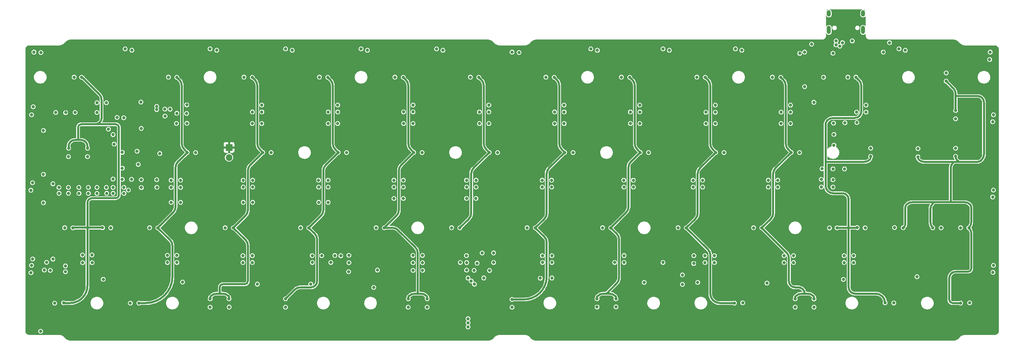
<source format=gbr>
%TF.GenerationSoftware,KiCad,Pcbnew,(7.0.0)*%
%TF.CreationDate,2024-04-06T15:31:58+02:00*%
%TF.ProjectId,forti EC,666f7274-6920-4454-932e-6b696361645f,rev?*%
%TF.SameCoordinates,Original*%
%TF.FileFunction,Copper,L3,Inr*%
%TF.FilePolarity,Positive*%
%FSLAX46Y46*%
G04 Gerber Fmt 4.6, Leading zero omitted, Abs format (unit mm)*
G04 Created by KiCad (PCBNEW (7.0.0)) date 2024-04-06 15:31:58*
%MOMM*%
%LPD*%
G01*
G04 APERTURE LIST*
%TA.AperFunction,ComponentPad*%
%ADD10O,1.000000X2.100000*%
%TD*%
%TA.AperFunction,ComponentPad*%
%ADD11O,1.000000X1.600000*%
%TD*%
%TA.AperFunction,ComponentPad*%
%ADD12R,1.700000X1.700000*%
%TD*%
%TA.AperFunction,ComponentPad*%
%ADD13O,1.700000X1.700000*%
%TD*%
%TA.AperFunction,ViaPad*%
%ADD14C,0.800000*%
%TD*%
%TA.AperFunction,Conductor*%
%ADD15C,0.500000*%
%TD*%
G04 APERTURE END LIST*
D10*
%TO.N,GND*%
%TO.C,J2*%
X238589114Y-29323749D03*
D11*
X238589114Y-25143749D03*
D10*
X229949114Y-29323749D03*
D11*
X229949114Y-25143749D03*
%TD*%
D12*
%TO.N,VBAT*%
%TO.C,SW1*%
X78581249Y-59049999D03*
D13*
%TO.N,BOOT0*%
X78581249Y-61589999D03*
%TD*%
D14*
%TO.N,ROW0*%
X120446563Y-41265150D03*
X63296563Y-41265150D03*
X234746563Y-41265150D03*
X101396563Y-41265150D03*
X158546563Y-41265150D03*
X259566099Y-40184057D03*
X177596563Y-41265150D03*
X56356250Y-47556835D03*
X215696563Y-41265150D03*
X196646563Y-41265150D03*
X139496563Y-41265150D03*
X82346563Y-41265150D03*
X39484063Y-41265150D03*
%TO.N,ROW1*%
X146347193Y-60334849D03*
X108247193Y-60334849D03*
X222547193Y-60334849D03*
X261947349Y-59234057D03*
X70147193Y-60334849D03*
X184447193Y-60334849D03*
X89197193Y-60334849D03*
X261927650Y-51797187D03*
X252422350Y-59327813D03*
X165397193Y-60334849D03*
X42853317Y-61365843D03*
X38066377Y-61395392D03*
X203497193Y-60334849D03*
X127297193Y-60334849D03*
X34131250Y-68262500D03*
X240516099Y-59234057D03*
%TO.N,ROW2*%
X172834063Y-79365150D03*
X34131250Y-87312500D03*
X96634063Y-79365150D03*
X37102813Y-79365150D03*
X246529637Y-79295055D03*
X134734063Y-79365150D03*
X191884063Y-79365150D03*
X115684063Y-79365150D03*
X77584063Y-79365150D03*
X210934063Y-79365150D03*
X58534063Y-79365150D03*
X48742320Y-79374269D03*
X239104273Y-79375000D03*
X263182718Y-79365150D03*
X230122496Y-79438504D03*
X153784063Y-79365150D03*
X258265943Y-79384849D03*
%TO.N,ROW3*%
X73820884Y-99471798D03*
X265471697Y-98372314D03*
X53681202Y-98446022D03*
X31043276Y-105568750D03*
X221450091Y-99449859D03*
X226206782Y-99445104D03*
X123791377Y-99495392D03*
X34573760Y-98463584D03*
X92831232Y-99473933D03*
X171453003Y-99425031D03*
X150018749Y-99494327D03*
X128578317Y-99465843D03*
X246315548Y-98407438D03*
X208203840Y-98389876D03*
X78597744Y-99436674D03*
X176239943Y-99395482D03*
%TO.N,COL0*%
X36839256Y-98393336D03*
X42868091Y-59223540D03*
X38110701Y-59223540D03*
X39190943Y-79384849D03*
X46654190Y-79354570D03*
X41389823Y-41286482D03*
%TO.N,COL1*%
X68059063Y-60315150D03*
X65384693Y-41284849D03*
X60622193Y-79384849D03*
X55858888Y-98428460D03*
%TO.N,COL2*%
X79672193Y-79384849D03*
X87109063Y-60315150D03*
X84434693Y-41284849D03*
X73832592Y-97364359D03*
X78574328Y-97329235D03*
%TO.N,COL3*%
X103484693Y-41284849D03*
X92854648Y-97331370D03*
X98722193Y-79384849D03*
X106159063Y-60315150D03*
%TO.N,COL4*%
X128593091Y-97323540D03*
X122534693Y-41284849D03*
X123835701Y-97323540D03*
X117772193Y-79384849D03*
X125209063Y-60315150D03*
%TO.N,COL5*%
X141584693Y-41284849D03*
X144259063Y-60315150D03*
X136822193Y-79384849D03*
%TO.N,COL6*%
X155872193Y-79384849D03*
X149989384Y-97515419D03*
X160634693Y-41284849D03*
X163309063Y-60315150D03*
%TO.N,COL7*%
X176205215Y-97356207D03*
X179684693Y-41284849D03*
X171447825Y-97356207D03*
X174922193Y-79384849D03*
X182359063Y-60315150D03*
%TO.N,COL8*%
X206143233Y-98424999D03*
X198734693Y-41284849D03*
X193972193Y-79384849D03*
X201409063Y-60315150D03*
%TO.N,COL9*%
X221456250Y-97361082D03*
X226225305Y-97384498D03*
X213022193Y-79384849D03*
X217784693Y-41284849D03*
X220459063Y-60315150D03*
%TO.N,COL10*%
X236775981Y-41265063D03*
X232004448Y-79382730D03*
X240496400Y-61322187D03*
X237114805Y-79351809D03*
X244120299Y-98372314D03*
%TO.N,COL11*%
X261927650Y-61322187D03*
X259546400Y-42272187D03*
X248729976Y-79363815D03*
X265270848Y-79384849D03*
X261947349Y-49709057D03*
X252402651Y-61415943D03*
X256169753Y-79370819D03*
X263206200Y-98425000D03*
%TO.N,GND*%
X245268750Y-32543750D03*
X142875000Y-92075000D03*
X99574669Y-86421548D03*
X46831249Y-92404959D03*
X62415739Y-51112374D03*
X85725000Y-93662500D03*
X38036163Y-69173502D03*
X233786087Y-86427070D03*
X103574768Y-69089833D03*
X233801013Y-88173417D03*
X157144029Y-92145745D03*
X99217910Y-93606665D03*
X45243750Y-47749748D03*
X140888842Y-71977863D03*
X84531235Y-72935569D03*
X220269083Y-48360653D03*
X75491014Y-34474500D03*
X198064046Y-67343486D03*
X163153409Y-50072355D03*
X113506250Y-34474500D03*
X225574507Y-32905222D03*
X103588867Y-72935569D03*
X120186900Y-67343486D03*
X51649500Y-67126695D03*
X214312500Y-93378750D03*
X151752252Y-35029165D03*
X52065521Y-70649784D03*
X157656924Y-86450520D03*
X108818492Y-88192110D03*
X40711322Y-69173502D03*
X51649500Y-60304924D03*
X31984915Y-90073723D03*
X103630454Y-50072355D03*
X49614449Y-58201170D03*
X50318142Y-51452431D03*
X66364157Y-69157000D03*
X231226409Y-58486070D03*
X37348720Y-50237116D03*
X195875178Y-86425478D03*
X157671850Y-88166491D03*
X106011704Y-50072355D03*
X160038174Y-86450520D03*
X65435044Y-88163648D03*
X38051486Y-70649784D03*
X157599012Y-67343486D03*
X103559842Y-67343486D03*
X101218957Y-72935569D03*
X195697722Y-69089833D03*
X125027440Y-53017610D03*
X82151626Y-69089833D03*
X124978915Y-86382109D03*
X122647549Y-50063284D03*
X37306250Y-89024500D03*
X49315196Y-70649784D03*
X56450000Y-54225000D03*
X125023693Y-88208062D03*
X217038771Y-67343486D03*
X160771032Y-53017610D03*
X236186398Y-86427070D03*
X60325000Y-49462500D03*
X84476632Y-53017610D03*
X31750000Y-65881250D03*
X45234485Y-70690592D03*
X237009478Y-52755238D03*
X239340924Y-50090466D03*
X60346228Y-67227845D03*
X198691242Y-86427070D03*
X144135776Y-53017610D03*
X201087418Y-88173417D03*
X122568150Y-67343486D03*
X217053697Y-69089833D03*
X49306250Y-55812500D03*
X65400334Y-86330050D03*
X108811800Y-86351868D03*
X231223392Y-55746369D03*
X40726644Y-70649784D03*
X201303058Y-53017610D03*
X43991515Y-86253585D03*
X138518932Y-71977863D03*
X198923110Y-50149655D03*
X231131457Y-52896393D03*
X145359157Y-88166491D03*
X41655043Y-88213507D03*
X228051409Y-69074589D03*
X175907735Y-88166491D03*
X239325998Y-48344119D03*
X32543750Y-88106250D03*
X84517950Y-67343486D03*
X63019084Y-86330050D03*
X223837500Y-43656250D03*
X160053100Y-88166491D03*
X157613938Y-69089833D03*
X47717138Y-70649784D03*
X138523537Y-67343486D03*
X221036067Y-88173417D03*
X233895768Y-64474366D03*
X120217858Y-71977863D03*
X178219333Y-67343486D03*
X84474299Y-88173417D03*
X138538463Y-69089833D03*
X49314423Y-69156626D03*
X271358335Y-90633502D03*
X201289434Y-48331499D03*
X136933708Y-88166250D03*
X217899099Y-53017610D03*
X249237500Y-34474500D03*
X180600583Y-67343486D03*
X82093049Y-88173417D03*
X34869412Y-50207003D03*
X44036293Y-88213507D03*
X63967981Y-67343486D03*
X47625000Y-69173502D03*
X86854135Y-48326008D03*
X47625000Y-47734822D03*
X65309102Y-52994006D03*
X115093750Y-94456250D03*
X218654817Y-88173417D03*
X138505282Y-86405169D03*
X140446316Y-90170000D03*
X125028799Y-50063284D03*
X28993250Y-67992621D03*
X201304360Y-50149655D03*
X63995648Y-72935569D03*
X29178250Y-48748857D03*
X48163942Y-54405074D03*
X159995188Y-69089833D03*
X60325000Y-48668750D03*
X236182263Y-88173417D03*
X180615509Y-69089833D03*
X138533180Y-90090945D03*
X103614779Y-53017610D03*
X67908521Y-48284415D03*
X217902759Y-50107000D03*
X29039604Y-87271173D03*
X82078123Y-86427070D03*
X61118750Y-60575000D03*
X220284009Y-50107000D03*
X144126664Y-50072355D03*
X178274059Y-86400144D03*
X138564802Y-88179086D03*
X189706250Y-34474500D03*
X55690488Y-63349760D03*
X271288000Y-52533502D03*
X233614521Y-92429178D03*
X84532876Y-69089833D03*
X201072492Y-86427070D03*
X31750000Y-54768750D03*
X94541014Y-34474500D03*
X214672447Y-69089833D03*
X86869061Y-50072355D03*
X127420503Y-90152270D03*
X43092572Y-69173502D03*
X230981250Y-67211285D03*
X66349231Y-67343486D03*
X54059764Y-34474500D03*
X63982907Y-69157000D03*
X198921808Y-53017610D03*
X82136700Y-67343486D03*
X218639891Y-86427070D03*
X159980262Y-67343486D03*
X52065521Y-69165891D03*
X62400813Y-49366027D03*
X65390949Y-50407757D03*
X207962500Y-34474500D03*
X84487811Y-50072355D03*
X226164140Y-47625000D03*
X144320200Y-90187090D03*
X116042096Y-90101323D03*
X198078972Y-69089833D03*
X86857882Y-53017610D03*
X122587768Y-71977863D03*
X140904787Y-67343486D03*
X195682796Y-67343486D03*
X31750000Y-73025000D03*
X49315196Y-67036356D03*
X105996029Y-53017610D03*
X230981250Y-69074589D03*
X220280349Y-53017610D03*
X125013873Y-48316937D03*
X163152282Y-53017610D03*
X141754526Y-53017610D03*
X63053794Y-88163648D03*
X198706168Y-88173417D03*
X132556250Y-34474500D03*
X67860219Y-50447908D03*
X66857705Y-93100329D03*
X127360165Y-86382109D03*
X101178592Y-67343486D03*
X234012077Y-52789136D03*
X39727650Y-50217041D03*
X125033034Y-90152270D03*
X196849999Y-93210632D03*
X104255497Y-88162000D03*
X236959674Y-50090466D03*
X101193518Y-69089833D03*
X228232261Y-64457189D03*
X35670236Y-70649784D03*
X56446589Y-67197732D03*
X101955919Y-86421548D03*
X160772159Y-50072355D03*
X182230808Y-53017610D03*
X41610265Y-86253585D03*
X120201826Y-69089833D03*
X214657521Y-67343486D03*
X105996778Y-48326008D03*
X45243750Y-50180831D03*
X145359157Y-85725000D03*
X179849558Y-53017610D03*
X188066046Y-88162000D03*
X271288000Y-71583502D03*
X66365558Y-72935569D03*
X182213959Y-48331499D03*
X60376341Y-69124967D03*
X82161325Y-72935569D03*
X252189404Y-91787972D03*
X105305304Y-86392019D03*
X195842419Y-88418191D03*
X99603792Y-88165954D03*
X182228885Y-50072355D03*
X122646190Y-53017610D03*
X270510000Y-36830000D03*
X163138483Y-48331499D03*
X63722314Y-49380953D03*
X51649500Y-64293750D03*
X67928937Y-52948837D03*
X31102252Y-35029165D03*
X127404943Y-88208062D03*
X221021141Y-86427070D03*
X178288985Y-88166491D03*
X144116531Y-48331499D03*
X84459373Y-86427070D03*
X160063491Y-92075000D03*
X141745414Y-50072355D03*
X171534764Y-34474500D03*
X178234259Y-69089833D03*
X43096554Y-70649784D03*
X142467948Y-85733722D03*
X53977319Y-67107393D03*
X122583076Y-69089833D03*
X140919713Y-69089833D03*
X56461645Y-69200250D03*
X45243750Y-69173502D03*
X228033069Y-67123295D03*
X230981250Y-64465314D03*
X35654913Y-69173502D03*
X228600000Y-41275000D03*
X179847635Y-50072355D03*
X183336947Y-93196218D03*
%TO.N,+5V*%
X28577887Y-69881575D03*
X270668750Y-34925000D03*
X92868750Y-34131250D03*
X73818750Y-34131250D03*
X271462500Y-88900000D03*
X206375000Y-34131250D03*
X188118750Y-34131250D03*
X223837500Y-34925000D03*
X52387500Y-34131250D03*
X111918750Y-34131250D03*
X150018750Y-34925000D03*
X169862500Y-34131250D03*
X28764693Y-50788293D03*
X243681250Y-34925000D03*
X28764750Y-88888271D03*
X271462500Y-50800000D03*
X29368750Y-34925000D03*
X130968750Y-34131250D03*
X271462500Y-69850000D03*
X33479205Y-90148462D03*
X247650000Y-34131250D03*
%TO.N,VBAT*%
X105255000Y-88162000D03*
X189065547Y-88162000D03*
X60372179Y-50759648D03*
X52136683Y-52970429D03*
X52481250Y-58193750D03*
X222633751Y-50406984D03*
X61118750Y-57150000D03*
X61919191Y-52237707D03*
X51649500Y-61912500D03*
X78581250Y-57150000D03*
%TO.N,VBUS*%
X231805189Y-32091019D03*
%TO.N,/CC1*%
X235873674Y-32108164D03*
%TO.N,D_USB_P*%
X233362500Y-32543750D03*
%TO.N,D_USB_N*%
X232686455Y-33405708D03*
%TO.N,/CC2*%
X231738688Y-33088307D03*
%TO.N,BOOT0*%
X55375129Y-60006366D03*
%TO.N,RGB MCU*%
X53181250Y-69850000D03*
X52004500Y-51530859D03*
%TO.N,rgb underglow*%
X28613667Y-90757379D03*
X37306250Y-90487500D03*
%TO.N,Net-(LED19-DIN)*%
X230981250Y-35230750D03*
X222596597Y-35247562D03*
%TO.N,APLEX_OUT_PIN_0*%
X108743750Y-90487500D03*
X106775500Y-86463000D03*
X192981250Y-91306766D03*
%TO.N,AMUX_SEL_2*%
X138906250Y-104442948D03*
X140493750Y-93662500D03*
%TO.N,AMUX_SEL_1*%
X139700000Y-92868750D03*
X138906250Y-103418349D03*
%TO.N,AMUX_SEL_0*%
X138906250Y-102393750D03*
X138906250Y-92075000D03*
%TO.N,APLEX_EN_PIN_1*%
X141191812Y-88337928D03*
X192981250Y-93688016D03*
%TD*%
D15*
%TO.N,ROW3*%
X92868767Y-99511451D02*
G75*
G03*
X92831232Y-99473933I-37567J-49D01*
G01*
%TO.N,COL0*%
X50800000Y-53975000D02*
X50800000Y-71001430D01*
X46421698Y-48418750D02*
X46421698Y-51593750D01*
X39698201Y-57150000D02*
X40481250Y-57150000D01*
X42862500Y-79354570D02*
X42862500Y-93985867D01*
X42868091Y-58777768D02*
X42868091Y-59223540D01*
X38110701Y-59223540D02*
X38110701Y-58737500D01*
X41275000Y-53181250D02*
X44450000Y-53181250D01*
X46421698Y-48418750D02*
X46421698Y-47035775D01*
X44450000Y-53181250D02*
X44834198Y-53181250D01*
X40481250Y-57150000D02*
X41240323Y-57150000D01*
X40481250Y-57150000D02*
X40481250Y-53975000D01*
X42862500Y-73059677D02*
X42862500Y-79354570D01*
X41573826Y-41286482D02*
X41389823Y-41286482D01*
X38423367Y-98425000D02*
X36915699Y-98425000D01*
X45784297Y-45496953D02*
X41573826Y-41286482D01*
X49915910Y-71885520D02*
X44036657Y-71885520D01*
X44450000Y-53181250D02*
X50006250Y-53181250D01*
X42862500Y-79354570D02*
X39264042Y-79354570D01*
X46654190Y-79354570D02*
X42862500Y-79354570D01*
X42868100Y-58777768D02*
G75*
G03*
X41240323Y-57150000I-1627800J-32D01*
G01*
X36839258Y-98393334D02*
G75*
G03*
X36915699Y-98425000I76442J76434D01*
G01*
X50799950Y-53975000D02*
G75*
G03*
X50006250Y-53181250I-793750J0D01*
G01*
X39264042Y-79354587D02*
G75*
G03*
X39190944Y-79384850I-42J-103313D01*
G01*
X38423367Y-98425000D02*
G75*
G03*
X42862500Y-93985867I3J4439130D01*
G01*
X39698201Y-57150001D02*
G75*
G03*
X38110701Y-58737500I-1J-1587499D01*
G01*
X49915910Y-71885500D02*
G75*
G03*
X50800000Y-71001430I-10J884100D01*
G01*
X44036657Y-71885500D02*
G75*
G03*
X42862500Y-73059677I43J-1174200D01*
G01*
X41275000Y-53181250D02*
G75*
G03*
X40481250Y-53975000I0J-793750D01*
G01*
X44834198Y-53181198D02*
G75*
G03*
X46421698Y-51593750I2J1587498D01*
G01*
X46421722Y-47035775D02*
G75*
G03*
X45784296Y-45496954I-2176222J-25D01*
G01*
%TO.N,COL1*%
X60622193Y-79384849D02*
X63724778Y-82487434D01*
X57560513Y-98428460D02*
X55858888Y-98428460D01*
X64501713Y-75505329D02*
X60622193Y-79384849D01*
X65384693Y-41284849D02*
X66089214Y-41989370D01*
X68059063Y-60315150D02*
X65673286Y-62700927D01*
X66675000Y-43403583D02*
X66675000Y-58102660D01*
X64310564Y-83901647D02*
X64310564Y-91678409D01*
X65087500Y-64115140D02*
X65087500Y-74091115D01*
X67260787Y-59516874D02*
X68059063Y-60315150D01*
X64310541Y-83901647D02*
G75*
G03*
X63724778Y-82487434I-1999941J47D01*
G01*
X57560513Y-98428464D02*
G75*
G03*
X64310564Y-91678409I-13J6750064D01*
G01*
X64501706Y-75505322D02*
G75*
G03*
X65087500Y-74091115I-1414206J1414222D01*
G01*
X66675011Y-43403583D02*
G75*
G03*
X66089213Y-41989371I-2000011J-17D01*
G01*
X65673266Y-62700907D02*
G75*
G03*
X65087500Y-64115140I1414234J-1414193D01*
G01*
X66675029Y-58102660D02*
G75*
G03*
X67260787Y-59516874I1999971J-40D01*
G01*
%TO.N,COL2*%
X79672193Y-79384849D02*
X82757964Y-76299078D01*
X78618288Y-96839861D02*
X78407963Y-96629536D01*
X83929537Y-63494676D02*
X87109063Y-60315150D01*
X76234677Y-94490927D02*
X76234677Y-96043750D01*
X73836516Y-96854411D02*
X74061391Y-96629536D01*
X84434693Y-41284849D02*
X85139214Y-41989370D01*
X76234677Y-96043750D02*
X75475604Y-96043750D01*
X86310787Y-59516874D02*
X87109063Y-60315150D01*
X79672193Y-79384849D02*
X82757964Y-82470620D01*
X82550000Y-93662500D02*
X77063104Y-93662500D01*
X73836516Y-97365879D02*
X73836516Y-96854411D01*
X83343750Y-83884833D02*
X83343750Y-92868750D01*
X78618288Y-97376086D02*
X78618288Y-96839861D01*
X85725000Y-43403583D02*
X85725000Y-58102660D01*
X83343750Y-74884865D02*
X83343750Y-64908890D01*
X76993750Y-96043750D02*
X76234677Y-96043750D01*
X75475604Y-96043739D02*
G75*
G03*
X74061392Y-96629537I-4J-1999961D01*
G01*
X82757971Y-76299085D02*
G75*
G03*
X83343750Y-74884865I-1414171J1414185D01*
G01*
X83929552Y-63494691D02*
G75*
G03*
X83343750Y-64908890I1414148J-1414209D01*
G01*
X78407978Y-96629521D02*
G75*
G03*
X76993750Y-96043750I-1414178J-1414179D01*
G01*
X85725011Y-43403583D02*
G75*
G03*
X85139213Y-41989371I-2000011J-17D01*
G01*
X82550000Y-93662450D02*
G75*
G03*
X83343750Y-92868750I0J793750D01*
G01*
X83343741Y-83884833D02*
G75*
G03*
X82757964Y-82470620I-1999941J33D01*
G01*
X85725029Y-58102660D02*
G75*
G03*
X86310787Y-59516874I1999971J-40D01*
G01*
X77063104Y-93662477D02*
G75*
G03*
X76234677Y-94490927I-4J-828423D01*
G01*
%TO.N,COL3*%
X102393750Y-64908890D02*
X102393750Y-74884865D01*
X103484693Y-41284849D02*
X104189214Y-41989370D01*
X106159063Y-60315150D02*
X102979536Y-63494677D01*
X100220464Y-80883120D02*
X98722193Y-79384849D01*
X92854648Y-97331370D02*
X95143981Y-95042037D01*
X104775000Y-43403583D02*
X104775000Y-58102660D01*
X101807963Y-76299079D02*
X98722193Y-79384849D01*
X105360787Y-59516874D02*
X106159063Y-60315150D01*
X100806250Y-92868750D02*
X100806250Y-82297333D01*
X96558195Y-94456250D02*
X99218750Y-94456250D01*
X99218750Y-94456250D02*
G75*
G03*
X100806250Y-92868750I-50J1587550D01*
G01*
X96558195Y-94456232D02*
G75*
G03*
X95143981Y-95042037I5J-1999968D01*
G01*
X104775029Y-58102660D02*
G75*
G03*
X105360787Y-59516874I1999971J-40D01*
G01*
X101807970Y-76299086D02*
G75*
G03*
X102393750Y-74884865I-1414170J1414186D01*
G01*
X104775011Y-43403583D02*
G75*
G03*
X104189213Y-41989371I-2000011J-17D01*
G01*
X100806241Y-82297333D02*
G75*
G03*
X100220464Y-80883120I-1999941J33D01*
G01*
X102979551Y-63494692D02*
G75*
G03*
X102393750Y-64908890I1414149J-1414208D01*
G01*
%TO.N,COL4*%
X124032963Y-96629537D02*
X123835701Y-96826799D01*
X122534693Y-41284849D02*
X123239214Y-41989370D01*
X126965323Y-96043750D02*
X126206250Y-96043750D01*
X128593091Y-96843091D02*
X128379536Y-96629536D01*
X124410787Y-59516874D02*
X125209063Y-60315150D01*
X123835701Y-96826799D02*
X123835701Y-97323540D01*
X125209063Y-60315150D02*
X122029536Y-63494677D01*
X121245636Y-79970636D02*
X125620464Y-84345464D01*
X126206250Y-85759677D02*
X126206250Y-96043750D01*
X123825000Y-43403583D02*
X123825000Y-58102660D01*
X120857963Y-76299079D02*
X117772193Y-79384849D01*
X128593091Y-97323540D02*
X128593091Y-96843091D01*
X117772193Y-79384849D02*
X119831422Y-79384849D01*
X121443750Y-64908890D02*
X121443750Y-74884865D01*
X126206250Y-96043750D02*
X125447177Y-96043750D01*
X128379514Y-96629558D02*
G75*
G03*
X126965323Y-96043750I-1414214J-1414142D01*
G01*
X121245615Y-79970657D02*
G75*
G03*
X119831422Y-79384849I-1414215J-1414143D01*
G01*
X122029551Y-63494692D02*
G75*
G03*
X121443750Y-64908890I1414149J-1414208D01*
G01*
X123825029Y-58102660D02*
G75*
G03*
X124410787Y-59516874I1999971J-40D01*
G01*
X126206280Y-85759677D02*
G75*
G03*
X125620463Y-84345465I-1999980J-23D01*
G01*
X123825011Y-43403583D02*
G75*
G03*
X123239213Y-41989371I-2000011J-17D01*
G01*
X120857970Y-76299086D02*
G75*
G03*
X121443750Y-74884865I-1414170J1414186D01*
G01*
X125447177Y-96043720D02*
G75*
G03*
X124032964Y-96629538I23J-1999980D01*
G01*
%TO.N,COL5*%
X141584693Y-41284849D02*
X142289214Y-41989370D01*
X144259063Y-60315150D02*
X140285786Y-64288427D01*
X142875000Y-43403583D02*
X142875000Y-58102660D01*
X139114213Y-77092829D02*
X136822193Y-79384849D01*
X143460787Y-59516874D02*
X144259063Y-60315150D01*
X139700000Y-65702640D02*
X139700000Y-75678615D01*
X142875011Y-43403583D02*
G75*
G03*
X142289213Y-41989371I-2000011J-17D01*
G01*
X139114206Y-77092822D02*
G75*
G03*
X139700000Y-75678615I-1414206J1414222D01*
G01*
X142875029Y-58102660D02*
G75*
G03*
X143460787Y-59516874I1999971J-40D01*
G01*
X140285766Y-64288407D02*
G75*
G03*
X139700000Y-65702640I1414234J-1414193D01*
G01*
%TO.N,COL6*%
X163309063Y-60315150D02*
X159335786Y-64288427D01*
X152976437Y-97515419D02*
X149989384Y-97515419D01*
X158164213Y-77092829D02*
X155872193Y-79384849D01*
X162510787Y-59516874D02*
X163309063Y-60315150D01*
X161925000Y-43403583D02*
X161925000Y-58102660D01*
X155872193Y-79384849D02*
X158164214Y-81676870D01*
X158750000Y-65702640D02*
X158750000Y-75678615D01*
X160634693Y-41284849D02*
X161339214Y-41989370D01*
X158750000Y-83091083D02*
X158750000Y-91741856D01*
X152976437Y-97515420D02*
G75*
G03*
X158750000Y-91741856I3J5773560D01*
G01*
X159335766Y-64288407D02*
G75*
G03*
X158750000Y-65702640I1414234J-1414193D01*
G01*
X158750011Y-83091083D02*
G75*
G03*
X158164213Y-81676871I-2000011J-17D01*
G01*
X161925029Y-58102660D02*
G75*
G03*
X162510787Y-59516874I1999971J-40D01*
G01*
X161925011Y-43403583D02*
G75*
G03*
X161339213Y-41989371I-2000011J-17D01*
G01*
X158164206Y-77092822D02*
G75*
G03*
X158750000Y-75678615I-1414206J1414222D01*
G01*
%TO.N,COL7*%
X173072177Y-96043750D02*
X173831250Y-96043750D01*
X173831250Y-96043750D02*
X174590323Y-96043750D01*
X179387500Y-64115140D02*
X179387500Y-74091115D01*
X176205215Y-96830215D02*
X176004536Y-96629536D01*
X177006250Y-82297333D02*
X177006250Y-92040323D01*
X181560787Y-59516874D02*
X182359063Y-60315150D01*
X179684693Y-41284849D02*
X180389214Y-41989370D01*
X176205215Y-97356207D02*
X176205215Y-96830215D01*
X171447825Y-97356207D02*
X171447825Y-96839675D01*
X182359063Y-60315150D02*
X179973286Y-62700927D01*
X180975000Y-43403583D02*
X180975000Y-58102660D01*
X174922193Y-79384849D02*
X176420464Y-80883120D01*
X176420463Y-93454537D02*
X173831250Y-96043750D01*
X178801713Y-75505329D02*
X174922193Y-79384849D01*
X171447825Y-96839675D02*
X171657964Y-96629536D01*
X180975011Y-43403583D02*
G75*
G03*
X180389213Y-41989371I-2000011J-17D01*
G01*
X180975029Y-58102660D02*
G75*
G03*
X181560787Y-59516874I1999971J-40D01*
G01*
X177006241Y-82297333D02*
G75*
G03*
X176420464Y-80883120I-1999941J33D01*
G01*
X179973266Y-62700907D02*
G75*
G03*
X179387500Y-64115140I1414234J-1414193D01*
G01*
X173072177Y-96043720D02*
G75*
G03*
X171657965Y-96629537I23J-1999980D01*
G01*
X176420441Y-93454515D02*
G75*
G03*
X177006250Y-92040323I-1414141J1414215D01*
G01*
X178801706Y-75505322D02*
G75*
G03*
X179387500Y-74091115I-1414206J1414222D01*
G01*
X176004514Y-96629558D02*
G75*
G03*
X174590323Y-96043750I-1414214J-1414142D01*
G01*
%TO.N,COL8*%
X198734693Y-41284849D02*
X199439214Y-41989370D01*
X200025000Y-90452823D02*
X200025000Y-89693750D01*
X199439214Y-84851870D02*
X193972193Y-79384849D01*
X201409063Y-60315150D02*
X197435786Y-64288427D01*
X200610787Y-59516874D02*
X201409063Y-60315150D01*
X196264213Y-77092829D02*
X193972193Y-79384849D01*
X196850000Y-65702640D02*
X196850000Y-75678615D01*
X202406250Y-98425000D02*
X206143232Y-98425000D01*
X200025000Y-43403583D02*
X200025000Y-58102660D01*
X200025000Y-89693750D02*
X200025000Y-86266083D01*
X200025000Y-89693750D02*
X200025000Y-96043750D01*
X197435766Y-64288407D02*
G75*
G03*
X196850000Y-65702640I1414234J-1414193D01*
G01*
X206143233Y-98424999D02*
G75*
G03*
X206143232Y-98425000I0J-1D01*
G01*
X200025029Y-58102660D02*
G75*
G03*
X200610787Y-59516874I1999971J-40D01*
G01*
X196264206Y-77092822D02*
G75*
G03*
X196850000Y-75678615I-1414206J1414222D01*
G01*
X200025011Y-86266083D02*
G75*
G03*
X199439213Y-84851871I-2000011J-17D01*
G01*
X200025011Y-43403583D02*
G75*
G03*
X199439213Y-41989371I-2000011J-17D01*
G01*
X200025000Y-96043750D02*
G75*
G03*
X202406250Y-98425000I2381300J50D01*
G01*
%TO.N,COL9*%
X226222912Y-96837500D02*
X226014948Y-96629536D01*
X226218918Y-97382831D02*
X226217251Y-97384498D01*
X226225305Y-97376444D02*
X226222912Y-97378837D01*
X224600735Y-96043750D02*
X223841662Y-96043750D01*
X220459063Y-60315150D02*
X216485786Y-64288427D01*
X219868750Y-87059833D02*
X219868750Y-89693750D01*
X219075000Y-43403583D02*
X219075000Y-58102660D01*
X217784693Y-41284849D02*
X218489214Y-41989370D01*
X215314213Y-77092829D02*
X213022193Y-79384849D01*
X221417993Y-96879919D02*
X221417993Y-97316373D01*
X221417993Y-97369795D02*
X221409280Y-97361082D01*
X221456250Y-97408052D02*
X221391282Y-97343084D01*
X221456250Y-97361082D02*
X221456250Y-97408052D01*
X226225305Y-97384498D02*
X226225305Y-97376444D01*
X221668375Y-96629537D02*
X221417993Y-96879919D01*
X226217251Y-97384498D02*
X226225305Y-97384498D01*
X221417993Y-97316373D02*
X221391282Y-97343084D01*
X223841662Y-96043750D02*
X223082589Y-96043750D01*
X221409280Y-97361082D02*
X221456250Y-97361082D01*
X215900000Y-65702640D02*
X215900000Y-75678615D01*
X221456250Y-94456250D02*
X222254162Y-94456250D01*
X226222912Y-97378837D02*
X226222912Y-96837500D01*
X219868750Y-89693750D02*
X219868750Y-92868750D01*
X213022193Y-79384849D02*
X219282963Y-85645619D01*
X219660787Y-59516874D02*
X220459063Y-60315150D01*
X219868741Y-87059833D02*
G75*
G03*
X219282963Y-85645619I-1999941J33D01*
G01*
X216485766Y-64288407D02*
G75*
G03*
X215900000Y-65702640I1414234J-1414193D01*
G01*
X219075029Y-58102660D02*
G75*
G03*
X219660787Y-59516874I1999971J-40D01*
G01*
X223082589Y-96043728D02*
G75*
G03*
X221668375Y-96629537I11J-1999972D01*
G01*
X223841750Y-96043750D02*
G75*
G03*
X222254162Y-94456250I-1587550J-50D01*
G01*
X215314206Y-77092822D02*
G75*
G03*
X215900000Y-75678615I-1414206J1414222D01*
G01*
X226014920Y-96629564D02*
G75*
G03*
X224600735Y-96043750I-1414220J-1414136D01*
G01*
X219868750Y-92868750D02*
G75*
G03*
X221456250Y-94456250I1587550J50D01*
G01*
X219075011Y-43403583D02*
G75*
G03*
X218489213Y-41989371I-2000011J-17D01*
G01*
%TO.N,COL10*%
X232004448Y-79382730D02*
X237083884Y-79382730D01*
X238125000Y-49971573D02*
X238125000Y-43442509D01*
X229131250Y-62706250D02*
X229131250Y-53181250D01*
X236537500Y-96043750D02*
X241791735Y-96043750D01*
X235013504Y-79438504D02*
X234950000Y-79375000D01*
X237083884Y-79382730D02*
X237114805Y-79351809D01*
X229131250Y-62706250D02*
X238884073Y-62706250D01*
X231015927Y-70643750D02*
X233362500Y-70643750D01*
X240496400Y-61322187D02*
X240496400Y-61642176D01*
X229506901Y-52274349D02*
X229601713Y-52179537D01*
X237539214Y-42028296D02*
X236775981Y-41265063D01*
X229131250Y-62706250D02*
X229131250Y-68759073D01*
X231015927Y-51593750D02*
X236502823Y-51593750D01*
X234950000Y-72231250D02*
X234950000Y-79375000D01*
X234950000Y-79375000D02*
X234950000Y-94456250D01*
X229506926Y-52274374D02*
G75*
G03*
X229131250Y-53181250I906874J-906926D01*
G01*
X234949950Y-94456250D02*
G75*
G03*
X236537500Y-96043750I1587550J50D01*
G01*
X231015927Y-51593755D02*
G75*
G03*
X229601713Y-52179537I-27J-1999945D01*
G01*
X238884073Y-62706245D02*
G75*
G03*
X240298287Y-62120463I27J1999945D01*
G01*
X240298299Y-62120475D02*
G75*
G03*
X240496400Y-61642176I-478299J478275D01*
G01*
X238124993Y-43442509D02*
G75*
G03*
X237539214Y-42028296I-1999993J9D01*
G01*
X244120250Y-98372314D02*
G75*
G03*
X241791735Y-96043750I-2328550J14D01*
G01*
X234950050Y-72231250D02*
G75*
G03*
X233362500Y-70643750I-1587550J-50D01*
G01*
X229131250Y-68759073D02*
G75*
G03*
X231015927Y-70643750I1884650J-27D01*
G01*
X236502823Y-51593800D02*
G75*
G03*
X238125000Y-49971573I-23J1622200D01*
G01*
%TO.N,COL11*%
X257175000Y-72879720D02*
X251004957Y-72879720D01*
X260702132Y-64328427D02*
X260702132Y-72879720D01*
X257175000Y-72879720D02*
X256526530Y-72879720D01*
X262731250Y-62706250D02*
X261937500Y-62706250D01*
X261937500Y-62706250D02*
X261495882Y-62706250D01*
X255587500Y-74647177D02*
X255587500Y-77965136D01*
X261495882Y-62706250D02*
X261287918Y-62914214D01*
X249043017Y-79050775D02*
X248729976Y-79363815D01*
X265112500Y-90487500D02*
X261937500Y-90487500D01*
X269081250Y-47625000D02*
X269081250Y-60795633D01*
X259546400Y-42272187D02*
X261361563Y-44087350D01*
X260694755Y-72887097D02*
X260702132Y-72879720D01*
X264146170Y-72887097D02*
X260694755Y-72887097D01*
X260702132Y-72879720D02*
X257175000Y-72879720D01*
X265270848Y-79384849D02*
X265320464Y-79434465D01*
X260350000Y-92075000D02*
X260350000Y-97631250D01*
X265270848Y-79384849D02*
X265320463Y-79335234D01*
X252402651Y-61594619D02*
X252402651Y-61415943D01*
X262731250Y-62706250D02*
X262338099Y-62313099D01*
X261947349Y-45501563D02*
X261947349Y-46037500D01*
X261937500Y-62706250D02*
X254034677Y-62706250D01*
X261143750Y-98425000D02*
X263206200Y-98425000D01*
X249237500Y-74318311D02*
X249237500Y-78581250D01*
X261947349Y-46037500D02*
X261947349Y-49709057D01*
X265906250Y-80848678D02*
X265906250Y-89693750D01*
X267459073Y-62706250D02*
X262731250Y-62706250D01*
X256526530Y-72879720D02*
X256173286Y-73232964D01*
X261947349Y-46037500D02*
X267493750Y-46037500D01*
X268521643Y-62146643D02*
X268317684Y-62350601D01*
X265906250Y-77921020D02*
X265906250Y-74307878D01*
X268521634Y-62146634D02*
G75*
G03*
X269081250Y-60795633I-1351034J1351034D01*
G01*
X265906268Y-74307878D02*
G75*
G03*
X265560384Y-73472884I-1180868J-22D01*
G01*
X249590747Y-73465511D02*
G75*
G03*
X249237500Y-74318311I852753J-852789D01*
G01*
X261927656Y-61322187D02*
G75*
G03*
X262338099Y-62313099I1401344J-13D01*
G01*
X265560400Y-73472868D02*
G75*
G03*
X264146170Y-72887097I-1414200J-1414232D01*
G01*
X249042990Y-79050748D02*
G75*
G03*
X249237500Y-78581250I-469490J469548D01*
G01*
X252620485Y-62120441D02*
G75*
G03*
X254034677Y-62706250I1414215J1414141D01*
G01*
X267459073Y-62706233D02*
G75*
G03*
X268317684Y-62350601I27J1214233D01*
G01*
X252402636Y-61594619D02*
G75*
G03*
X252620463Y-62120463I743664J19D01*
G01*
X251004957Y-72879684D02*
G75*
G03*
X249590743Y-73465507I43J-2000016D01*
G01*
X255587465Y-77965136D02*
G75*
G03*
X256169754Y-79370818I1987935J36D01*
G01*
X265112500Y-90487450D02*
G75*
G03*
X265906250Y-89693750I0J793750D01*
G01*
X265320443Y-79335214D02*
G75*
G03*
X265906250Y-77921020I-1414143J1414214D01*
G01*
X265906280Y-80848678D02*
G75*
G03*
X265320464Y-79434465I-1999980J-22D01*
G01*
X261937500Y-90487500D02*
G75*
G03*
X260350000Y-92075000I0J-1587500D01*
G01*
X261287911Y-62914207D02*
G75*
G03*
X260702132Y-64328427I1414189J-1414193D01*
G01*
X269081200Y-47625000D02*
G75*
G03*
X267493750Y-46037500I-1587500J0D01*
G01*
X261947360Y-45501563D02*
G75*
G03*
X261361562Y-44087351I-2000060J-37D01*
G01*
X256173297Y-73232975D02*
G75*
G03*
X255587500Y-74647177I1414203J-1414225D01*
G01*
X260350000Y-97631250D02*
G75*
G03*
X261143750Y-98425000I793800J50D01*
G01*
%TD*%
%TA.AperFunction,Conductor*%
%TO.N,VBAT*%
G36*
X238488988Y-24128392D02*
G01*
X238492778Y-24135614D01*
X238490826Y-24143533D01*
X238484114Y-24148166D01*
X238339566Y-24183793D01*
X238339563Y-24183794D01*
X238338890Y-24183960D01*
X238338281Y-24184279D01*
X238338272Y-24184283D01*
X238188879Y-24262692D01*
X238188874Y-24262694D01*
X238188263Y-24263016D01*
X238187744Y-24263475D01*
X238187742Y-24263477D01*
X238061448Y-24375363D01*
X238061444Y-24375367D01*
X238060932Y-24375821D01*
X238060540Y-24376388D01*
X238060539Y-24376390D01*
X237964692Y-24515246D01*
X237964688Y-24515253D01*
X237964297Y-24515820D01*
X237964053Y-24516463D01*
X237964050Y-24516469D01*
X237904220Y-24674231D01*
X237903975Y-24674878D01*
X237888615Y-24801378D01*
X237888615Y-25486122D01*
X237903975Y-25612622D01*
X237904220Y-25613268D01*
X237936230Y-25697674D01*
X237964297Y-25771680D01*
X237964690Y-25772249D01*
X237964692Y-25772253D01*
X238016143Y-25846791D01*
X238060932Y-25911679D01*
X238188263Y-26024484D01*
X238257952Y-26061060D01*
X238338272Y-26103216D01*
X238338274Y-26103216D01*
X238338890Y-26103540D01*
X238475964Y-26137325D01*
X238503385Y-26144084D01*
X238504059Y-26144250D01*
X238673477Y-26144250D01*
X238674171Y-26144250D01*
X238839340Y-26103540D01*
X238989967Y-26024484D01*
X239117298Y-25911679D01*
X239213933Y-25771680D01*
X239239747Y-25703612D01*
X239244851Y-25697674D01*
X239252573Y-25696379D01*
X239259334Y-25700329D01*
X239262000Y-25707691D01*
X239262000Y-28509809D01*
X239259334Y-28517171D01*
X239252573Y-28521121D01*
X239244851Y-28519826D01*
X239239747Y-28513887D01*
X239214179Y-28446469D01*
X239213933Y-28445820D01*
X239117298Y-28305821D01*
X238989967Y-28193016D01*
X238989350Y-28192692D01*
X238839957Y-28114283D01*
X238839951Y-28114280D01*
X238839340Y-28113960D01*
X238838664Y-28113793D01*
X238838663Y-28113793D01*
X238674844Y-28073415D01*
X238674837Y-28073414D01*
X238674171Y-28073250D01*
X238504059Y-28073250D01*
X238503393Y-28073413D01*
X238503385Y-28073415D01*
X238339566Y-28113793D01*
X238339563Y-28113794D01*
X238338890Y-28113960D01*
X238338281Y-28114279D01*
X238338272Y-28114283D01*
X238188879Y-28192692D01*
X238188874Y-28192694D01*
X238188263Y-28193016D01*
X238187744Y-28193475D01*
X238187742Y-28193477D01*
X238061448Y-28305363D01*
X238061444Y-28305367D01*
X238060932Y-28305821D01*
X238060540Y-28306388D01*
X238060539Y-28306390D01*
X237964692Y-28445246D01*
X237964688Y-28445253D01*
X237964297Y-28445820D01*
X237964053Y-28446463D01*
X237964050Y-28446469D01*
X237904220Y-28604231D01*
X237903975Y-28604878D01*
X237903891Y-28605562D01*
X237903891Y-28605566D01*
X237888657Y-28731029D01*
X237888615Y-28731378D01*
X237888615Y-29916122D01*
X237903975Y-30042622D01*
X237904220Y-30043268D01*
X237936230Y-30127674D01*
X237964297Y-30201680D01*
X237964690Y-30202249D01*
X237964692Y-30202253D01*
X238016143Y-30276791D01*
X238060932Y-30341679D01*
X238188263Y-30454484D01*
X238257952Y-30491060D01*
X238338272Y-30533216D01*
X238338274Y-30533216D01*
X238338890Y-30533540D01*
X238475964Y-30567325D01*
X238503385Y-30574084D01*
X238504059Y-30574250D01*
X238673477Y-30574250D01*
X238674171Y-30574250D01*
X238839340Y-30533540D01*
X238989967Y-30454484D01*
X239117298Y-30341679D01*
X239213933Y-30201680D01*
X239239747Y-30133612D01*
X239244851Y-30127674D01*
X239252573Y-30126379D01*
X239259334Y-30130329D01*
X239262000Y-30137691D01*
X239262000Y-30749500D01*
X239262000Y-30750000D01*
X239262000Y-30837532D01*
X239262086Y-30838023D01*
X239262087Y-30838027D01*
X239277168Y-30923561D01*
X239292399Y-31009938D01*
X239352275Y-31174445D01*
X239439808Y-31326055D01*
X239552337Y-31460163D01*
X239686445Y-31572692D01*
X239838055Y-31660225D01*
X240002562Y-31720101D01*
X240174968Y-31750500D01*
X240262401Y-31750500D01*
X240262500Y-31750500D01*
X240263000Y-31750500D01*
X261316583Y-31750500D01*
X261316714Y-31750500D01*
X261317444Y-31750523D01*
X261364120Y-31753494D01*
X261588523Y-31770169D01*
X261589839Y-31770345D01*
X261696740Y-31790986D01*
X261697031Y-31791047D01*
X261859403Y-31827787D01*
X261860452Y-31828077D01*
X261973591Y-31865306D01*
X261974098Y-31865489D01*
X262120628Y-31922471D01*
X262121393Y-31922801D01*
X262230963Y-31975064D01*
X262231665Y-31975431D01*
X262368163Y-32053447D01*
X262368680Y-32053761D01*
X262468776Y-32118234D01*
X262469663Y-32118867D01*
X262600370Y-32221910D01*
X262600640Y-32222130D01*
X262683936Y-32292201D01*
X262684904Y-32293117D01*
X262714010Y-32324061D01*
X262839894Y-32457896D01*
X262839976Y-32457985D01*
X262870617Y-32491258D01*
X262871075Y-32491786D01*
X262871312Y-32492077D01*
X262871310Y-32492078D01*
X262871337Y-32492108D01*
X262950872Y-32590439D01*
X262951110Y-32590733D01*
X263135231Y-32766778D01*
X263135516Y-32766988D01*
X263135518Y-32766990D01*
X263322810Y-32905222D01*
X263340193Y-32918051D01*
X263562684Y-33042109D01*
X263799112Y-33136949D01*
X264045658Y-33201039D01*
X264298342Y-33233344D01*
X264425712Y-33233275D01*
X264426212Y-33233275D01*
X271843250Y-33233275D01*
X271843251Y-33233275D01*
X271844253Y-33233319D01*
X271889268Y-33237255D01*
X272024703Y-33250588D01*
X272026550Y-33250925D01*
X272101940Y-33271122D01*
X272102243Y-33271208D01*
X272202979Y-33301761D01*
X272204490Y-33302339D01*
X272280423Y-33337743D01*
X272280940Y-33338002D01*
X272368783Y-33384950D01*
X272369956Y-33385670D01*
X272440196Y-33434848D01*
X272440882Y-33435369D01*
X272516525Y-33497442D01*
X272517361Y-33498200D01*
X272578352Y-33559187D01*
X272579110Y-33560023D01*
X272641177Y-33635648D01*
X272641708Y-33636347D01*
X272667420Y-33673064D01*
X272690891Y-33706581D01*
X272691609Y-33707751D01*
X272738556Y-33795577D01*
X272738836Y-33796137D01*
X272774228Y-33872027D01*
X272774811Y-33873549D01*
X272805365Y-33974264D01*
X272805468Y-33974626D01*
X272825652Y-34049944D01*
X272825989Y-34051798D01*
X272839817Y-34192702D01*
X272839828Y-34192822D01*
X272843221Y-34231595D01*
X272843166Y-34232676D01*
X272843250Y-34232676D01*
X272843250Y-105470290D01*
X272843206Y-105471292D01*
X272839285Y-105516105D01*
X272839274Y-105516230D01*
X272825929Y-105651732D01*
X272825592Y-105653581D01*
X272805405Y-105728919D01*
X272805302Y-105729281D01*
X272774750Y-105829995D01*
X272774168Y-105831517D01*
X272738780Y-105907406D01*
X272738499Y-105907967D01*
X272691555Y-105995793D01*
X272690833Y-105996968D01*
X272641668Y-106067179D01*
X272641138Y-106067879D01*
X272579068Y-106143510D01*
X272578310Y-106144346D01*
X272517311Y-106205342D01*
X272516474Y-106206100D01*
X272440854Y-106268157D01*
X272440155Y-106268687D01*
X272369933Y-106317854D01*
X272368758Y-106318576D01*
X272280941Y-106365511D01*
X272280380Y-106365792D01*
X272204474Y-106401185D01*
X272202952Y-106401767D01*
X272102259Y-106432308D01*
X272101897Y-106432411D01*
X272026520Y-106452605D01*
X272024673Y-106452941D01*
X271892009Y-106466029D01*
X271891882Y-106466041D01*
X271843796Y-106470246D01*
X271842794Y-106470290D01*
X264424836Y-106470290D01*
X264424754Y-106470273D01*
X264424754Y-106470259D01*
X264424683Y-106470258D01*
X264424679Y-106470258D01*
X264297917Y-106470183D01*
X264297913Y-106470183D01*
X264297547Y-106470183D01*
X264297181Y-106470229D01*
X264297176Y-106470230D01*
X264045541Y-106502366D01*
X264045536Y-106502366D01*
X264045183Y-106502412D01*
X264044840Y-106502500D01*
X264044835Y-106502502D01*
X263799287Y-106566251D01*
X263799271Y-106566256D01*
X263798933Y-106566344D01*
X263798600Y-106566477D01*
X263798589Y-106566481D01*
X263563107Y-106660813D01*
X263562763Y-106660951D01*
X263562457Y-106661121D01*
X263562443Y-106661128D01*
X263340801Y-106784527D01*
X263340787Y-106784535D01*
X263340478Y-106784708D01*
X263340189Y-106784920D01*
X263340178Y-106784928D01*
X263135950Y-106935406D01*
X263135657Y-106935622D01*
X263135401Y-106935866D01*
X263135393Y-106935873D01*
X262951868Y-107111005D01*
X262951858Y-107111015D01*
X262951600Y-107111262D01*
X262951376Y-107111538D01*
X262951368Y-107111547D01*
X262871735Y-107209786D01*
X262871260Y-107210334D01*
X262870556Y-107211098D01*
X262839509Y-107244738D01*
X262839426Y-107244826D01*
X262685443Y-107408178D01*
X262684470Y-107409097D01*
X262601150Y-107479062D01*
X262600867Y-107479292D01*
X262470316Y-107582032D01*
X262469424Y-107582668D01*
X262369364Y-107647015D01*
X262368844Y-107647330D01*
X262232563Y-107725104D01*
X262231808Y-107725499D01*
X262122329Y-107777642D01*
X262121547Y-107777979D01*
X261975280Y-107834781D01*
X261974707Y-107834986D01*
X261861686Y-107872128D01*
X261860631Y-107872420D01*
X261698607Y-107909035D01*
X261698249Y-107909110D01*
X261591405Y-107929713D01*
X261590079Y-107929889D01*
X261365310Y-107946565D01*
X261365189Y-107946574D01*
X261319547Y-107949477D01*
X261318817Y-107949500D01*
X156193853Y-107949500D01*
X156193123Y-107949477D01*
X156146461Y-107946509D01*
X156146340Y-107946500D01*
X155922421Y-107929879D01*
X155921095Y-107929703D01*
X155814268Y-107909103D01*
X155813918Y-107909029D01*
X155754059Y-107895502D01*
X155651866Y-107872408D01*
X155650811Y-107872116D01*
X155537809Y-107834981D01*
X155537236Y-107834776D01*
X155453302Y-107802181D01*
X155390916Y-107777954D01*
X155390156Y-107777625D01*
X155332958Y-107750382D01*
X155280725Y-107725504D01*
X155279970Y-107725110D01*
X155143638Y-107647308D01*
X155143118Y-107646993D01*
X155043088Y-107582665D01*
X155042196Y-107582029D01*
X154980265Y-107533291D01*
X154911595Y-107479250D01*
X154911326Y-107479031D01*
X154828043Y-107409096D01*
X154827070Y-107408178D01*
X154673594Y-107245378D01*
X154673511Y-107245288D01*
X154673003Y-107244738D01*
X154641012Y-107210072D01*
X154641110Y-107209980D01*
X154640489Y-107209497D01*
X154560876Y-107111283D01*
X154376822Y-106935646D01*
X154172005Y-106784735D01*
X154171688Y-106784558D01*
X154171681Y-106784554D01*
X153950042Y-106661157D01*
X153950034Y-106661153D01*
X153949723Y-106660980D01*
X153834065Y-106614649D01*
X153713900Y-106566512D01*
X153713894Y-106566510D01*
X153713557Y-106566375D01*
X153713213Y-106566285D01*
X153713202Y-106566282D01*
X153467658Y-106502533D01*
X153467656Y-106502532D01*
X153467311Y-106502443D01*
X153466954Y-106502397D01*
X153466952Y-106502397D01*
X153215321Y-106470262D01*
X153215317Y-106470261D01*
X153214951Y-106470215D01*
X153214583Y-106470215D01*
X153214580Y-106470215D01*
X153087746Y-106470291D01*
X146949838Y-106470291D01*
X146949754Y-106470274D01*
X146949754Y-106470259D01*
X146949681Y-106470258D01*
X146949677Y-106470258D01*
X146822917Y-106470183D01*
X146822913Y-106470183D01*
X146822547Y-106470183D01*
X146822181Y-106470229D01*
X146822176Y-106470230D01*
X146570541Y-106502366D01*
X146570536Y-106502366D01*
X146570183Y-106502412D01*
X146569840Y-106502500D01*
X146569835Y-106502502D01*
X146324287Y-106566251D01*
X146324271Y-106566256D01*
X146323933Y-106566344D01*
X146323600Y-106566477D01*
X146323589Y-106566481D01*
X146088107Y-106660813D01*
X146087763Y-106660951D01*
X146087457Y-106661121D01*
X146087443Y-106661128D01*
X145865801Y-106784527D01*
X145865787Y-106784535D01*
X145865478Y-106784708D01*
X145865189Y-106784920D01*
X145865178Y-106784928D01*
X145660950Y-106935406D01*
X145660657Y-106935622D01*
X145660401Y-106935866D01*
X145660393Y-106935873D01*
X145476868Y-107111005D01*
X145476858Y-107111015D01*
X145476600Y-107111262D01*
X145476376Y-107111538D01*
X145476368Y-107111547D01*
X145396735Y-107209786D01*
X145396260Y-107210334D01*
X145395556Y-107211098D01*
X145364509Y-107244738D01*
X145364426Y-107244826D01*
X145210443Y-107408178D01*
X145209470Y-107409097D01*
X145126150Y-107479062D01*
X145125867Y-107479292D01*
X144995316Y-107582032D01*
X144994424Y-107582668D01*
X144894364Y-107647015D01*
X144893844Y-107647330D01*
X144757563Y-107725104D01*
X144756808Y-107725499D01*
X144647329Y-107777642D01*
X144646547Y-107777979D01*
X144500280Y-107834781D01*
X144499707Y-107834986D01*
X144386686Y-107872128D01*
X144385631Y-107872420D01*
X144223607Y-107909035D01*
X144223249Y-107909110D01*
X144116405Y-107929713D01*
X144115079Y-107929889D01*
X143890310Y-107946565D01*
X143890189Y-107946574D01*
X143844547Y-107949477D01*
X143843817Y-107949500D01*
X38718853Y-107949500D01*
X38718123Y-107949477D01*
X38671461Y-107946509D01*
X38671340Y-107946500D01*
X38447421Y-107929879D01*
X38446095Y-107929703D01*
X38339268Y-107909103D01*
X38338918Y-107909029D01*
X38279059Y-107895502D01*
X38176866Y-107872408D01*
X38175811Y-107872116D01*
X38062809Y-107834981D01*
X38062236Y-107834776D01*
X37978302Y-107802181D01*
X37915916Y-107777954D01*
X37915156Y-107777625D01*
X37857958Y-107750382D01*
X37805725Y-107725504D01*
X37804970Y-107725110D01*
X37668638Y-107647308D01*
X37668118Y-107646993D01*
X37568088Y-107582665D01*
X37567196Y-107582029D01*
X37505265Y-107533291D01*
X37436595Y-107479250D01*
X37436326Y-107479031D01*
X37353043Y-107409096D01*
X37352070Y-107408178D01*
X37198594Y-107245378D01*
X37198511Y-107245288D01*
X37198003Y-107244738D01*
X37166012Y-107210072D01*
X37166111Y-107209980D01*
X37165491Y-107209498D01*
X37085877Y-107111283D01*
X36994668Y-107024245D01*
X36902086Y-106935896D01*
X36901823Y-106935645D01*
X36697005Y-106784734D01*
X36696688Y-106784557D01*
X36696681Y-106784553D01*
X36475043Y-106661156D01*
X36475035Y-106661152D01*
X36474724Y-106660979D01*
X36359069Y-106614649D01*
X36238901Y-106566511D01*
X36238895Y-106566509D01*
X36238558Y-106566374D01*
X36238214Y-106566284D01*
X36238203Y-106566281D01*
X35992658Y-106502532D01*
X35992656Y-106502531D01*
X35992311Y-106502442D01*
X35991954Y-106502396D01*
X35991952Y-106502396D01*
X35740321Y-106470261D01*
X35740317Y-106470260D01*
X35739951Y-106470214D01*
X35739583Y-106470214D01*
X35739580Y-106470214D01*
X35612746Y-106470290D01*
X28194249Y-106470290D01*
X28193247Y-106470246D01*
X28148420Y-106466325D01*
X28148295Y-106466314D01*
X28012799Y-106452975D01*
X28010950Y-106452638D01*
X27935592Y-106432450D01*
X27935230Y-106432347D01*
X27834531Y-106401804D01*
X27833009Y-106401222D01*
X27757103Y-106365829D01*
X27756542Y-106365548D01*
X27668719Y-106318610D01*
X27667544Y-106317888D01*
X27597320Y-106268719D01*
X27596621Y-106268189D01*
X27520995Y-106206128D01*
X27520158Y-106205370D01*
X27489120Y-106174334D01*
X27459157Y-106144372D01*
X27458402Y-106143539D01*
X27458378Y-106143510D01*
X27396321Y-106067895D01*
X27395793Y-106067197D01*
X27346631Y-105996988D01*
X27345916Y-105995825D01*
X27324214Y-105955224D01*
X27298954Y-105907965D01*
X27298674Y-105907404D01*
X27263295Y-105831536D01*
X27262712Y-105830014D01*
X27232154Y-105729278D01*
X27232057Y-105728937D01*
X27211868Y-105653592D01*
X27211536Y-105651765D01*
X27203377Y-105568750D01*
X30437594Y-105568750D01*
X30458232Y-105725512D01*
X30458517Y-105726201D01*
X30458518Y-105726203D01*
X30502148Y-105831536D01*
X30518740Y-105871591D01*
X30614994Y-105997032D01*
X30740435Y-106093286D01*
X30886514Y-106153794D01*
X31043276Y-106174432D01*
X31200038Y-106153794D01*
X31346117Y-106093286D01*
X31471558Y-105997032D01*
X31567812Y-105871591D01*
X31628320Y-105725512D01*
X31648958Y-105568750D01*
X31628320Y-105411988D01*
X31567812Y-105265909D01*
X31471558Y-105140468D01*
X31346117Y-105044214D01*
X31345427Y-105043928D01*
X31345425Y-105043927D01*
X31200729Y-104983992D01*
X31200727Y-104983991D01*
X31200038Y-104983706D01*
X31199296Y-104983608D01*
X31199295Y-104983608D01*
X31044020Y-104963166D01*
X31043276Y-104963068D01*
X31042532Y-104963166D01*
X30887256Y-104983608D01*
X30887253Y-104983608D01*
X30886514Y-104983706D01*
X30885826Y-104983990D01*
X30885822Y-104983992D01*
X30741126Y-105043927D01*
X30741121Y-105043929D01*
X30740435Y-105044214D01*
X30739845Y-105044666D01*
X30739841Y-105044669D01*
X30615591Y-105140009D01*
X30615587Y-105140012D01*
X30614994Y-105140468D01*
X30614538Y-105141061D01*
X30614535Y-105141065D01*
X30519195Y-105265315D01*
X30519192Y-105265319D01*
X30518740Y-105265909D01*
X30518455Y-105266595D01*
X30518453Y-105266600D01*
X30458518Y-105411296D01*
X30458516Y-105411300D01*
X30458232Y-105411988D01*
X30458134Y-105412727D01*
X30458134Y-105412730D01*
X30450364Y-105471751D01*
X30437594Y-105568750D01*
X27203377Y-105568750D01*
X27197941Y-105513443D01*
X27194294Y-105471751D01*
X27194250Y-105470749D01*
X27194250Y-104442948D01*
X138300568Y-104442948D01*
X138321206Y-104599710D01*
X138381714Y-104745789D01*
X138477968Y-104871230D01*
X138603409Y-104967484D01*
X138749488Y-105027992D01*
X138906250Y-105048630D01*
X139063012Y-105027992D01*
X139209091Y-104967484D01*
X139334532Y-104871230D01*
X139430786Y-104745789D01*
X139491294Y-104599710D01*
X139511932Y-104442948D01*
X139491294Y-104286186D01*
X139430786Y-104140107D01*
X139334532Y-104014666D01*
X139236926Y-103939770D01*
X139232960Y-103934106D01*
X139232960Y-103927190D01*
X139236926Y-103921525D01*
X139334532Y-103846631D01*
X139430786Y-103721190D01*
X139491294Y-103575111D01*
X139511932Y-103418349D01*
X139491294Y-103261587D01*
X139430786Y-103115508D01*
X139334532Y-102990067D01*
X139236926Y-102915171D01*
X139232960Y-102909507D01*
X139232960Y-102902591D01*
X139236926Y-102896926D01*
X139334532Y-102822032D01*
X139430786Y-102696591D01*
X139491294Y-102550512D01*
X139511932Y-102393750D01*
X139491294Y-102236988D01*
X139430786Y-102090909D01*
X139334532Y-101965468D01*
X139209091Y-101869214D01*
X139208401Y-101868928D01*
X139208399Y-101868927D01*
X139063703Y-101808992D01*
X139063701Y-101808991D01*
X139063012Y-101808706D01*
X139062270Y-101808608D01*
X139062269Y-101808608D01*
X138906994Y-101788166D01*
X138906250Y-101788068D01*
X138905506Y-101788166D01*
X138750230Y-101808608D01*
X138750227Y-101808608D01*
X138749488Y-101808706D01*
X138748800Y-101808990D01*
X138748796Y-101808992D01*
X138604100Y-101868927D01*
X138604095Y-101868929D01*
X138603409Y-101869214D01*
X138602819Y-101869666D01*
X138602815Y-101869669D01*
X138478565Y-101965009D01*
X138478561Y-101965012D01*
X138477968Y-101965468D01*
X138477512Y-101966061D01*
X138477509Y-101966065D01*
X138382169Y-102090315D01*
X138382166Y-102090319D01*
X138381714Y-102090909D01*
X138381429Y-102091595D01*
X138381427Y-102091600D01*
X138321492Y-102236296D01*
X138321490Y-102236300D01*
X138321206Y-102236988D01*
X138300568Y-102393750D01*
X138321206Y-102550512D01*
X138381714Y-102696591D01*
X138477968Y-102822032D01*
X138478565Y-102822490D01*
X138575571Y-102896925D01*
X138579538Y-102902591D01*
X138579538Y-102909507D01*
X138575571Y-102915173D01*
X138478565Y-102989608D01*
X138478561Y-102989611D01*
X138477968Y-102990067D01*
X138477512Y-102990660D01*
X138477509Y-102990664D01*
X138382169Y-103114914D01*
X138382166Y-103114918D01*
X138381714Y-103115508D01*
X138381429Y-103116194D01*
X138381427Y-103116199D01*
X138321492Y-103260895D01*
X138321490Y-103260899D01*
X138321206Y-103261587D01*
X138300568Y-103418349D01*
X138321206Y-103575111D01*
X138381714Y-103721190D01*
X138477968Y-103846631D01*
X138478565Y-103847089D01*
X138575571Y-103921524D01*
X138579538Y-103927190D01*
X138579538Y-103934106D01*
X138575571Y-103939772D01*
X138478565Y-104014207D01*
X138478561Y-104014210D01*
X138477968Y-104014666D01*
X138477512Y-104015259D01*
X138477509Y-104015263D01*
X138382169Y-104139513D01*
X138382166Y-104139517D01*
X138381714Y-104140107D01*
X138381429Y-104140793D01*
X138381427Y-104140798D01*
X138321492Y-104285494D01*
X138321490Y-104285498D01*
X138321206Y-104286186D01*
X138300568Y-104442948D01*
X27194250Y-104442948D01*
X27194250Y-98463584D01*
X33968078Y-98463584D01*
X33968176Y-98464328D01*
X33983538Y-98581019D01*
X33988716Y-98620346D01*
X33989001Y-98621035D01*
X33989002Y-98621037D01*
X34048252Y-98764080D01*
X34049224Y-98766425D01*
X34049678Y-98767017D01*
X34049679Y-98767018D01*
X34129425Y-98870946D01*
X34145478Y-98891866D01*
X34270919Y-98988120D01*
X34416998Y-99048628D01*
X34573760Y-99069266D01*
X34730522Y-99048628D01*
X34876601Y-98988120D01*
X35002042Y-98891866D01*
X35098296Y-98766425D01*
X35158804Y-98620346D01*
X35179442Y-98463584D01*
X35170194Y-98393336D01*
X36233574Y-98393336D01*
X36233672Y-98394080D01*
X36253658Y-98545895D01*
X36254212Y-98550098D01*
X36254497Y-98550787D01*
X36254498Y-98550789D01*
X36313286Y-98692717D01*
X36314720Y-98696177D01*
X36315174Y-98696769D01*
X36315175Y-98696770D01*
X36382198Y-98784117D01*
X36410974Y-98821618D01*
X36536415Y-98917872D01*
X36682494Y-98978380D01*
X36839256Y-98999018D01*
X36996018Y-98978380D01*
X37142097Y-98917872D01*
X37182778Y-98886656D01*
X37194221Y-98877876D01*
X37201222Y-98875500D01*
X38636598Y-98875500D01*
X38636853Y-98875500D01*
X39062200Y-98838287D01*
X39482685Y-98764144D01*
X39895109Y-98653636D01*
X40296331Y-98507603D01*
X40473474Y-98425000D01*
X43638301Y-98425000D01*
X43638336Y-98425445D01*
X43658031Y-98675698D01*
X43658032Y-98675705D01*
X43658067Y-98676148D01*
X43658172Y-98676588D01*
X43658173Y-98676590D01*
X43716746Y-98920568D01*
X43716877Y-98921111D01*
X43717043Y-98921511D01*
X43717046Y-98921521D01*
X43813112Y-99153444D01*
X43813284Y-99153859D01*
X43813520Y-99154244D01*
X43925859Y-99337565D01*
X43944914Y-99368659D01*
X44108526Y-99560224D01*
X44300091Y-99723836D01*
X44514891Y-99855466D01*
X44669633Y-99919562D01*
X44747228Y-99951703D01*
X44747230Y-99951703D01*
X44747639Y-99951873D01*
X44992602Y-100010683D01*
X45180868Y-100025500D01*
X45306418Y-100025500D01*
X45306632Y-100025500D01*
X45494898Y-100010683D01*
X45739861Y-99951873D01*
X45972609Y-99855466D01*
X46187409Y-99723836D01*
X46378974Y-99560224D01*
X46542586Y-99368659D01*
X46674216Y-99153859D01*
X46770623Y-98921111D01*
X46829433Y-98676148D01*
X46847545Y-98446022D01*
X53075520Y-98446022D01*
X53075618Y-98446766D01*
X53093292Y-98581019D01*
X53096158Y-98602784D01*
X53096443Y-98603473D01*
X53096444Y-98603475D01*
X53149391Y-98731301D01*
X53156666Y-98748863D01*
X53157120Y-98749455D01*
X53157121Y-98749456D01*
X53248350Y-98868349D01*
X53252920Y-98874304D01*
X53378361Y-98970558D01*
X53524440Y-99031066D01*
X53681202Y-99051704D01*
X53837964Y-99031066D01*
X53984043Y-98970558D01*
X54109484Y-98874304D01*
X54205738Y-98748863D01*
X54266246Y-98602784D01*
X54286884Y-98446022D01*
X54284572Y-98428460D01*
X55253206Y-98428460D01*
X55253304Y-98429204D01*
X55273290Y-98581019D01*
X55273844Y-98585222D01*
X55274129Y-98585911D01*
X55274130Y-98585913D01*
X55332918Y-98727841D01*
X55334352Y-98731301D01*
X55334806Y-98731893D01*
X55334807Y-98731894D01*
X55421373Y-98844710D01*
X55430606Y-98856742D01*
X55556047Y-98952996D01*
X55702126Y-99013504D01*
X55858888Y-99034142D01*
X56015650Y-99013504D01*
X56161729Y-98952996D01*
X56230524Y-98900208D01*
X56255119Y-98881336D01*
X56262120Y-98878960D01*
X57501204Y-98878960D01*
X57560504Y-98878960D01*
X57560514Y-98878962D01*
X57560514Y-98878964D01*
X57817474Y-98878964D01*
X57817682Y-98878964D01*
X58330708Y-98842270D01*
X58839809Y-98769072D01*
X59342391Y-98659741D01*
X59835894Y-98514835D01*
X60076750Y-98425000D01*
X62688301Y-98425000D01*
X62688336Y-98425445D01*
X62708031Y-98675698D01*
X62708032Y-98675705D01*
X62708067Y-98676148D01*
X62708172Y-98676588D01*
X62708173Y-98676590D01*
X62766746Y-98920568D01*
X62766877Y-98921111D01*
X62767043Y-98921511D01*
X62767046Y-98921521D01*
X62863112Y-99153444D01*
X62863284Y-99153859D01*
X62863520Y-99154244D01*
X62975859Y-99337565D01*
X62994914Y-99368659D01*
X63158526Y-99560224D01*
X63350091Y-99723836D01*
X63564891Y-99855466D01*
X63719633Y-99919562D01*
X63797228Y-99951703D01*
X63797230Y-99951703D01*
X63797639Y-99951873D01*
X64042602Y-100010683D01*
X64230868Y-100025500D01*
X64356418Y-100025500D01*
X64356632Y-100025500D01*
X64544898Y-100010683D01*
X64789861Y-99951873D01*
X65022609Y-99855466D01*
X65237409Y-99723836D01*
X65428974Y-99560224D01*
X65504497Y-99471798D01*
X73215202Y-99471798D01*
X73235840Y-99628560D01*
X73236125Y-99629249D01*
X73236126Y-99629251D01*
X73293594Y-99767992D01*
X73296348Y-99774639D01*
X73296802Y-99775231D01*
X73296803Y-99775232D01*
X73388032Y-99894125D01*
X73392602Y-99900080D01*
X73518043Y-99996334D01*
X73664122Y-100056842D01*
X73820884Y-100077480D01*
X73977646Y-100056842D01*
X74123725Y-99996334D01*
X74249166Y-99900080D01*
X74345420Y-99774639D01*
X74405928Y-99628560D01*
X74426566Y-99471798D01*
X74421942Y-99436674D01*
X77992062Y-99436674D01*
X77992160Y-99437418D01*
X78008327Y-99560224D01*
X78012700Y-99593436D01*
X78012985Y-99594125D01*
X78012986Y-99594127D01*
X78068098Y-99727180D01*
X78073208Y-99739515D01*
X78073662Y-99740107D01*
X78073663Y-99740108D01*
X78100614Y-99775232D01*
X78169462Y-99864956D01*
X78294903Y-99961210D01*
X78440982Y-100021718D01*
X78597744Y-100042356D01*
X78754506Y-100021718D01*
X78900585Y-99961210D01*
X79026026Y-99864956D01*
X79122280Y-99739515D01*
X79182788Y-99593436D01*
X79198521Y-99473933D01*
X92225550Y-99473933D01*
X92225648Y-99474677D01*
X92243109Y-99607312D01*
X92246188Y-99630695D01*
X92246473Y-99631384D01*
X92246474Y-99631386D01*
X92305811Y-99774639D01*
X92306696Y-99776774D01*
X92307150Y-99777366D01*
X92307151Y-99777367D01*
X92384018Y-99877543D01*
X92402950Y-99902215D01*
X92528391Y-99998469D01*
X92674470Y-100058977D01*
X92831232Y-100079615D01*
X92987994Y-100058977D01*
X93134073Y-99998469D01*
X93259514Y-99902215D01*
X93355768Y-99776774D01*
X93416276Y-99630695D01*
X93436914Y-99473933D01*
X93416276Y-99317171D01*
X93355768Y-99171092D01*
X93259514Y-99045651D01*
X93256133Y-99043057D01*
X93134666Y-98949852D01*
X93134665Y-98949851D01*
X93134073Y-98949397D01*
X93133383Y-98949111D01*
X93133381Y-98949110D01*
X92988685Y-98889175D01*
X92988683Y-98889174D01*
X92987994Y-98888889D01*
X92987252Y-98888791D01*
X92987251Y-98888791D01*
X92851703Y-98870946D01*
X92831232Y-98868251D01*
X92830488Y-98868349D01*
X92675212Y-98888791D01*
X92675209Y-98888791D01*
X92674470Y-98888889D01*
X92673782Y-98889173D01*
X92673778Y-98889175D01*
X92529082Y-98949110D01*
X92529077Y-98949112D01*
X92528391Y-98949397D01*
X92527801Y-98949849D01*
X92527797Y-98949852D01*
X92403547Y-99045192D01*
X92403543Y-99045195D01*
X92402950Y-99045651D01*
X92402494Y-99046244D01*
X92402491Y-99046248D01*
X92307151Y-99170498D01*
X92307148Y-99170502D01*
X92306696Y-99171092D01*
X92306411Y-99171778D01*
X92306409Y-99171783D01*
X92246474Y-99316479D01*
X92246472Y-99316483D01*
X92246188Y-99317171D01*
X92246090Y-99317910D01*
X92246090Y-99317913D01*
X92239365Y-99368997D01*
X92225550Y-99473933D01*
X79198521Y-99473933D01*
X79203426Y-99436674D01*
X79182788Y-99279912D01*
X79122280Y-99133833D01*
X79026026Y-99008392D01*
X79009300Y-98995558D01*
X78901178Y-98912593D01*
X78901177Y-98912592D01*
X78900585Y-98912138D01*
X78899895Y-98911852D01*
X78899893Y-98911851D01*
X78755197Y-98851916D01*
X78755195Y-98851915D01*
X78754506Y-98851630D01*
X78753764Y-98851532D01*
X78753763Y-98851532D01*
X78598488Y-98831090D01*
X78597744Y-98830992D01*
X78597000Y-98831090D01*
X78441724Y-98851532D01*
X78441721Y-98851532D01*
X78440982Y-98851630D01*
X78440294Y-98851914D01*
X78440290Y-98851916D01*
X78295594Y-98911851D01*
X78295589Y-98911853D01*
X78294903Y-98912138D01*
X78294313Y-98912590D01*
X78294309Y-98912593D01*
X78170059Y-99007933D01*
X78170055Y-99007936D01*
X78169462Y-99008392D01*
X78169006Y-99008985D01*
X78169003Y-99008989D01*
X78073663Y-99133239D01*
X78073660Y-99133243D01*
X78073208Y-99133833D01*
X78072923Y-99134519D01*
X78072921Y-99134524D01*
X78012986Y-99279220D01*
X78012984Y-99279224D01*
X78012700Y-99279912D01*
X78012602Y-99280651D01*
X78012602Y-99280654D01*
X78004872Y-99339372D01*
X77992062Y-99436674D01*
X74421942Y-99436674D01*
X74405928Y-99315036D01*
X74345420Y-99168957D01*
X74249166Y-99043516D01*
X74232440Y-99030682D01*
X74124318Y-98947717D01*
X74124317Y-98947716D01*
X74123725Y-98947262D01*
X74123035Y-98946976D01*
X74123033Y-98946975D01*
X73978337Y-98887040D01*
X73978335Y-98887039D01*
X73977646Y-98886754D01*
X73976904Y-98886656D01*
X73976903Y-98886656D01*
X73821628Y-98866214D01*
X73820884Y-98866116D01*
X73820140Y-98866214D01*
X73664864Y-98886656D01*
X73664861Y-98886656D01*
X73664122Y-98886754D01*
X73663434Y-98887038D01*
X73663430Y-98887040D01*
X73518734Y-98946975D01*
X73518729Y-98946977D01*
X73518043Y-98947262D01*
X73517453Y-98947714D01*
X73517449Y-98947717D01*
X73393199Y-99043057D01*
X73393195Y-99043060D01*
X73392602Y-99043516D01*
X73392146Y-99044109D01*
X73392143Y-99044113D01*
X73296803Y-99168363D01*
X73296800Y-99168367D01*
X73296348Y-99168957D01*
X73296063Y-99169643D01*
X73296061Y-99169648D01*
X73236126Y-99314344D01*
X73236124Y-99314348D01*
X73235840Y-99315036D01*
X73215202Y-99471798D01*
X65504497Y-99471798D01*
X65592586Y-99368659D01*
X65724216Y-99153859D01*
X65820623Y-98921111D01*
X65879433Y-98676148D01*
X65899199Y-98425000D01*
X100788301Y-98425000D01*
X100788336Y-98425445D01*
X100808031Y-98675698D01*
X100808032Y-98675705D01*
X100808067Y-98676148D01*
X100808172Y-98676588D01*
X100808173Y-98676590D01*
X100866746Y-98920568D01*
X100866877Y-98921111D01*
X100867043Y-98921511D01*
X100867046Y-98921521D01*
X100963112Y-99153444D01*
X100963284Y-99153859D01*
X100963520Y-99154244D01*
X101075859Y-99337565D01*
X101094914Y-99368659D01*
X101258526Y-99560224D01*
X101450091Y-99723836D01*
X101664891Y-99855466D01*
X101819633Y-99919562D01*
X101897228Y-99951703D01*
X101897230Y-99951703D01*
X101897639Y-99951873D01*
X102142602Y-100010683D01*
X102330868Y-100025500D01*
X102456418Y-100025500D01*
X102456632Y-100025500D01*
X102644898Y-100010683D01*
X102889861Y-99951873D01*
X103122609Y-99855466D01*
X103337409Y-99723836D01*
X103528974Y-99560224D01*
X103692586Y-99368659D01*
X103824216Y-99153859D01*
X103920623Y-98921111D01*
X103979433Y-98676148D01*
X103999199Y-98425000D01*
X112694551Y-98425000D01*
X112694586Y-98425445D01*
X112714281Y-98675698D01*
X112714282Y-98675705D01*
X112714317Y-98676148D01*
X112714422Y-98676588D01*
X112714423Y-98676590D01*
X112772996Y-98920568D01*
X112773127Y-98921111D01*
X112773293Y-98921511D01*
X112773296Y-98921521D01*
X112869362Y-99153444D01*
X112869534Y-99153859D01*
X112869770Y-99154244D01*
X112982109Y-99337565D01*
X113001164Y-99368659D01*
X113164776Y-99560224D01*
X113356341Y-99723836D01*
X113571141Y-99855466D01*
X113725883Y-99919562D01*
X113803478Y-99951703D01*
X113803480Y-99951703D01*
X113803889Y-99951873D01*
X114048852Y-100010683D01*
X114237118Y-100025500D01*
X114362668Y-100025500D01*
X114362882Y-100025500D01*
X114551148Y-100010683D01*
X114796111Y-99951873D01*
X115028859Y-99855466D01*
X115243659Y-99723836D01*
X115435224Y-99560224D01*
X115490596Y-99495392D01*
X123185695Y-99495392D01*
X123206333Y-99652154D01*
X123206618Y-99652843D01*
X123206619Y-99652845D01*
X123266399Y-99797168D01*
X123266841Y-99798233D01*
X123267295Y-99798825D01*
X123267296Y-99798826D01*
X123327697Y-99877543D01*
X123363095Y-99923674D01*
X123488536Y-100019928D01*
X123634615Y-100080436D01*
X123791377Y-100101074D01*
X123948139Y-100080436D01*
X124094218Y-100019928D01*
X124219659Y-99923674D01*
X124315913Y-99798233D01*
X124376421Y-99652154D01*
X124397059Y-99495392D01*
X124393169Y-99465843D01*
X127972635Y-99465843D01*
X127972733Y-99466587D01*
X127991259Y-99607312D01*
X127993273Y-99622605D01*
X127993558Y-99623294D01*
X127993559Y-99623296D01*
X128047405Y-99753293D01*
X128053781Y-99768684D01*
X128054235Y-99769276D01*
X128054236Y-99769277D01*
X128138121Y-99878599D01*
X128150035Y-99894125D01*
X128275476Y-99990379D01*
X128421555Y-100050887D01*
X128578317Y-100071525D01*
X128735079Y-100050887D01*
X128881158Y-99990379D01*
X129006599Y-99894125D01*
X129102853Y-99768684D01*
X129163361Y-99622605D01*
X129180249Y-99494327D01*
X149413067Y-99494327D01*
X149433705Y-99651089D01*
X149433990Y-99651778D01*
X149433991Y-99651780D01*
X149485765Y-99776774D01*
X149494213Y-99797168D01*
X149494667Y-99797760D01*
X149494668Y-99797761D01*
X149575169Y-99902673D01*
X149590467Y-99922609D01*
X149715908Y-100018863D01*
X149861987Y-100079371D01*
X150018749Y-100100009D01*
X150175511Y-100079371D01*
X150321590Y-100018863D01*
X150447031Y-99922609D01*
X150543285Y-99797168D01*
X150603793Y-99651089D01*
X150624431Y-99494327D01*
X150603793Y-99337565D01*
X150543285Y-99191486D01*
X150447031Y-99066045D01*
X150428341Y-99051704D01*
X150322183Y-98970246D01*
X150322182Y-98970245D01*
X150321590Y-98969791D01*
X150320900Y-98969505D01*
X150320898Y-98969504D01*
X150176202Y-98909569D01*
X150176200Y-98909568D01*
X150175511Y-98909283D01*
X150174769Y-98909185D01*
X150174768Y-98909185D01*
X150027583Y-98889808D01*
X150018749Y-98888645D01*
X150009915Y-98889808D01*
X149862729Y-98909185D01*
X149862726Y-98909185D01*
X149861987Y-98909283D01*
X149861299Y-98909567D01*
X149861295Y-98909569D01*
X149716599Y-98969504D01*
X149716594Y-98969506D01*
X149715908Y-98969791D01*
X149715318Y-98970243D01*
X149715314Y-98970246D01*
X149591064Y-99065586D01*
X149591060Y-99065589D01*
X149590467Y-99066045D01*
X149590011Y-99066638D01*
X149590008Y-99066642D01*
X149494668Y-99190892D01*
X149494665Y-99190896D01*
X149494213Y-99191486D01*
X149493928Y-99192172D01*
X149493926Y-99192177D01*
X149433991Y-99336873D01*
X149433989Y-99336877D01*
X149433705Y-99337565D01*
X149433607Y-99338304D01*
X149433607Y-99338307D01*
X149433467Y-99339372D01*
X149413067Y-99494327D01*
X129180249Y-99494327D01*
X129183999Y-99465843D01*
X129163361Y-99309081D01*
X129102853Y-99163002D01*
X129006599Y-99037561D01*
X128997506Y-99030584D01*
X128881751Y-98941762D01*
X128881750Y-98941761D01*
X128881158Y-98941307D01*
X128880468Y-98941021D01*
X128880466Y-98941020D01*
X128735770Y-98881085D01*
X128735768Y-98881084D01*
X128735079Y-98880799D01*
X128734337Y-98880701D01*
X128734336Y-98880701D01*
X128579061Y-98860259D01*
X128578317Y-98860161D01*
X128577573Y-98860259D01*
X128422297Y-98880701D01*
X128422294Y-98880701D01*
X128421555Y-98880799D01*
X128420867Y-98881083D01*
X128420863Y-98881085D01*
X128276167Y-98941020D01*
X128276162Y-98941022D01*
X128275476Y-98941307D01*
X128274886Y-98941759D01*
X128274882Y-98941762D01*
X128150632Y-99037102D01*
X128150628Y-99037105D01*
X128150035Y-99037561D01*
X128149579Y-99038154D01*
X128149576Y-99038158D01*
X128054236Y-99162408D01*
X128054233Y-99162412D01*
X128053781Y-99163002D01*
X128053496Y-99163688D01*
X128053494Y-99163693D01*
X127993559Y-99308389D01*
X127993557Y-99308393D01*
X127993273Y-99309081D01*
X127972635Y-99465843D01*
X124393169Y-99465843D01*
X124376421Y-99338630D01*
X124315913Y-99192551D01*
X124219659Y-99067110D01*
X124199581Y-99051704D01*
X124094811Y-98971311D01*
X124094810Y-98971310D01*
X124094218Y-98970856D01*
X124093528Y-98970570D01*
X124093526Y-98970569D01*
X123948830Y-98910634D01*
X123948828Y-98910633D01*
X123948139Y-98910348D01*
X123947397Y-98910250D01*
X123947396Y-98910250D01*
X123811232Y-98892324D01*
X123791377Y-98889710D01*
X123771522Y-98892324D01*
X123635357Y-98910250D01*
X123635354Y-98910250D01*
X123634615Y-98910348D01*
X123633927Y-98910632D01*
X123633923Y-98910634D01*
X123489227Y-98970569D01*
X123489222Y-98970571D01*
X123488536Y-98970856D01*
X123487946Y-98971308D01*
X123487942Y-98971311D01*
X123363692Y-99066651D01*
X123363688Y-99066654D01*
X123363095Y-99067110D01*
X123362639Y-99067703D01*
X123362636Y-99067707D01*
X123267296Y-99191957D01*
X123267293Y-99191961D01*
X123266841Y-99192551D01*
X123266556Y-99193237D01*
X123266554Y-99193242D01*
X123206619Y-99337938D01*
X123206617Y-99337942D01*
X123206333Y-99338630D01*
X123206235Y-99339369D01*
X123206235Y-99339372D01*
X123191592Y-99450603D01*
X123185695Y-99495392D01*
X115490596Y-99495392D01*
X115598836Y-99368659D01*
X115730466Y-99153859D01*
X115826873Y-98921111D01*
X115885683Y-98676148D01*
X115905449Y-98425000D01*
X157938301Y-98425000D01*
X157938336Y-98425445D01*
X157958031Y-98675698D01*
X157958032Y-98675705D01*
X157958067Y-98676148D01*
X157958172Y-98676588D01*
X157958173Y-98676590D01*
X158016746Y-98920568D01*
X158016877Y-98921111D01*
X158017043Y-98921511D01*
X158017046Y-98921521D01*
X158113112Y-99153444D01*
X158113284Y-99153859D01*
X158113520Y-99154244D01*
X158225859Y-99337565D01*
X158244914Y-99368659D01*
X158408526Y-99560224D01*
X158600091Y-99723836D01*
X158814891Y-99855466D01*
X158969633Y-99919562D01*
X159047228Y-99951703D01*
X159047230Y-99951703D01*
X159047639Y-99951873D01*
X159292602Y-100010683D01*
X159480868Y-100025500D01*
X159606418Y-100025500D01*
X159606632Y-100025500D01*
X159794898Y-100010683D01*
X160039861Y-99951873D01*
X160272609Y-99855466D01*
X160487409Y-99723836D01*
X160678974Y-99560224D01*
X160794440Y-99425031D01*
X170847321Y-99425031D01*
X170867959Y-99581793D01*
X170868244Y-99582482D01*
X170868245Y-99582484D01*
X170915940Y-99697631D01*
X170928467Y-99727872D01*
X170928921Y-99728464D01*
X170928922Y-99728465D01*
X170982094Y-99797761D01*
X171024721Y-99853313D01*
X171150162Y-99949567D01*
X171296241Y-100010075D01*
X171453003Y-100030713D01*
X171609765Y-100010075D01*
X171755844Y-99949567D01*
X171881285Y-99853313D01*
X171977539Y-99727872D01*
X172038047Y-99581793D01*
X172058685Y-99425031D01*
X172054795Y-99395482D01*
X175634261Y-99395482D01*
X175654899Y-99552244D01*
X175655184Y-99552933D01*
X175655185Y-99552935D01*
X175687680Y-99631386D01*
X175715407Y-99698323D01*
X175811661Y-99823764D01*
X175937102Y-99920018D01*
X176083181Y-99980526D01*
X176239943Y-100001164D01*
X176396705Y-99980526D01*
X176542784Y-99920018D01*
X176668225Y-99823764D01*
X176764479Y-99698323D01*
X176824987Y-99552244D01*
X176845625Y-99395482D01*
X176824987Y-99238720D01*
X176764479Y-99092641D01*
X176668225Y-98967200D01*
X176645577Y-98949822D01*
X176543377Y-98871401D01*
X176543376Y-98871400D01*
X176542784Y-98870946D01*
X176542094Y-98870660D01*
X176542092Y-98870659D01*
X176397396Y-98810724D01*
X176397394Y-98810723D01*
X176396705Y-98810438D01*
X176395963Y-98810340D01*
X176395962Y-98810340D01*
X176240687Y-98789898D01*
X176239943Y-98789800D01*
X176239199Y-98789898D01*
X176083923Y-98810340D01*
X176083920Y-98810340D01*
X176083181Y-98810438D01*
X176082493Y-98810722D01*
X176082489Y-98810724D01*
X175937793Y-98870659D01*
X175937788Y-98870661D01*
X175937102Y-98870946D01*
X175936512Y-98871398D01*
X175936508Y-98871401D01*
X175812258Y-98966741D01*
X175812254Y-98966744D01*
X175811661Y-98967200D01*
X175811205Y-98967793D01*
X175811202Y-98967797D01*
X175715862Y-99092047D01*
X175715859Y-99092051D01*
X175715407Y-99092641D01*
X175715122Y-99093327D01*
X175715120Y-99093332D01*
X175655185Y-99238028D01*
X175655183Y-99238032D01*
X175654899Y-99238720D01*
X175634261Y-99395482D01*
X172054795Y-99395482D01*
X172038047Y-99268269D01*
X171977539Y-99122190D01*
X171881285Y-98996749D01*
X171870039Y-98988120D01*
X171756437Y-98900950D01*
X171756436Y-98900949D01*
X171755844Y-98900495D01*
X171755154Y-98900209D01*
X171755152Y-98900208D01*
X171610456Y-98840273D01*
X171610454Y-98840272D01*
X171609765Y-98839987D01*
X171609023Y-98839889D01*
X171609022Y-98839889D01*
X171470238Y-98821618D01*
X171453003Y-98819349D01*
X171435768Y-98821618D01*
X171296983Y-98839889D01*
X171296980Y-98839889D01*
X171296241Y-98839987D01*
X171295553Y-98840271D01*
X171295549Y-98840273D01*
X171150853Y-98900208D01*
X171150848Y-98900210D01*
X171150162Y-98900495D01*
X171149572Y-98900947D01*
X171149568Y-98900950D01*
X171025318Y-98996290D01*
X171025314Y-98996293D01*
X171024721Y-98996749D01*
X171024265Y-98997342D01*
X171024262Y-98997346D01*
X170928922Y-99121596D01*
X170928919Y-99121600D01*
X170928467Y-99122190D01*
X170928182Y-99122876D01*
X170928180Y-99122881D01*
X170868245Y-99267577D01*
X170868243Y-99267581D01*
X170867959Y-99268269D01*
X170867861Y-99269008D01*
X170867861Y-99269011D01*
X170862677Y-99308389D01*
X170847321Y-99425031D01*
X160794440Y-99425031D01*
X160842586Y-99368659D01*
X160974216Y-99153859D01*
X161070623Y-98921111D01*
X161129433Y-98676148D01*
X161149199Y-98425000D01*
X184132051Y-98425000D01*
X184132086Y-98425445D01*
X184151781Y-98675698D01*
X184151782Y-98675705D01*
X184151817Y-98676148D01*
X184151922Y-98676588D01*
X184151923Y-98676590D01*
X184210496Y-98920568D01*
X184210627Y-98921111D01*
X184210793Y-98921511D01*
X184210796Y-98921521D01*
X184306862Y-99153444D01*
X184307034Y-99153859D01*
X184307270Y-99154244D01*
X184419609Y-99337565D01*
X184438664Y-99368659D01*
X184602276Y-99560224D01*
X184793841Y-99723836D01*
X185008641Y-99855466D01*
X185163383Y-99919562D01*
X185240978Y-99951703D01*
X185240980Y-99951703D01*
X185241389Y-99951873D01*
X185486352Y-100010683D01*
X185674618Y-100025500D01*
X185800168Y-100025500D01*
X185800382Y-100025500D01*
X185988648Y-100010683D01*
X186233611Y-99951873D01*
X186466359Y-99855466D01*
X186681159Y-99723836D01*
X186872724Y-99560224D01*
X187036336Y-99368659D01*
X187167966Y-99153859D01*
X187264373Y-98921111D01*
X187323183Y-98676148D01*
X187342949Y-98425000D01*
X196038301Y-98425000D01*
X196038336Y-98425445D01*
X196058031Y-98675698D01*
X196058032Y-98675705D01*
X196058067Y-98676148D01*
X196058172Y-98676588D01*
X196058173Y-98676590D01*
X196116746Y-98920568D01*
X196116877Y-98921111D01*
X196117043Y-98921511D01*
X196117046Y-98921521D01*
X196213112Y-99153444D01*
X196213284Y-99153859D01*
X196213520Y-99154244D01*
X196325859Y-99337565D01*
X196344914Y-99368659D01*
X196508526Y-99560224D01*
X196700091Y-99723836D01*
X196914891Y-99855466D01*
X197069633Y-99919562D01*
X197147228Y-99951703D01*
X197147230Y-99951703D01*
X197147639Y-99951873D01*
X197392602Y-100010683D01*
X197580868Y-100025500D01*
X197706418Y-100025500D01*
X197706632Y-100025500D01*
X197894898Y-100010683D01*
X198139861Y-99951873D01*
X198372609Y-99855466D01*
X198587409Y-99723836D01*
X198778974Y-99560224D01*
X198873235Y-99449859D01*
X220844409Y-99449859D01*
X220844507Y-99450603D01*
X220861680Y-99581050D01*
X220865047Y-99606621D01*
X220865332Y-99607310D01*
X220865333Y-99607312D01*
X220923298Y-99747253D01*
X220925555Y-99752700D01*
X220926009Y-99753292D01*
X220926010Y-99753293D01*
X221017701Y-99872788D01*
X221021809Y-99878141D01*
X221147250Y-99974395D01*
X221293329Y-100034903D01*
X221450091Y-100055541D01*
X221606853Y-100034903D01*
X221752932Y-99974395D01*
X221878373Y-99878141D01*
X221974627Y-99752700D01*
X222035135Y-99606621D01*
X222055773Y-99449859D01*
X222055147Y-99445104D01*
X225601100Y-99445104D01*
X225601198Y-99445848D01*
X225618997Y-99581050D01*
X225621738Y-99601866D01*
X225622023Y-99602555D01*
X225622024Y-99602557D01*
X225678999Y-99740108D01*
X225682246Y-99747945D01*
X225682700Y-99748537D01*
X225682701Y-99748538D01*
X225771572Y-99864358D01*
X225778500Y-99873386D01*
X225903941Y-99969640D01*
X226050020Y-100030148D01*
X226206782Y-100050786D01*
X226363544Y-100030148D01*
X226509623Y-99969640D01*
X226635064Y-99873386D01*
X226731318Y-99747945D01*
X226791826Y-99601866D01*
X226812464Y-99445104D01*
X226791826Y-99288342D01*
X226731318Y-99142263D01*
X226635064Y-99016822D01*
X226630239Y-99013120D01*
X226510216Y-98921023D01*
X226510215Y-98921022D01*
X226509623Y-98920568D01*
X226508933Y-98920282D01*
X226508931Y-98920281D01*
X226364235Y-98860346D01*
X226364233Y-98860345D01*
X226363544Y-98860060D01*
X226362802Y-98859962D01*
X226362801Y-98859962D01*
X226213246Y-98840273D01*
X226206782Y-98839422D01*
X226200318Y-98840273D01*
X226050762Y-98859962D01*
X226050759Y-98859962D01*
X226050020Y-98860060D01*
X226049332Y-98860344D01*
X226049328Y-98860346D01*
X225904632Y-98920281D01*
X225904627Y-98920283D01*
X225903941Y-98920568D01*
X225903351Y-98921020D01*
X225903347Y-98921023D01*
X225779097Y-99016363D01*
X225779093Y-99016366D01*
X225778500Y-99016822D01*
X225778044Y-99017415D01*
X225778041Y-99017419D01*
X225682701Y-99141669D01*
X225682698Y-99141673D01*
X225682246Y-99142263D01*
X225681961Y-99142949D01*
X225681959Y-99142954D01*
X225622024Y-99287650D01*
X225622022Y-99287654D01*
X225621738Y-99288342D01*
X225621640Y-99289081D01*
X225621640Y-99289084D01*
X225607731Y-99394738D01*
X225601100Y-99445104D01*
X222055147Y-99445104D01*
X222035135Y-99293097D01*
X221974627Y-99147018D01*
X221878373Y-99021577D01*
X221867978Y-99013601D01*
X221753525Y-98925778D01*
X221753524Y-98925777D01*
X221752932Y-98925323D01*
X221752242Y-98925037D01*
X221752240Y-98925036D01*
X221607544Y-98865101D01*
X221607542Y-98865100D01*
X221606853Y-98864815D01*
X221606111Y-98864717D01*
X221606110Y-98864717D01*
X221455195Y-98844849D01*
X221450091Y-98844177D01*
X221444987Y-98844849D01*
X221294071Y-98864717D01*
X221294068Y-98864717D01*
X221293329Y-98864815D01*
X221292641Y-98865099D01*
X221292637Y-98865101D01*
X221147941Y-98925036D01*
X221147936Y-98925038D01*
X221147250Y-98925323D01*
X221146660Y-98925775D01*
X221146656Y-98925778D01*
X221022406Y-99021118D01*
X221022402Y-99021121D01*
X221021809Y-99021577D01*
X221021353Y-99022170D01*
X221021350Y-99022174D01*
X220926010Y-99146424D01*
X220926007Y-99146428D01*
X220925555Y-99147018D01*
X220925270Y-99147704D01*
X220925268Y-99147709D01*
X220865333Y-99292405D01*
X220865331Y-99292409D01*
X220865047Y-99293097D01*
X220864949Y-99293836D01*
X220864949Y-99293839D01*
X220851666Y-99394738D01*
X220844409Y-99449859D01*
X198873235Y-99449859D01*
X198942586Y-99368659D01*
X199074216Y-99153859D01*
X199170623Y-98921111D01*
X199229433Y-98676148D01*
X199249199Y-98425000D01*
X199229433Y-98173852D01*
X199170623Y-97928889D01*
X199164571Y-97914279D01*
X199126711Y-97822876D01*
X199074216Y-97696141D01*
X198942586Y-97481341D01*
X198778974Y-97289776D01*
X198587409Y-97126164D01*
X198514780Y-97081657D01*
X198406808Y-97015491D01*
X198372609Y-96994534D01*
X198372194Y-96994362D01*
X198140271Y-96898296D01*
X198140261Y-96898293D01*
X198139861Y-96898127D01*
X198139428Y-96898023D01*
X198139425Y-96898022D01*
X197895340Y-96839423D01*
X197895338Y-96839422D01*
X197894898Y-96839317D01*
X197894455Y-96839282D01*
X197894448Y-96839281D01*
X197706840Y-96824516D01*
X197706830Y-96824515D01*
X197706632Y-96824500D01*
X197580868Y-96824500D01*
X197580669Y-96824515D01*
X197580659Y-96824516D01*
X197393051Y-96839281D01*
X197393042Y-96839282D01*
X197392602Y-96839317D01*
X197392163Y-96839422D01*
X197392159Y-96839423D01*
X197148074Y-96898022D01*
X197148067Y-96898024D01*
X197147639Y-96898127D01*
X197147241Y-96898291D01*
X197147228Y-96898296D01*
X196915305Y-96994362D01*
X196915299Y-96994364D01*
X196914891Y-96994534D01*
X196914510Y-96994767D01*
X196914505Y-96994770D01*
X196700473Y-97125929D01*
X196700465Y-97125934D01*
X196700091Y-97126164D01*
X196699756Y-97126449D01*
X196699752Y-97126453D01*
X196508868Y-97289483D01*
X196508861Y-97289489D01*
X196508526Y-97289776D01*
X196508239Y-97290111D01*
X196508233Y-97290118D01*
X196345203Y-97481002D01*
X196345199Y-97481006D01*
X196344914Y-97481341D01*
X196344684Y-97481715D01*
X196344679Y-97481723D01*
X196213520Y-97695755D01*
X196213517Y-97695760D01*
X196213284Y-97696141D01*
X196213114Y-97696549D01*
X196213112Y-97696555D01*
X196117046Y-97928478D01*
X196117041Y-97928491D01*
X196116877Y-97928889D01*
X196116774Y-97929317D01*
X196116772Y-97929324D01*
X196061214Y-98160743D01*
X196058067Y-98173852D01*
X196058032Y-98174292D01*
X196058031Y-98174301D01*
X196040793Y-98393336D01*
X196038301Y-98425000D01*
X187342949Y-98425000D01*
X187323183Y-98173852D01*
X187264373Y-97928889D01*
X187258321Y-97914279D01*
X187220461Y-97822876D01*
X187167966Y-97696141D01*
X187036336Y-97481341D01*
X186872724Y-97289776D01*
X186681159Y-97126164D01*
X186608530Y-97081657D01*
X186500558Y-97015491D01*
X186466359Y-96994534D01*
X186465944Y-96994362D01*
X186234021Y-96898296D01*
X186234011Y-96898293D01*
X186233611Y-96898127D01*
X186233178Y-96898023D01*
X186233175Y-96898022D01*
X185989090Y-96839423D01*
X185989088Y-96839422D01*
X185988648Y-96839317D01*
X185988205Y-96839282D01*
X185988198Y-96839281D01*
X185800590Y-96824516D01*
X185800580Y-96824515D01*
X185800382Y-96824500D01*
X185674618Y-96824500D01*
X185674419Y-96824515D01*
X185674409Y-96824516D01*
X185486801Y-96839281D01*
X185486792Y-96839282D01*
X185486352Y-96839317D01*
X185485913Y-96839422D01*
X185485909Y-96839423D01*
X185241824Y-96898022D01*
X185241817Y-96898024D01*
X185241389Y-96898127D01*
X185240991Y-96898291D01*
X185240978Y-96898296D01*
X185009055Y-96994362D01*
X185009049Y-96994364D01*
X185008641Y-96994534D01*
X185008260Y-96994767D01*
X185008255Y-96994770D01*
X184794223Y-97125929D01*
X184794215Y-97125934D01*
X184793841Y-97126164D01*
X184793506Y-97126449D01*
X184793502Y-97126453D01*
X184602618Y-97289483D01*
X184602611Y-97289489D01*
X184602276Y-97289776D01*
X184601989Y-97290111D01*
X184601983Y-97290118D01*
X184438953Y-97481002D01*
X184438949Y-97481006D01*
X184438664Y-97481341D01*
X184438434Y-97481715D01*
X184438429Y-97481723D01*
X184307270Y-97695755D01*
X184307267Y-97695760D01*
X184307034Y-97696141D01*
X184306864Y-97696549D01*
X184306862Y-97696555D01*
X184210796Y-97928478D01*
X184210791Y-97928491D01*
X184210627Y-97928889D01*
X184210524Y-97929317D01*
X184210522Y-97929324D01*
X184154964Y-98160743D01*
X184151817Y-98173852D01*
X184151782Y-98174292D01*
X184151781Y-98174301D01*
X184134543Y-98393336D01*
X184132051Y-98425000D01*
X161149199Y-98425000D01*
X161129433Y-98173852D01*
X161070623Y-97928889D01*
X161064571Y-97914279D01*
X161026711Y-97822876D01*
X160974216Y-97696141D01*
X160842586Y-97481341D01*
X160735711Y-97356207D01*
X170842143Y-97356207D01*
X170844850Y-97376766D01*
X170858382Y-97479559D01*
X170862781Y-97512969D01*
X170863066Y-97513658D01*
X170863067Y-97513660D01*
X170913246Y-97634804D01*
X170923289Y-97659048D01*
X171019543Y-97784489D01*
X171144984Y-97880743D01*
X171291063Y-97941251D01*
X171447825Y-97961889D01*
X171604587Y-97941251D01*
X171750666Y-97880743D01*
X171876107Y-97784489D01*
X171972361Y-97659048D01*
X172032869Y-97512969D01*
X172053507Y-97356207D01*
X172032869Y-97199445D01*
X171972361Y-97053366D01*
X171934594Y-97004147D01*
X171932244Y-96996395D01*
X171935586Y-96989017D01*
X171976274Y-96948329D01*
X171976792Y-96947844D01*
X172128345Y-96814930D01*
X172129532Y-96814019D01*
X172296811Y-96702241D01*
X172298103Y-96701496D01*
X172478539Y-96612510D01*
X172479921Y-96611937D01*
X172670438Y-96547262D01*
X172671873Y-96546878D01*
X172869203Y-96507623D01*
X172870678Y-96507430D01*
X173071342Y-96494275D01*
X173072095Y-96494250D01*
X173072182Y-96494250D01*
X173763348Y-96494250D01*
X173805300Y-96494250D01*
X173806588Y-96494322D01*
X173848285Y-96499020D01*
X173872438Y-96494450D01*
X173874577Y-96494250D01*
X174589947Y-96494250D01*
X174590699Y-96494275D01*
X174594711Y-96494538D01*
X174791815Y-96507459D01*
X174793294Y-96507654D01*
X174990614Y-96546906D01*
X174992056Y-96547292D01*
X175112327Y-96588121D01*
X175182562Y-96611964D01*
X175183951Y-96612540D01*
X175364377Y-96701520D01*
X175365680Y-96702272D01*
X175532945Y-96814040D01*
X175534139Y-96814956D01*
X175685954Y-96948101D01*
X175685856Y-96948212D01*
X175686515Y-96948619D01*
X175705565Y-96967669D01*
X175721559Y-96983662D01*
X175724902Y-96991042D01*
X175722551Y-96998795D01*
X175681134Y-97052772D01*
X175681131Y-97052776D01*
X175680679Y-97053366D01*
X175680394Y-97054052D01*
X175680392Y-97054057D01*
X175620457Y-97198753D01*
X175620455Y-97198757D01*
X175620171Y-97199445D01*
X175620073Y-97200184D01*
X175620073Y-97200187D01*
X175607933Y-97292403D01*
X175599533Y-97356207D01*
X175602240Y-97376766D01*
X175615772Y-97479559D01*
X175620171Y-97512969D01*
X175620456Y-97513658D01*
X175620457Y-97513660D01*
X175670636Y-97634804D01*
X175680679Y-97659048D01*
X175776933Y-97784489D01*
X175902374Y-97880743D01*
X176048453Y-97941251D01*
X176205215Y-97961889D01*
X176361977Y-97941251D01*
X176508056Y-97880743D01*
X176633497Y-97784489D01*
X176729751Y-97659048D01*
X176790259Y-97512969D01*
X176810897Y-97356207D01*
X176790259Y-97199445D01*
X176729751Y-97053366D01*
X176688523Y-96999636D01*
X176658091Y-96959976D01*
X176655715Y-96952975D01*
X176655715Y-96856165D01*
X176655787Y-96854877D01*
X176658449Y-96831249D01*
X176660485Y-96813180D01*
X176649463Y-96754932D01*
X176649402Y-96754578D01*
X176640563Y-96695928D01*
X176637489Y-96689547D01*
X176636553Y-96686699D01*
X176635238Y-96679743D01*
X176633466Y-96676391D01*
X176607539Y-96627335D01*
X176607345Y-96626951D01*
X176603690Y-96619362D01*
X176581640Y-96573573D01*
X176576825Y-96568383D01*
X176575089Y-96565936D01*
X176572184Y-96560440D01*
X176571781Y-96559677D01*
X176529862Y-96517758D01*
X176529565Y-96517449D01*
X176522904Y-96510270D01*
X176489270Y-96474021D01*
X176483137Y-96470480D01*
X176480759Y-96468655D01*
X176299489Y-96287386D01*
X176299214Y-96287111D01*
X176299107Y-96287032D01*
X176298913Y-96286852D01*
X176225995Y-96213931D01*
X176225994Y-96213930D01*
X176225766Y-96213702D01*
X176212078Y-96202786D01*
X176010836Y-96042293D01*
X176010584Y-96042092D01*
X176010316Y-96041923D01*
X176010311Y-96041920D01*
X175777814Y-95895825D01*
X175777806Y-95895821D01*
X175777541Y-95895654D01*
X175777254Y-95895515D01*
X175777249Y-95895513D01*
X175529859Y-95776371D01*
X175529857Y-95776370D01*
X175529566Y-95776230D01*
X175529273Y-95776127D01*
X175529260Y-95776122D01*
X175270071Y-95685423D01*
X175270068Y-95685422D01*
X175269779Y-95685321D01*
X175219428Y-95673828D01*
X175001748Y-95624140D01*
X175001736Y-95624137D01*
X175001447Y-95624072D01*
X175001144Y-95624037D01*
X175001139Y-95624037D01*
X174923246Y-95615259D01*
X174915817Y-95611332D01*
X174913042Y-95603401D01*
X174916401Y-95595700D01*
X176762888Y-93749215D01*
X176762969Y-93749103D01*
X176763142Y-93748916D01*
X176836297Y-93675768D01*
X177007907Y-93460585D01*
X177154346Y-93227542D01*
X177169432Y-93196218D01*
X182731265Y-93196218D01*
X182731822Y-93200452D01*
X182745431Y-93303824D01*
X182751903Y-93352980D01*
X182752188Y-93353669D01*
X182752189Y-93353671D01*
X182802169Y-93474334D01*
X182812411Y-93499059D01*
X182812865Y-93499651D01*
X182812866Y-93499652D01*
X182840912Y-93536203D01*
X182908665Y-93624500D01*
X183034106Y-93720754D01*
X183180185Y-93781262D01*
X183336947Y-93801900D01*
X183493709Y-93781262D01*
X183639788Y-93720754D01*
X183682453Y-93688016D01*
X192375568Y-93688016D01*
X192375666Y-93688760D01*
X192390147Y-93798759D01*
X192396206Y-93844778D01*
X192396491Y-93845467D01*
X192396492Y-93845469D01*
X192455761Y-93988558D01*
X192456714Y-93990857D01*
X192457168Y-93991449D01*
X192457169Y-93991450D01*
X192550512Y-94113098D01*
X192552968Y-94116298D01*
X192678409Y-94212552D01*
X192824488Y-94273060D01*
X192981250Y-94293698D01*
X193138012Y-94273060D01*
X193284091Y-94212552D01*
X193409532Y-94116298D01*
X193505786Y-93990857D01*
X193566294Y-93844778D01*
X193586932Y-93688016D01*
X193566294Y-93531254D01*
X193505786Y-93385175D01*
X193409532Y-93259734D01*
X193388517Y-93243609D01*
X193345541Y-93210632D01*
X196244317Y-93210632D01*
X196244415Y-93211376D01*
X196264027Y-93360350D01*
X196264955Y-93367394D01*
X196265240Y-93368083D01*
X196265241Y-93368085D01*
X196319492Y-93499059D01*
X196325463Y-93513473D01*
X196325917Y-93514065D01*
X196325918Y-93514066D01*
X196396971Y-93606665D01*
X196421717Y-93638914D01*
X196547158Y-93735168D01*
X196693237Y-93795676D01*
X196849999Y-93816314D01*
X197006761Y-93795676D01*
X197152840Y-93735168D01*
X197278281Y-93638914D01*
X197374535Y-93513473D01*
X197435043Y-93367394D01*
X197455681Y-93210632D01*
X197435043Y-93053870D01*
X197374535Y-92907791D01*
X197278281Y-92782350D01*
X197266184Y-92773068D01*
X197153433Y-92686551D01*
X197153432Y-92686550D01*
X197152840Y-92686096D01*
X197152150Y-92685810D01*
X197152148Y-92685809D01*
X197007452Y-92625874D01*
X197007450Y-92625873D01*
X197006761Y-92625588D01*
X197006019Y-92625490D01*
X197006018Y-92625490D01*
X196850743Y-92605048D01*
X196849999Y-92604950D01*
X196849255Y-92605048D01*
X196693979Y-92625490D01*
X196693976Y-92625490D01*
X196693237Y-92625588D01*
X196692549Y-92625872D01*
X196692545Y-92625874D01*
X196547849Y-92685809D01*
X196547844Y-92685811D01*
X196547158Y-92686096D01*
X196546568Y-92686548D01*
X196546564Y-92686551D01*
X196422314Y-92781891D01*
X196422310Y-92781894D01*
X196421717Y-92782350D01*
X196421261Y-92782943D01*
X196421258Y-92782947D01*
X196325918Y-92907197D01*
X196325915Y-92907201D01*
X196325463Y-92907791D01*
X196325178Y-92908477D01*
X196325176Y-92908482D01*
X196265241Y-93053178D01*
X196265239Y-93053182D01*
X196264955Y-93053870D01*
X196264857Y-93054609D01*
X196264857Y-93054612D01*
X196250966Y-93160127D01*
X196244317Y-93210632D01*
X193345541Y-93210632D01*
X193284684Y-93163935D01*
X193284683Y-93163934D01*
X193284091Y-93163480D01*
X193283401Y-93163194D01*
X193283399Y-93163193D01*
X193138703Y-93103258D01*
X193138701Y-93103257D01*
X193138012Y-93102972D01*
X193137270Y-93102874D01*
X193137269Y-93102874D01*
X192981994Y-93082432D01*
X192981250Y-93082334D01*
X192980506Y-93082432D01*
X192825230Y-93102874D01*
X192825227Y-93102874D01*
X192824488Y-93102972D01*
X192823800Y-93103256D01*
X192823796Y-93103258D01*
X192679100Y-93163193D01*
X192679095Y-93163195D01*
X192678409Y-93163480D01*
X192677819Y-93163932D01*
X192677815Y-93163935D01*
X192553565Y-93259275D01*
X192553561Y-93259278D01*
X192552968Y-93259734D01*
X192552512Y-93260327D01*
X192552509Y-93260331D01*
X192457169Y-93384581D01*
X192457166Y-93384585D01*
X192456714Y-93385175D01*
X192456429Y-93385861D01*
X192456427Y-93385866D01*
X192396492Y-93530562D01*
X192396490Y-93530566D01*
X192396206Y-93531254D01*
X192396108Y-93531993D01*
X192396108Y-93531996D01*
X192395554Y-93536203D01*
X192375568Y-93688016D01*
X183682453Y-93688016D01*
X183765229Y-93624500D01*
X183861483Y-93499059D01*
X183921991Y-93352980D01*
X183942629Y-93196218D01*
X183921991Y-93039456D01*
X183861483Y-92893377D01*
X183765229Y-92767936D01*
X183639788Y-92671682D01*
X183639098Y-92671396D01*
X183639096Y-92671395D01*
X183494400Y-92611460D01*
X183494398Y-92611459D01*
X183493709Y-92611174D01*
X183492967Y-92611076D01*
X183492966Y-92611076D01*
X183337691Y-92590634D01*
X183336947Y-92590536D01*
X183336203Y-92590634D01*
X183180927Y-92611076D01*
X183180924Y-92611076D01*
X183180185Y-92611174D01*
X183179497Y-92611458D01*
X183179493Y-92611460D01*
X183034797Y-92671395D01*
X183034792Y-92671397D01*
X183034106Y-92671682D01*
X183033516Y-92672134D01*
X183033512Y-92672137D01*
X182909262Y-92767477D01*
X182909258Y-92767480D01*
X182908665Y-92767936D01*
X182908209Y-92768529D01*
X182908206Y-92768533D01*
X182812866Y-92892783D01*
X182812863Y-92892787D01*
X182812411Y-92893377D01*
X182812126Y-92894063D01*
X182812124Y-92894068D01*
X182752189Y-93038764D01*
X182752187Y-93038768D01*
X182751903Y-93039456D01*
X182751805Y-93040195D01*
X182751805Y-93040198D01*
X182742065Y-93114186D01*
X182731265Y-93196218D01*
X177169432Y-93196218D01*
X177273770Y-92979567D01*
X177364679Y-92719780D01*
X177425928Y-92451448D01*
X177456748Y-92177945D01*
X177456749Y-92108228D01*
X177456750Y-92108225D01*
X177456750Y-91306766D01*
X192375568Y-91306766D01*
X192396206Y-91463528D01*
X192396491Y-91464217D01*
X192396492Y-91464219D01*
X192432404Y-91550919D01*
X192456714Y-91609607D01*
X192457168Y-91610199D01*
X192457169Y-91610200D01*
X192539474Y-91717463D01*
X192552968Y-91735048D01*
X192678409Y-91831302D01*
X192824488Y-91891810D01*
X192981250Y-91912448D01*
X193138012Y-91891810D01*
X193284091Y-91831302D01*
X193409532Y-91735048D01*
X193505786Y-91609607D01*
X193566294Y-91463528D01*
X193586932Y-91306766D01*
X193566294Y-91150004D01*
X193505786Y-91003925D01*
X193409532Y-90878484D01*
X193294661Y-90790341D01*
X193284684Y-90782685D01*
X193284683Y-90782684D01*
X193284091Y-90782230D01*
X193283401Y-90781944D01*
X193283399Y-90781943D01*
X193138703Y-90722008D01*
X193138701Y-90722007D01*
X193138012Y-90721722D01*
X193137270Y-90721624D01*
X193137269Y-90721624D01*
X192981994Y-90701182D01*
X192981250Y-90701084D01*
X192980506Y-90701182D01*
X192825230Y-90721624D01*
X192825227Y-90721624D01*
X192824488Y-90721722D01*
X192823800Y-90722006D01*
X192823796Y-90722008D01*
X192679100Y-90781943D01*
X192679095Y-90781945D01*
X192678409Y-90782230D01*
X192677819Y-90782682D01*
X192677815Y-90782685D01*
X192553565Y-90878025D01*
X192553561Y-90878028D01*
X192552968Y-90878484D01*
X192552512Y-90879077D01*
X192552509Y-90879081D01*
X192457169Y-91003331D01*
X192457166Y-91003335D01*
X192456714Y-91003925D01*
X192456429Y-91004611D01*
X192456427Y-91004616D01*
X192396492Y-91149312D01*
X192396490Y-91149316D01*
X192396206Y-91150004D01*
X192396108Y-91150743D01*
X192396108Y-91150746D01*
X192384478Y-91239086D01*
X192375568Y-91306766D01*
X177456750Y-91306766D01*
X177456750Y-88166491D01*
X177683303Y-88166491D01*
X177683401Y-88167235D01*
X177701304Y-88303227D01*
X177703941Y-88323253D01*
X177704226Y-88323942D01*
X177704227Y-88323944D01*
X177764062Y-88468399D01*
X177764449Y-88469332D01*
X177764903Y-88469924D01*
X177764904Y-88469925D01*
X177858062Y-88591332D01*
X177860703Y-88594773D01*
X177986144Y-88691027D01*
X178132223Y-88751535D01*
X178288985Y-88772173D01*
X178445747Y-88751535D01*
X178591826Y-88691027D01*
X178717267Y-88594773D01*
X178813521Y-88469332D01*
X178874029Y-88323253D01*
X178894667Y-88166491D01*
X178894076Y-88162000D01*
X187460364Y-88162000D01*
X187461052Y-88167225D01*
X187480538Y-88315242D01*
X187481002Y-88318762D01*
X187481287Y-88319451D01*
X187481288Y-88319453D01*
X187539747Y-88460586D01*
X187541510Y-88464841D01*
X187541964Y-88465433D01*
X187541965Y-88465434D01*
X187625431Y-88574210D01*
X187637764Y-88590282D01*
X187763205Y-88686536D01*
X187909284Y-88747044D01*
X188066046Y-88767682D01*
X188222808Y-88747044D01*
X188368887Y-88686536D01*
X188494328Y-88590282D01*
X188590582Y-88464841D01*
X188609905Y-88418191D01*
X195236737Y-88418191D01*
X195236835Y-88418935D01*
X195252053Y-88534532D01*
X195257375Y-88574953D01*
X195257660Y-88575642D01*
X195257661Y-88575644D01*
X195316184Y-88716932D01*
X195317883Y-88721032D01*
X195318337Y-88721624D01*
X195318338Y-88721625D01*
X195357049Y-88772075D01*
X195414137Y-88846473D01*
X195539578Y-88942727D01*
X195685657Y-89003235D01*
X195842419Y-89023873D01*
X195999181Y-89003235D01*
X196145260Y-88942727D01*
X196270701Y-88846473D01*
X196366955Y-88721032D01*
X196427463Y-88574953D01*
X196448101Y-88418191D01*
X196427463Y-88261429D01*
X196391007Y-88173417D01*
X198100486Y-88173417D01*
X198100584Y-88174161D01*
X198120082Y-88322269D01*
X198121124Y-88330179D01*
X198121409Y-88330868D01*
X198121410Y-88330870D01*
X198179998Y-88472315D01*
X198181632Y-88476258D01*
X198182086Y-88476850D01*
X198182087Y-88476851D01*
X198274932Y-88597850D01*
X198277886Y-88601699D01*
X198403327Y-88697953D01*
X198549406Y-88758461D01*
X198706168Y-88779099D01*
X198862930Y-88758461D01*
X199009009Y-88697953D01*
X199134450Y-88601699D01*
X199230704Y-88476258D01*
X199291212Y-88330179D01*
X199311850Y-88173417D01*
X199291212Y-88016655D01*
X199230704Y-87870576D01*
X199134450Y-87745135D01*
X199117780Y-87732344D01*
X199009602Y-87649336D01*
X199009601Y-87649335D01*
X199009009Y-87648881D01*
X199008319Y-87648595D01*
X199008317Y-87648594D01*
X198863621Y-87588659D01*
X198863619Y-87588658D01*
X198862930Y-87588373D01*
X198862188Y-87588275D01*
X198862187Y-87588275D01*
X198706912Y-87567833D01*
X198706168Y-87567735D01*
X198705424Y-87567833D01*
X198550148Y-87588275D01*
X198550145Y-87588275D01*
X198549406Y-87588373D01*
X198548718Y-87588657D01*
X198548714Y-87588659D01*
X198404018Y-87648594D01*
X198404013Y-87648596D01*
X198403327Y-87648881D01*
X198402737Y-87649333D01*
X198402733Y-87649336D01*
X198278483Y-87744676D01*
X198278479Y-87744679D01*
X198277886Y-87745135D01*
X198277430Y-87745728D01*
X198277427Y-87745732D01*
X198182087Y-87869982D01*
X198182084Y-87869986D01*
X198181632Y-87870576D01*
X198181347Y-87871262D01*
X198181345Y-87871267D01*
X198121410Y-88015963D01*
X198121408Y-88015967D01*
X198121124Y-88016655D01*
X198121026Y-88017394D01*
X198121026Y-88017397D01*
X198109329Y-88106250D01*
X198100486Y-88173417D01*
X196391007Y-88173417D01*
X196366955Y-88115350D01*
X196270701Y-87989909D01*
X196145260Y-87893655D01*
X196144570Y-87893369D01*
X196144568Y-87893368D01*
X195999872Y-87833433D01*
X195999870Y-87833432D01*
X195999181Y-87833147D01*
X195998439Y-87833049D01*
X195998438Y-87833049D01*
X195843163Y-87812607D01*
X195842419Y-87812509D01*
X195841675Y-87812607D01*
X195686399Y-87833049D01*
X195686396Y-87833049D01*
X195685657Y-87833147D01*
X195684969Y-87833431D01*
X195684965Y-87833433D01*
X195540269Y-87893368D01*
X195540264Y-87893370D01*
X195539578Y-87893655D01*
X195538988Y-87894107D01*
X195538984Y-87894110D01*
X195414734Y-87989450D01*
X195414730Y-87989453D01*
X195414137Y-87989909D01*
X195413681Y-87990502D01*
X195413678Y-87990506D01*
X195318338Y-88114756D01*
X195318335Y-88114760D01*
X195317883Y-88115350D01*
X195317598Y-88116036D01*
X195317596Y-88116041D01*
X195257661Y-88260737D01*
X195257659Y-88260741D01*
X195257375Y-88261429D01*
X195257277Y-88262168D01*
X195257277Y-88262171D01*
X195247402Y-88337184D01*
X195236737Y-88418191D01*
X188609905Y-88418191D01*
X188651090Y-88318762D01*
X188671728Y-88162000D01*
X188651090Y-88005238D01*
X188590582Y-87859159D01*
X188494328Y-87733718D01*
X188492537Y-87732344D01*
X188369480Y-87637919D01*
X188369479Y-87637918D01*
X188368887Y-87637464D01*
X188368197Y-87637178D01*
X188368195Y-87637177D01*
X188223499Y-87577242D01*
X188223497Y-87577241D01*
X188222808Y-87576956D01*
X188222066Y-87576858D01*
X188222065Y-87576858D01*
X188100159Y-87560809D01*
X188066046Y-87556318D01*
X188065302Y-87556416D01*
X187910026Y-87576858D01*
X187910023Y-87576858D01*
X187909284Y-87576956D01*
X187908596Y-87577240D01*
X187908592Y-87577242D01*
X187763896Y-87637177D01*
X187763891Y-87637179D01*
X187763205Y-87637464D01*
X187762615Y-87637916D01*
X187762611Y-87637919D01*
X187638361Y-87733259D01*
X187638357Y-87733262D01*
X187637764Y-87733718D01*
X187637308Y-87734311D01*
X187637305Y-87734315D01*
X187541965Y-87858565D01*
X187541962Y-87858569D01*
X187541510Y-87859159D01*
X187541225Y-87859845D01*
X187541223Y-87859850D01*
X187481288Y-88004546D01*
X187481286Y-88004550D01*
X187481002Y-88005238D01*
X187480904Y-88005977D01*
X187480904Y-88005980D01*
X187466415Y-88116041D01*
X187460364Y-88162000D01*
X178894076Y-88162000D01*
X178874029Y-88009729D01*
X178813521Y-87863650D01*
X178717267Y-87738209D01*
X178591826Y-87641955D01*
X178591136Y-87641669D01*
X178591134Y-87641668D01*
X178446438Y-87581733D01*
X178446436Y-87581732D01*
X178445747Y-87581447D01*
X178445005Y-87581349D01*
X178445004Y-87581349D01*
X178289729Y-87560907D01*
X178288985Y-87560809D01*
X178288241Y-87560907D01*
X178132965Y-87581349D01*
X178132962Y-87581349D01*
X178132223Y-87581447D01*
X178131535Y-87581731D01*
X178131531Y-87581733D01*
X177986835Y-87641668D01*
X177986830Y-87641670D01*
X177986144Y-87641955D01*
X177985554Y-87642407D01*
X177985550Y-87642410D01*
X177861300Y-87737750D01*
X177861296Y-87737753D01*
X177860703Y-87738209D01*
X177860247Y-87738802D01*
X177860244Y-87738806D01*
X177764904Y-87863056D01*
X177764901Y-87863060D01*
X177764449Y-87863650D01*
X177764164Y-87864336D01*
X177764162Y-87864341D01*
X177704227Y-88009037D01*
X177704225Y-88009041D01*
X177703941Y-88009729D01*
X177703843Y-88010468D01*
X177703843Y-88010471D01*
X177691332Y-88105506D01*
X177683303Y-88166491D01*
X177456750Y-88166491D01*
X177456750Y-86400144D01*
X177668377Y-86400144D01*
X177669622Y-86409604D01*
X177687847Y-86548038D01*
X177689015Y-86556906D01*
X177689300Y-86557595D01*
X177689301Y-86557597D01*
X177746157Y-86694860D01*
X177749523Y-86702985D01*
X177749977Y-86703577D01*
X177749978Y-86703578D01*
X177839083Y-86819703D01*
X177845777Y-86828426D01*
X177971218Y-86924680D01*
X178117297Y-86985188D01*
X178274059Y-87005826D01*
X178430821Y-86985188D01*
X178576900Y-86924680D01*
X178702341Y-86828426D01*
X178798595Y-86702985D01*
X178859103Y-86556906D01*
X178876406Y-86425478D01*
X195269496Y-86425478D01*
X195269594Y-86426222D01*
X195289707Y-86579001D01*
X195290134Y-86582240D01*
X195290419Y-86582929D01*
X195290420Y-86582931D01*
X195350284Y-86727456D01*
X195350642Y-86728319D01*
X195351096Y-86728911D01*
X195351097Y-86728912D01*
X195443421Y-86849232D01*
X195446896Y-86853760D01*
X195572337Y-86950014D01*
X195718416Y-87010522D01*
X195875178Y-87031160D01*
X196031940Y-87010522D01*
X196178019Y-86950014D01*
X196303460Y-86853760D01*
X196399714Y-86728319D01*
X196460222Y-86582240D01*
X196480650Y-86427070D01*
X198085560Y-86427070D01*
X198085658Y-86427814D01*
X198105890Y-86581497D01*
X198106198Y-86583832D01*
X198106483Y-86584521D01*
X198106484Y-86584523D01*
X198166046Y-86728319D01*
X198166706Y-86729911D01*
X198167160Y-86730503D01*
X198167161Y-86730504D01*
X198261279Y-86853162D01*
X198262960Y-86855352D01*
X198388401Y-86951606D01*
X198534480Y-87012114D01*
X198691242Y-87032752D01*
X198848004Y-87012114D01*
X198994083Y-86951606D01*
X199119524Y-86855352D01*
X199215778Y-86729911D01*
X199276286Y-86583832D01*
X199296924Y-86427070D01*
X199276286Y-86270308D01*
X199215778Y-86124229D01*
X199119524Y-85998788D01*
X199111729Y-85992807D01*
X198994676Y-85902989D01*
X198994675Y-85902988D01*
X198994083Y-85902534D01*
X198993393Y-85902248D01*
X198993391Y-85902247D01*
X198848695Y-85842312D01*
X198848693Y-85842311D01*
X198848004Y-85842026D01*
X198847262Y-85841928D01*
X198847261Y-85841928D01*
X198725514Y-85825900D01*
X198691242Y-85821388D01*
X198690498Y-85821486D01*
X198535222Y-85841928D01*
X198535219Y-85841928D01*
X198534480Y-85842026D01*
X198533792Y-85842310D01*
X198533788Y-85842312D01*
X198389092Y-85902247D01*
X198389087Y-85902249D01*
X198388401Y-85902534D01*
X198387811Y-85902986D01*
X198387807Y-85902989D01*
X198263557Y-85998329D01*
X198263553Y-85998332D01*
X198262960Y-85998788D01*
X198262504Y-85999381D01*
X198262501Y-85999385D01*
X198167161Y-86123635D01*
X198167158Y-86123639D01*
X198166706Y-86124229D01*
X198166421Y-86124915D01*
X198166419Y-86124920D01*
X198106484Y-86269616D01*
X198106482Y-86269620D01*
X198106198Y-86270308D01*
X198106100Y-86271047D01*
X198106100Y-86271050D01*
X198090120Y-86392433D01*
X198085560Y-86427070D01*
X196480650Y-86427070D01*
X196480860Y-86425478D01*
X196460222Y-86268716D01*
X196399714Y-86122637D01*
X196303460Y-85997196D01*
X196299116Y-85993863D01*
X196178612Y-85901397D01*
X196178611Y-85901396D01*
X196178019Y-85900942D01*
X196177329Y-85900656D01*
X196177327Y-85900655D01*
X196032631Y-85840720D01*
X196032629Y-85840719D01*
X196031940Y-85840434D01*
X196031198Y-85840336D01*
X196031197Y-85840336D01*
X195888015Y-85821486D01*
X195875178Y-85819796D01*
X195862341Y-85821486D01*
X195719158Y-85840336D01*
X195719155Y-85840336D01*
X195718416Y-85840434D01*
X195717728Y-85840718D01*
X195717724Y-85840720D01*
X195573028Y-85900655D01*
X195573023Y-85900657D01*
X195572337Y-85900942D01*
X195571747Y-85901394D01*
X195571743Y-85901397D01*
X195447493Y-85996737D01*
X195447489Y-85996740D01*
X195446896Y-85997196D01*
X195446440Y-85997789D01*
X195446437Y-85997793D01*
X195351097Y-86122043D01*
X195351094Y-86122047D01*
X195350642Y-86122637D01*
X195350357Y-86123323D01*
X195350355Y-86123328D01*
X195290420Y-86268024D01*
X195290418Y-86268028D01*
X195290134Y-86268716D01*
X195290036Y-86269455D01*
X195290036Y-86269458D01*
X195275433Y-86380382D01*
X195269496Y-86425478D01*
X178876406Y-86425478D01*
X178879741Y-86400144D01*
X178859103Y-86243382D01*
X178798595Y-86097303D01*
X178702341Y-85971862D01*
X178674819Y-85950744D01*
X178577493Y-85876063D01*
X178577492Y-85876062D01*
X178576900Y-85875608D01*
X178576210Y-85875322D01*
X178576208Y-85875321D01*
X178431512Y-85815386D01*
X178431510Y-85815385D01*
X178430821Y-85815100D01*
X178430079Y-85815002D01*
X178430078Y-85815002D01*
X178274803Y-85794560D01*
X178274059Y-85794462D01*
X178273315Y-85794560D01*
X178118039Y-85815002D01*
X178118036Y-85815002D01*
X178117297Y-85815100D01*
X178116609Y-85815384D01*
X178116605Y-85815386D01*
X177971909Y-85875321D01*
X177971904Y-85875323D01*
X177971218Y-85875608D01*
X177970628Y-85876060D01*
X177970624Y-85876063D01*
X177846374Y-85971403D01*
X177846370Y-85971406D01*
X177845777Y-85971862D01*
X177845321Y-85972455D01*
X177845318Y-85972459D01*
X177749978Y-86096709D01*
X177749975Y-86096713D01*
X177749523Y-86097303D01*
X177749238Y-86097989D01*
X177749236Y-86097994D01*
X177689301Y-86242690D01*
X177689299Y-86242694D01*
X177689015Y-86243382D01*
X177688917Y-86244121D01*
X177688917Y-86244124D01*
X177674831Y-86351124D01*
X177668377Y-86400144D01*
X177456750Y-86400144D01*
X177456750Y-82263571D01*
X177456744Y-82263532D01*
X177456741Y-82263456D01*
X177456741Y-82249147D01*
X177456743Y-82159723D01*
X177425930Y-81886218D01*
X177364687Y-81617882D01*
X177273784Y-81358092D01*
X177154365Y-81110113D01*
X177007931Y-80877064D01*
X176836324Y-80661877D01*
X176739014Y-80564567D01*
X176739013Y-80564566D01*
X175567428Y-79392981D01*
X175564060Y-79384849D01*
X175567428Y-79376717D01*
X175569145Y-79375000D01*
X181750801Y-79375000D01*
X181750836Y-79375445D01*
X181770531Y-79625698D01*
X181770532Y-79625705D01*
X181770567Y-79626148D01*
X181770672Y-79626588D01*
X181770673Y-79626590D01*
X181828448Y-79867244D01*
X181829377Y-79871111D01*
X181829543Y-79871511D01*
X181829546Y-79871521D01*
X181913128Y-80073305D01*
X181925784Y-80103859D01*
X181926020Y-80104244D01*
X182039435Y-80289321D01*
X182057414Y-80318659D01*
X182221026Y-80510224D01*
X182412591Y-80673836D01*
X182627391Y-80805466D01*
X182731973Y-80848785D01*
X182859728Y-80901703D01*
X182859730Y-80901703D01*
X182860139Y-80901873D01*
X183105102Y-80960683D01*
X183293368Y-80975500D01*
X183418918Y-80975500D01*
X183419132Y-80975500D01*
X183607398Y-80960683D01*
X183852361Y-80901873D01*
X184085109Y-80805466D01*
X184299909Y-80673836D01*
X184491474Y-80510224D01*
X184655086Y-80318659D01*
X184786716Y-80103859D01*
X184883123Y-79871111D01*
X184941933Y-79626148D01*
X184961699Y-79375000D01*
X184961428Y-79371563D01*
X184960923Y-79365150D01*
X191278381Y-79365150D01*
X191280756Y-79383191D01*
X191297353Y-79509262D01*
X191299019Y-79521912D01*
X191299304Y-79522601D01*
X191299305Y-79522603D01*
X191359219Y-79667249D01*
X191359527Y-79667991D01*
X191359981Y-79668583D01*
X191359982Y-79668584D01*
X191454756Y-79792097D01*
X191455781Y-79793432D01*
X191581222Y-79889686D01*
X191727301Y-79950194D01*
X191884063Y-79970832D01*
X192040825Y-79950194D01*
X192186904Y-79889686D01*
X192312345Y-79793432D01*
X192408599Y-79667991D01*
X192469107Y-79521912D01*
X192487152Y-79384849D01*
X193366511Y-79384849D01*
X193367582Y-79392981D01*
X193385754Y-79531019D01*
X193387149Y-79541611D01*
X193387434Y-79542300D01*
X193387435Y-79542302D01*
X193446492Y-79684879D01*
X193447657Y-79687690D01*
X193448111Y-79688282D01*
X193448112Y-79688283D01*
X193541178Y-79809570D01*
X193543911Y-79813131D01*
X193669352Y-79909385D01*
X193815431Y-79969893D01*
X193932137Y-79985257D01*
X193938767Y-79988527D01*
X199078726Y-85128485D01*
X199120392Y-85170151D01*
X199120906Y-85170700D01*
X199239594Y-85306037D01*
X199253807Y-85322243D01*
X199254722Y-85323436D01*
X199326977Y-85431572D01*
X199366493Y-85490710D01*
X199367245Y-85492013D01*
X199456221Y-85672438D01*
X199456797Y-85673827D01*
X199521468Y-85864334D01*
X199521857Y-85865787D01*
X199561106Y-86063099D01*
X199561302Y-86064591D01*
X199574475Y-86265538D01*
X199574500Y-86266290D01*
X199574500Y-95984442D01*
X199574499Y-95984458D01*
X199574500Y-96042052D01*
X199574500Y-96077516D01*
X199574502Y-96202465D01*
X199574502Y-96202482D01*
X199574503Y-96202786D01*
X199574537Y-96203093D01*
X199574538Y-96203100D01*
X199610084Y-96518530D01*
X199610119Y-96518838D01*
X199610184Y-96519127D01*
X199610187Y-96519139D01*
X199666220Y-96764617D01*
X199680897Y-96828915D01*
X199680998Y-96829204D01*
X199680999Y-96829207D01*
X199785839Y-97128812D01*
X199785844Y-97128826D01*
X199785947Y-97129118D01*
X199786087Y-97129409D01*
X199786088Y-97129411D01*
X199920964Y-97409479D01*
X199923947Y-97415672D01*
X199984617Y-97512226D01*
X200085558Y-97672872D01*
X200093163Y-97684974D01*
X200093365Y-97685228D01*
X200093367Y-97685230D01*
X200103511Y-97697950D01*
X200291466Y-97933637D01*
X200516363Y-98158534D01*
X200765026Y-98356837D01*
X201034328Y-98526053D01*
X201320882Y-98664053D01*
X201321182Y-98664158D01*
X201321187Y-98664160D01*
X201410706Y-98695485D01*
X201621085Y-98769103D01*
X201931162Y-98839881D01*
X202247214Y-98875497D01*
X202338343Y-98875498D01*
X202338348Y-98875500D01*
X202338359Y-98875500D01*
X202406241Y-98875500D01*
X202465550Y-98875501D01*
X202465554Y-98875500D01*
X205740002Y-98875500D01*
X205747003Y-98877876D01*
X205771137Y-98896394D01*
X205840392Y-98949535D01*
X205986471Y-99010043D01*
X206143233Y-99030681D01*
X206299995Y-99010043D01*
X206446074Y-98949535D01*
X206571515Y-98853281D01*
X206667769Y-98727840D01*
X206728277Y-98581761D01*
X206748915Y-98424999D01*
X206744291Y-98389876D01*
X207598158Y-98389876D01*
X207600372Y-98406694D01*
X207616104Y-98526195D01*
X207618796Y-98546638D01*
X207619081Y-98547327D01*
X207619082Y-98547329D01*
X207672029Y-98675155D01*
X207679304Y-98692717D01*
X207679758Y-98693309D01*
X207679759Y-98693310D01*
X207749595Y-98784323D01*
X207775558Y-98818158D01*
X207900999Y-98914412D01*
X208047078Y-98974920D01*
X208203840Y-98995558D01*
X208360602Y-98974920D01*
X208506681Y-98914412D01*
X208632122Y-98818158D01*
X208728376Y-98692717D01*
X208788884Y-98546638D01*
X208804898Y-98425000D01*
X234138301Y-98425000D01*
X234138336Y-98425445D01*
X234158031Y-98675698D01*
X234158032Y-98675705D01*
X234158067Y-98676148D01*
X234158172Y-98676588D01*
X234158173Y-98676590D01*
X234216746Y-98920568D01*
X234216877Y-98921111D01*
X234217043Y-98921511D01*
X234217046Y-98921521D01*
X234313112Y-99153444D01*
X234313284Y-99153859D01*
X234313520Y-99154244D01*
X234425859Y-99337565D01*
X234444914Y-99368659D01*
X234608526Y-99560224D01*
X234800091Y-99723836D01*
X235014891Y-99855466D01*
X235169633Y-99919562D01*
X235247228Y-99951703D01*
X235247230Y-99951703D01*
X235247639Y-99951873D01*
X235492602Y-100010683D01*
X235680868Y-100025500D01*
X235806418Y-100025500D01*
X235806632Y-100025500D01*
X235994898Y-100010683D01*
X236239861Y-99951873D01*
X236472609Y-99855466D01*
X236687409Y-99723836D01*
X236878974Y-99560224D01*
X237042586Y-99368659D01*
X237174216Y-99153859D01*
X237270623Y-98921111D01*
X237329433Y-98676148D01*
X237349199Y-98425000D01*
X237329433Y-98173852D01*
X237270623Y-97928889D01*
X237264571Y-97914279D01*
X237226711Y-97822876D01*
X237174216Y-97696141D01*
X237042586Y-97481341D01*
X236878974Y-97289776D01*
X236687409Y-97126164D01*
X236614780Y-97081657D01*
X236506808Y-97015491D01*
X236472609Y-96994534D01*
X236472194Y-96994362D01*
X236240271Y-96898296D01*
X236240261Y-96898293D01*
X236239861Y-96898127D01*
X236239428Y-96898023D01*
X236239425Y-96898022D01*
X235995340Y-96839423D01*
X235995338Y-96839422D01*
X235994898Y-96839317D01*
X235994455Y-96839282D01*
X235994448Y-96839281D01*
X235806840Y-96824516D01*
X235806830Y-96824515D01*
X235806632Y-96824500D01*
X235680868Y-96824500D01*
X235680669Y-96824515D01*
X235680659Y-96824516D01*
X235493051Y-96839281D01*
X235493042Y-96839282D01*
X235492602Y-96839317D01*
X235492163Y-96839422D01*
X235492159Y-96839423D01*
X235248074Y-96898022D01*
X235248067Y-96898024D01*
X235247639Y-96898127D01*
X235247241Y-96898291D01*
X235247228Y-96898296D01*
X235015305Y-96994362D01*
X235015299Y-96994364D01*
X235014891Y-96994534D01*
X235014510Y-96994767D01*
X235014505Y-96994770D01*
X234800473Y-97125929D01*
X234800465Y-97125934D01*
X234800091Y-97126164D01*
X234799756Y-97126449D01*
X234799752Y-97126453D01*
X234608868Y-97289483D01*
X234608861Y-97289489D01*
X234608526Y-97289776D01*
X234608239Y-97290111D01*
X234608233Y-97290118D01*
X234445203Y-97481002D01*
X234445199Y-97481006D01*
X234444914Y-97481341D01*
X234444684Y-97481715D01*
X234444679Y-97481723D01*
X234313520Y-97695755D01*
X234313517Y-97695760D01*
X234313284Y-97696141D01*
X234313114Y-97696549D01*
X234313112Y-97696555D01*
X234217046Y-97928478D01*
X234217041Y-97928491D01*
X234216877Y-97928889D01*
X234216774Y-97929317D01*
X234216772Y-97929324D01*
X234161214Y-98160743D01*
X234158067Y-98173852D01*
X234158032Y-98174292D01*
X234158031Y-98174301D01*
X234140793Y-98393336D01*
X234138301Y-98425000D01*
X208804898Y-98425000D01*
X208809522Y-98389876D01*
X208788884Y-98233114D01*
X208728376Y-98087035D01*
X208632122Y-97961594D01*
X208605610Y-97941251D01*
X208507274Y-97865795D01*
X208507273Y-97865794D01*
X208506681Y-97865340D01*
X208505991Y-97865054D01*
X208505989Y-97865053D01*
X208361293Y-97805118D01*
X208361291Y-97805117D01*
X208360602Y-97804832D01*
X208359860Y-97804734D01*
X208359859Y-97804734D01*
X208226460Y-97787172D01*
X208203840Y-97784194D01*
X208181400Y-97787148D01*
X208047820Y-97804734D01*
X208047817Y-97804734D01*
X208047078Y-97804832D01*
X208046390Y-97805116D01*
X208046386Y-97805118D01*
X207901690Y-97865053D01*
X207901685Y-97865055D01*
X207900999Y-97865340D01*
X207900409Y-97865792D01*
X207900405Y-97865795D01*
X207776155Y-97961135D01*
X207776151Y-97961138D01*
X207775558Y-97961594D01*
X207775102Y-97962187D01*
X207775099Y-97962191D01*
X207679759Y-98086441D01*
X207679756Y-98086445D01*
X207679304Y-98087035D01*
X207679019Y-98087721D01*
X207679017Y-98087726D01*
X207619082Y-98232422D01*
X207619080Y-98232426D01*
X207618796Y-98233114D01*
X207618698Y-98233853D01*
X207618698Y-98233856D01*
X207606431Y-98327036D01*
X207598158Y-98389876D01*
X206744291Y-98389876D01*
X206728277Y-98268237D01*
X206667769Y-98122158D01*
X206571515Y-97996717D01*
X206542433Y-97974402D01*
X206446667Y-97900918D01*
X206446666Y-97900917D01*
X206446074Y-97900463D01*
X206445384Y-97900177D01*
X206445382Y-97900176D01*
X206300686Y-97840241D01*
X206300684Y-97840240D01*
X206299995Y-97839955D01*
X206299253Y-97839857D01*
X206299252Y-97839857D01*
X206164121Y-97822067D01*
X206143233Y-97819317D01*
X206122345Y-97822067D01*
X205987213Y-97839857D01*
X205987210Y-97839857D01*
X205986471Y-97839955D01*
X205985783Y-97840239D01*
X205985779Y-97840241D01*
X205841083Y-97900176D01*
X205841078Y-97900178D01*
X205840392Y-97900463D01*
X205839802Y-97900915D01*
X205839798Y-97900918D01*
X205747001Y-97972124D01*
X205740000Y-97974500D01*
X202406630Y-97974500D01*
X202405878Y-97974475D01*
X202155002Y-97958026D01*
X202153510Y-97957830D01*
X201907287Y-97908850D01*
X201905834Y-97908461D01*
X201668105Y-97827759D01*
X201666716Y-97827183D01*
X201441565Y-97716149D01*
X201440262Y-97715397D01*
X201424612Y-97704940D01*
X201335046Y-97645093D01*
X201231521Y-97575919D01*
X201230328Y-97575003D01*
X201192639Y-97541951D01*
X201041578Y-97409473D01*
X201040526Y-97408421D01*
X200874995Y-97219670D01*
X200874080Y-97218478D01*
X200867305Y-97208339D01*
X200734598Y-97009730D01*
X200733854Y-97008441D01*
X200638424Y-96814933D01*
X200622816Y-96783283D01*
X200622240Y-96781894D01*
X200613020Y-96754735D01*
X200541536Y-96544159D01*
X200541149Y-96542712D01*
X200538749Y-96530647D01*
X200492168Y-96296482D01*
X200491973Y-96294997D01*
X200491514Y-96288002D01*
X200475525Y-96044122D01*
X200475500Y-96043370D01*
X200475500Y-93378750D01*
X213706818Y-93378750D01*
X213706916Y-93379494D01*
X213725528Y-93520872D01*
X213727456Y-93535512D01*
X213727741Y-93536201D01*
X213727742Y-93536203D01*
X213770286Y-93638914D01*
X213787964Y-93681591D01*
X213788418Y-93682183D01*
X213788419Y-93682184D01*
X213839853Y-93749215D01*
X213884218Y-93807032D01*
X214009659Y-93903286D01*
X214155738Y-93963794D01*
X214312500Y-93984432D01*
X214469262Y-93963794D01*
X214615341Y-93903286D01*
X214740782Y-93807032D01*
X214837036Y-93681591D01*
X214897544Y-93535512D01*
X214918182Y-93378750D01*
X214897544Y-93221988D01*
X214837036Y-93075909D01*
X214740782Y-92950468D01*
X214732755Y-92944309D01*
X214615934Y-92854669D01*
X214615933Y-92854668D01*
X214615341Y-92854214D01*
X214614651Y-92853928D01*
X214614649Y-92853927D01*
X214469953Y-92793992D01*
X214469951Y-92793991D01*
X214469262Y-92793706D01*
X214468520Y-92793608D01*
X214468519Y-92793608D01*
X214313244Y-92773166D01*
X214312500Y-92773068D01*
X214311756Y-92773166D01*
X214156480Y-92793608D01*
X214156477Y-92793608D01*
X214155738Y-92793706D01*
X214155050Y-92793990D01*
X214155046Y-92793992D01*
X214010350Y-92853927D01*
X214010345Y-92853929D01*
X214009659Y-92854214D01*
X214009069Y-92854666D01*
X214009065Y-92854669D01*
X213884815Y-92950009D01*
X213884811Y-92950012D01*
X213884218Y-92950468D01*
X213883762Y-92951061D01*
X213883759Y-92951065D01*
X213788419Y-93075315D01*
X213788416Y-93075319D01*
X213787964Y-93075909D01*
X213787679Y-93076595D01*
X213787677Y-93076600D01*
X213727742Y-93221296D01*
X213727740Y-93221300D01*
X213727456Y-93221988D01*
X213727358Y-93222727D01*
X213727358Y-93222730D01*
X213722408Y-93260331D01*
X213706818Y-93378750D01*
X200475500Y-93378750D01*
X200475500Y-88301510D01*
X200478607Y-88293649D01*
X200486248Y-88290035D01*
X200494296Y-88292620D01*
X200498402Y-88300009D01*
X200501332Y-88322269D01*
X200502374Y-88330179D01*
X200502659Y-88330868D01*
X200502660Y-88330870D01*
X200561248Y-88472315D01*
X200562882Y-88476258D01*
X200563336Y-88476850D01*
X200563337Y-88476851D01*
X200656182Y-88597850D01*
X200659136Y-88601699D01*
X200784577Y-88697953D01*
X200930656Y-88758461D01*
X201087418Y-88779099D01*
X201244180Y-88758461D01*
X201390259Y-88697953D01*
X201515700Y-88601699D01*
X201611954Y-88476258D01*
X201672462Y-88330179D01*
X201693100Y-88173417D01*
X218049135Y-88173417D01*
X218049233Y-88174161D01*
X218068731Y-88322269D01*
X218069773Y-88330179D01*
X218070058Y-88330868D01*
X218070059Y-88330870D01*
X218128647Y-88472315D01*
X218130281Y-88476258D01*
X218130735Y-88476850D01*
X218130736Y-88476851D01*
X218223581Y-88597850D01*
X218226535Y-88601699D01*
X218351976Y-88697953D01*
X218498055Y-88758461D01*
X218654817Y-88779099D01*
X218811579Y-88758461D01*
X218957658Y-88697953D01*
X219083099Y-88601699D01*
X219179353Y-88476258D01*
X219239861Y-88330179D01*
X219260499Y-88173417D01*
X219239861Y-88016655D01*
X219179353Y-87870576D01*
X219083099Y-87745135D01*
X219066429Y-87732344D01*
X218958251Y-87649336D01*
X218958250Y-87649335D01*
X218957658Y-87648881D01*
X218956968Y-87648595D01*
X218956966Y-87648594D01*
X218812270Y-87588659D01*
X218812268Y-87588658D01*
X218811579Y-87588373D01*
X218810837Y-87588275D01*
X218810836Y-87588275D01*
X218655561Y-87567833D01*
X218654817Y-87567735D01*
X218654073Y-87567833D01*
X218498797Y-87588275D01*
X218498794Y-87588275D01*
X218498055Y-87588373D01*
X218497367Y-87588657D01*
X218497363Y-87588659D01*
X218352667Y-87648594D01*
X218352662Y-87648596D01*
X218351976Y-87648881D01*
X218351386Y-87649333D01*
X218351382Y-87649336D01*
X218227132Y-87744676D01*
X218227128Y-87744679D01*
X218226535Y-87745135D01*
X218226079Y-87745728D01*
X218226076Y-87745732D01*
X218130736Y-87869982D01*
X218130733Y-87869986D01*
X218130281Y-87870576D01*
X218129996Y-87871262D01*
X218129994Y-87871267D01*
X218070059Y-88015963D01*
X218070057Y-88015967D01*
X218069773Y-88016655D01*
X218069675Y-88017394D01*
X218069675Y-88017397D01*
X218057978Y-88106250D01*
X218049135Y-88173417D01*
X201693100Y-88173417D01*
X201672462Y-88016655D01*
X201611954Y-87870576D01*
X201515700Y-87745135D01*
X201499030Y-87732344D01*
X201390852Y-87649336D01*
X201390851Y-87649335D01*
X201390259Y-87648881D01*
X201389569Y-87648595D01*
X201389567Y-87648594D01*
X201244871Y-87588659D01*
X201244869Y-87588658D01*
X201244180Y-87588373D01*
X201243438Y-87588275D01*
X201243437Y-87588275D01*
X201088162Y-87567833D01*
X201087418Y-87567735D01*
X201086674Y-87567833D01*
X200931398Y-87588275D01*
X200931395Y-87588275D01*
X200930656Y-87588373D01*
X200929968Y-87588657D01*
X200929964Y-87588659D01*
X200785268Y-87648594D01*
X200785263Y-87648596D01*
X200784577Y-87648881D01*
X200783987Y-87649333D01*
X200783983Y-87649336D01*
X200659733Y-87744676D01*
X200659729Y-87744679D01*
X200659136Y-87745135D01*
X200658680Y-87745728D01*
X200658677Y-87745732D01*
X200563337Y-87869982D01*
X200563334Y-87869986D01*
X200562882Y-87870576D01*
X200562597Y-87871262D01*
X200562595Y-87871267D01*
X200502660Y-88015963D01*
X200502658Y-88015967D01*
X200502374Y-88016655D01*
X200502276Y-88017394D01*
X200502276Y-88017397D01*
X200498402Y-88046825D01*
X200494296Y-88054214D01*
X200486248Y-88056799D01*
X200478607Y-88053185D01*
X200475500Y-88045324D01*
X200475500Y-86612802D01*
X200478110Y-86605506D01*
X200484756Y-86601523D01*
X200492421Y-86602660D01*
X200497625Y-86608401D01*
X200547296Y-86728319D01*
X200547956Y-86729911D01*
X200548410Y-86730503D01*
X200548411Y-86730504D01*
X200642529Y-86853162D01*
X200644210Y-86855352D01*
X200769651Y-86951606D01*
X200915730Y-87012114D01*
X201072492Y-87032752D01*
X201229254Y-87012114D01*
X201375333Y-86951606D01*
X201500774Y-86855352D01*
X201597028Y-86729911D01*
X201657536Y-86583832D01*
X201678174Y-86427070D01*
X201657536Y-86270308D01*
X201597028Y-86124229D01*
X201500774Y-85998788D01*
X201492979Y-85992807D01*
X201375926Y-85902989D01*
X201375925Y-85902988D01*
X201375333Y-85902534D01*
X201374643Y-85902248D01*
X201374641Y-85902247D01*
X201229945Y-85842312D01*
X201229943Y-85842311D01*
X201229254Y-85842026D01*
X201228512Y-85841928D01*
X201228511Y-85841928D01*
X201106764Y-85825900D01*
X201072492Y-85821388D01*
X201071748Y-85821486D01*
X200916472Y-85841928D01*
X200916469Y-85841928D01*
X200915730Y-85842026D01*
X200915042Y-85842310D01*
X200915038Y-85842312D01*
X200770342Y-85902247D01*
X200770337Y-85902249D01*
X200769651Y-85902534D01*
X200769061Y-85902986D01*
X200769057Y-85902989D01*
X200644807Y-85998329D01*
X200644803Y-85998332D01*
X200644210Y-85998788D01*
X200643754Y-85999381D01*
X200643751Y-85999385D01*
X200548411Y-86123635D01*
X200548408Y-86123639D01*
X200547956Y-86124229D01*
X200547671Y-86124915D01*
X200547669Y-86124920D01*
X200497635Y-86245712D01*
X200492431Y-86251453D01*
X200484766Y-86252590D01*
X200478120Y-86248607D01*
X200475510Y-86241313D01*
X200475510Y-86128462D01*
X200444691Y-85854958D01*
X200383443Y-85586625D01*
X200292537Y-85326836D01*
X200173116Y-85078860D01*
X200026681Y-84845813D01*
X199855074Y-84630627D01*
X199805779Y-84581333D01*
X199805779Y-84581332D01*
X194617428Y-79392981D01*
X194614060Y-79384849D01*
X194617428Y-79376717D01*
X194628995Y-79365150D01*
X210328381Y-79365150D01*
X210330756Y-79383191D01*
X210347353Y-79509262D01*
X210349019Y-79521912D01*
X210349304Y-79522601D01*
X210349305Y-79522603D01*
X210409219Y-79667249D01*
X210409527Y-79667991D01*
X210409981Y-79668583D01*
X210409982Y-79668584D01*
X210504756Y-79792097D01*
X210505781Y-79793432D01*
X210631222Y-79889686D01*
X210777301Y-79950194D01*
X210934063Y-79970832D01*
X211090825Y-79950194D01*
X211236904Y-79889686D01*
X211362345Y-79793432D01*
X211458599Y-79667991D01*
X211519107Y-79521912D01*
X211537152Y-79384849D01*
X212416511Y-79384849D01*
X212417582Y-79392981D01*
X212435754Y-79531019D01*
X212437149Y-79541611D01*
X212437434Y-79542300D01*
X212437435Y-79542302D01*
X212496492Y-79684879D01*
X212497657Y-79687690D01*
X212498111Y-79688282D01*
X212498112Y-79688283D01*
X212591178Y-79809570D01*
X212593911Y-79813131D01*
X212719352Y-79909385D01*
X212865431Y-79969893D01*
X212982137Y-79985257D01*
X212988767Y-79988527D01*
X218833638Y-85833397D01*
X218836951Y-85840402D01*
X218835068Y-85847918D01*
X218828844Y-85852534D01*
X218821105Y-85852154D01*
X218797344Y-85842312D01*
X218797342Y-85842311D01*
X218796653Y-85842026D01*
X218795911Y-85841928D01*
X218795910Y-85841928D01*
X218674163Y-85825900D01*
X218639891Y-85821388D01*
X218639147Y-85821486D01*
X218483871Y-85841928D01*
X218483868Y-85841928D01*
X218483129Y-85842026D01*
X218482441Y-85842310D01*
X218482437Y-85842312D01*
X218337741Y-85902247D01*
X218337736Y-85902249D01*
X218337050Y-85902534D01*
X218336460Y-85902986D01*
X218336456Y-85902989D01*
X218212206Y-85998329D01*
X218212202Y-85998332D01*
X218211609Y-85998788D01*
X218211153Y-85999381D01*
X218211150Y-85999385D01*
X218115810Y-86123635D01*
X218115807Y-86123639D01*
X218115355Y-86124229D01*
X218115070Y-86124915D01*
X218115068Y-86124920D01*
X218055133Y-86269616D01*
X218055131Y-86269620D01*
X218054847Y-86270308D01*
X218054749Y-86271047D01*
X218054749Y-86271050D01*
X218038769Y-86392433D01*
X218034209Y-86427070D01*
X218034307Y-86427814D01*
X218054539Y-86581497D01*
X218054847Y-86583832D01*
X218055132Y-86584521D01*
X218055133Y-86584523D01*
X218114695Y-86728319D01*
X218115355Y-86729911D01*
X218115809Y-86730503D01*
X218115810Y-86730504D01*
X218209928Y-86853162D01*
X218211609Y-86855352D01*
X218337050Y-86951606D01*
X218483129Y-87012114D01*
X218639891Y-87032752D01*
X218796653Y-87012114D01*
X218942732Y-86951606D01*
X219068173Y-86855352D01*
X219164427Y-86729911D01*
X219224935Y-86583832D01*
X219245573Y-86427070D01*
X219241880Y-86399019D01*
X219243617Y-86391287D01*
X219249944Y-86386514D01*
X219257856Y-86386968D01*
X219263595Y-86392432D01*
X219270243Y-86405913D01*
X219299965Y-86466184D01*
X219300541Y-86467573D01*
X219347713Y-86606539D01*
X219363829Y-86654017D01*
X219365207Y-86658075D01*
X219365596Y-86659529D01*
X219404841Y-86856839D01*
X219405037Y-86858330D01*
X219418224Y-87059581D01*
X219418249Y-87060333D01*
X219418249Y-87113719D01*
X219418249Y-87119135D01*
X219418250Y-87119139D01*
X219418250Y-89625848D01*
X219418250Y-92809448D01*
X219418248Y-92809455D01*
X219418248Y-92809468D01*
X219418248Y-92809469D01*
X219418250Y-92854214D01*
X219418250Y-92902512D01*
X219418251Y-92902524D01*
X219418253Y-93001958D01*
X219418253Y-93001972D01*
X219418254Y-93002340D01*
X219418302Y-93002709D01*
X219418303Y-93002715D01*
X219431669Y-93104215D01*
X219453131Y-93267204D01*
X219453224Y-93267551D01*
X219453226Y-93267561D01*
X219522181Y-93524883D01*
X219522280Y-93525251D01*
X219522421Y-93525592D01*
X219522424Y-93525600D01*
X219624373Y-93771717D01*
X219624378Y-93771727D01*
X219624518Y-93772065D01*
X219624704Y-93772388D01*
X219624708Y-93772395D01*
X219704214Y-93910099D01*
X219758096Y-94003423D01*
X219758319Y-94003714D01*
X219758320Y-94003715D01*
X219920501Y-94215071D01*
X219920507Y-94215078D01*
X219920729Y-94215367D01*
X220109633Y-94404271D01*
X220109922Y-94404492D01*
X220109928Y-94404498D01*
X220221371Y-94490012D01*
X220321577Y-94566904D01*
X220552935Y-94700482D01*
X220553278Y-94700624D01*
X220553282Y-94700626D01*
X220695855Y-94759684D01*
X220799749Y-94802720D01*
X221057796Y-94871869D01*
X221322660Y-94906746D01*
X221388341Y-94906747D01*
X221388348Y-94906750D01*
X221388364Y-94906750D01*
X221456236Y-94906750D01*
X221515545Y-94906752D01*
X221515551Y-94906750D01*
X221515559Y-94906750D01*
X222194859Y-94906750D01*
X222194863Y-94906751D01*
X222253674Y-94906750D01*
X222254676Y-94906794D01*
X222450619Y-94923931D01*
X222452588Y-94924278D01*
X222642096Y-94975052D01*
X222643971Y-94975734D01*
X222815579Y-95055751D01*
X222821790Y-95058647D01*
X222823525Y-95059649D01*
X222902220Y-95114749D01*
X222984230Y-95172169D01*
X222985766Y-95173457D01*
X223124501Y-95312185D01*
X223125789Y-95313721D01*
X223238321Y-95474423D01*
X223239323Y-95476159D01*
X223261753Y-95524256D01*
X223285872Y-95575976D01*
X223286299Y-95576890D01*
X223287067Y-95584402D01*
X223283010Y-95590771D01*
X223275877Y-95593250D01*
X223082669Y-95593250D01*
X223082587Y-95593239D01*
X223082587Y-95593228D01*
X223082502Y-95593228D01*
X222945288Y-95593228D01*
X222945270Y-95593228D01*
X222944968Y-95593229D01*
X222944662Y-95593263D01*
X222944652Y-95593264D01*
X222671769Y-95624013D01*
X222671761Y-95624014D01*
X222671462Y-95624048D01*
X222671175Y-95624113D01*
X222671160Y-95624116D01*
X222403451Y-95685223D01*
X222403127Y-95685297D01*
X222402842Y-95685396D01*
X222402834Y-95685399D01*
X222143641Y-95776097D01*
X222143621Y-95776105D01*
X222143336Y-95776205D01*
X222143054Y-95776341D01*
X222143042Y-95776346D01*
X221895649Y-95895488D01*
X221895636Y-95895494D01*
X221895358Y-95895629D01*
X221895099Y-95895791D01*
X221895084Y-95895800D01*
X221662583Y-96041896D01*
X221662569Y-96041905D01*
X221662311Y-96042068D01*
X221662066Y-96042262D01*
X221662058Y-96042269D01*
X221447383Y-96213474D01*
X221447372Y-96213483D01*
X221447126Y-96213680D01*
X221446905Y-96213900D01*
X221446896Y-96213909D01*
X221376596Y-96284213D01*
X221349816Y-96310992D01*
X221340457Y-96320351D01*
X221340457Y-96320352D01*
X221117785Y-96543022D01*
X221116823Y-96543881D01*
X221084697Y-96569502D01*
X221084695Y-96569503D01*
X221084023Y-96570040D01*
X221083541Y-96570746D01*
X221083537Y-96570751D01*
X221050633Y-96619011D01*
X221050384Y-96619362D01*
X221015712Y-96666342D01*
X221015709Y-96666346D01*
X221015200Y-96667037D01*
X221014915Y-96667850D01*
X221014915Y-96667851D01*
X221012863Y-96673714D01*
X221011512Y-96676391D01*
X221007521Y-96682246D01*
X221007269Y-96683059D01*
X221007267Y-96683066D01*
X220990050Y-96738884D01*
X220989916Y-96739292D01*
X220976796Y-96776788D01*
X220970347Y-96795220D01*
X220970314Y-96796078D01*
X220970314Y-96796083D01*
X220970081Y-96802296D01*
X220969579Y-96805251D01*
X220969091Y-96806834D01*
X220967493Y-96812017D01*
X220967493Y-96812877D01*
X220967493Y-96871277D01*
X220967485Y-96871707D01*
X220965968Y-96912258D01*
X220965269Y-96930929D01*
X220965491Y-96931759D01*
X220965492Y-96931764D01*
X220967101Y-96937766D01*
X220967493Y-96940742D01*
X220967493Y-97007708D01*
X220965117Y-97014709D01*
X220932169Y-97057647D01*
X220932166Y-97057651D01*
X220931714Y-97058241D01*
X220931429Y-97058927D01*
X220931427Y-97058932D01*
X220871492Y-97203628D01*
X220871490Y-97203632D01*
X220871206Y-97204320D01*
X220871108Y-97205059D01*
X220871108Y-97205062D01*
X220854859Y-97328491D01*
X220850568Y-97361082D01*
X220850999Y-97364359D01*
X220867196Y-97487389D01*
X220871206Y-97517844D01*
X220871491Y-97518533D01*
X220871492Y-97518535D01*
X220929694Y-97659048D01*
X220931714Y-97663923D01*
X220932168Y-97664515D01*
X220932169Y-97664516D01*
X220999512Y-97752280D01*
X221027968Y-97789364D01*
X221153409Y-97885618D01*
X221299488Y-97946126D01*
X221456250Y-97966764D01*
X221613012Y-97946126D01*
X221759091Y-97885618D01*
X221884532Y-97789364D01*
X221980786Y-97663923D01*
X222041294Y-97517844D01*
X222061932Y-97361082D01*
X222041294Y-97204320D01*
X221980786Y-97058241D01*
X221980328Y-97057645D01*
X221980327Y-97057642D01*
X221941766Y-97007389D01*
X221939414Y-96999636D01*
X221942755Y-96992259D01*
X221944994Y-96990021D01*
X221944996Y-96990020D01*
X221986684Y-96948331D01*
X221987204Y-96947845D01*
X222138755Y-96814932D01*
X222139942Y-96814021D01*
X222307230Y-96702239D01*
X222308505Y-96701503D01*
X222488947Y-96612516D01*
X222490327Y-96611943D01*
X222680848Y-96547267D01*
X222682283Y-96546883D01*
X222879612Y-96507630D01*
X222881088Y-96507437D01*
X223081873Y-96494275D01*
X223082626Y-96494250D01*
X223773760Y-96494250D01*
X223782353Y-96494250D01*
X223782361Y-96494250D01*
X223782367Y-96494252D01*
X223841677Y-96494250D01*
X223875424Y-96494250D01*
X224600356Y-96494250D01*
X224601108Y-96494275D01*
X224802224Y-96507460D01*
X224803703Y-96507655D01*
X225001022Y-96546908D01*
X225002464Y-96547294D01*
X225138581Y-96593503D01*
X225192970Y-96611967D01*
X225194360Y-96612543D01*
X225253134Y-96641529D01*
X225370071Y-96699200D01*
X225374784Y-96701524D01*
X225376086Y-96702276D01*
X225543350Y-96814045D01*
X225544544Y-96814961D01*
X225696359Y-96948106D01*
X225696264Y-96948213D01*
X225696938Y-96948630D01*
X225709314Y-96961006D01*
X225738324Y-96990017D01*
X225738329Y-96990021D01*
X225749730Y-97001423D01*
X225753073Y-97008802D01*
X225750722Y-97016555D01*
X225701224Y-97081063D01*
X225701221Y-97081067D01*
X225700769Y-97081657D01*
X225700484Y-97082343D01*
X225700482Y-97082348D01*
X225640547Y-97227044D01*
X225640545Y-97227048D01*
X225640261Y-97227736D01*
X225640163Y-97228475D01*
X225640163Y-97228478D01*
X225623348Y-97356207D01*
X225619623Y-97384498D01*
X225619721Y-97385242D01*
X225637700Y-97521812D01*
X225640261Y-97541260D01*
X225640546Y-97541949D01*
X225640547Y-97541951D01*
X225694776Y-97672872D01*
X225700769Y-97687339D01*
X225701223Y-97687931D01*
X225701224Y-97687932D01*
X225790326Y-97804053D01*
X225797023Y-97812780D01*
X225922464Y-97909034D01*
X226068543Y-97969542D01*
X226225305Y-97990180D01*
X226382067Y-97969542D01*
X226528146Y-97909034D01*
X226653587Y-97812780D01*
X226749841Y-97687339D01*
X226810349Y-97541260D01*
X226830987Y-97384498D01*
X226810349Y-97227736D01*
X226749841Y-97081657D01*
X226706859Y-97025642D01*
X226675788Y-96985149D01*
X226673412Y-96978148D01*
X226673412Y-96863450D01*
X226673484Y-96862162D01*
X226674305Y-96854877D01*
X226678182Y-96820465D01*
X226678022Y-96819620D01*
X226678022Y-96819614D01*
X226667162Y-96762221D01*
X226667094Y-96761831D01*
X226658260Y-96703213D01*
X226655188Y-96696834D01*
X226654253Y-96693991D01*
X226652936Y-96687029D01*
X226625235Y-96634618D01*
X226625042Y-96634235D01*
X226618473Y-96620594D01*
X226599337Y-96580858D01*
X226598754Y-96580230D01*
X226598751Y-96580225D01*
X226594521Y-96575666D01*
X226592784Y-96573218D01*
X226592638Y-96572941D01*
X226589478Y-96566963D01*
X226547571Y-96525056D01*
X226547273Y-96524746D01*
X226506967Y-96481306D01*
X226506223Y-96480876D01*
X226506220Y-96480874D01*
X226500836Y-96477766D01*
X226498454Y-96475939D01*
X226309933Y-96287418D01*
X226309626Y-96287111D01*
X226309487Y-96287008D01*
X226309227Y-96286767D01*
X226236406Y-96213941D01*
X226236405Y-96213940D01*
X226236174Y-96213709D01*
X226020994Y-96042098D01*
X226020726Y-96041929D01*
X226020721Y-96041926D01*
X225788224Y-95895831D01*
X225788216Y-95895827D01*
X225787951Y-95895660D01*
X225787664Y-95895521D01*
X225787659Y-95895519D01*
X225540271Y-95776375D01*
X225540269Y-95776374D01*
X225539978Y-95776234D01*
X225539685Y-95776131D01*
X225539672Y-95776126D01*
X225280484Y-95685427D01*
X225280481Y-95685426D01*
X225280192Y-95685325D01*
X225229357Y-95673721D01*
X225012162Y-95624142D01*
X225012150Y-95624139D01*
X225011861Y-95624074D01*
X225011558Y-95624039D01*
X225011553Y-95624039D01*
X224738673Y-95593288D01*
X224738666Y-95593287D01*
X224738359Y-95593253D01*
X224738055Y-95593252D01*
X224738038Y-95593252D01*
X224668645Y-95593251D01*
X224668639Y-95593250D01*
X224668637Y-95593250D01*
X224668629Y-95593250D01*
X224600743Y-95593250D01*
X224541440Y-95593249D01*
X224541433Y-95593249D01*
X224541430Y-95593249D01*
X224541425Y-95593250D01*
X224252246Y-95593250D01*
X224245245Y-95590874D01*
X224241138Y-95584727D01*
X224188309Y-95387589D01*
X224188212Y-95387227D01*
X224085967Y-95140406D01*
X223952380Y-94909042D01*
X223789737Y-94697094D01*
X223600821Y-94508188D01*
X223388864Y-94345557D01*
X223324035Y-94308130D01*
X223157823Y-94212173D01*
X223157816Y-94212169D01*
X223157493Y-94211983D01*
X223157155Y-94211843D01*
X223157145Y-94211838D01*
X222911007Y-94109892D01*
X222911003Y-94109890D01*
X222910666Y-94109751D01*
X222652607Y-94040612D01*
X222652247Y-94040564D01*
X222652239Y-94040563D01*
X222388106Y-94005796D01*
X222388100Y-94005795D01*
X222387731Y-94005747D01*
X222387349Y-94005747D01*
X222254151Y-94005750D01*
X221456764Y-94005750D01*
X221455761Y-94005706D01*
X221259828Y-93988558D01*
X221257854Y-93988210D01*
X221068355Y-93937430D01*
X221066472Y-93936744D01*
X220888678Y-93853833D01*
X220886942Y-93852831D01*
X220726242Y-93740307D01*
X220724706Y-93739019D01*
X220585980Y-93600293D01*
X220584692Y-93598757D01*
X220472168Y-93438057D01*
X220471166Y-93436321D01*
X220409701Y-93304515D01*
X220388254Y-93258524D01*
X220387569Y-93256644D01*
X220384038Y-93243468D01*
X220336788Y-93067142D01*
X220336441Y-93065171D01*
X220335391Y-93053178D01*
X220319293Y-92869238D01*
X220319250Y-92868236D01*
X220319250Y-92429178D01*
X233008839Y-92429178D01*
X233008937Y-92429922D01*
X233027908Y-92574027D01*
X233029477Y-92585940D01*
X233029762Y-92586629D01*
X233029763Y-92586631D01*
X233089515Y-92730886D01*
X233089985Y-92732019D01*
X233090439Y-92732611D01*
X233090440Y-92732612D01*
X233168006Y-92833699D01*
X233186239Y-92857460D01*
X233311680Y-92953714D01*
X233457759Y-93014222D01*
X233614521Y-93034860D01*
X233771283Y-93014222D01*
X233917362Y-92953714D01*
X234042803Y-92857460D01*
X234139057Y-92732019D01*
X234199565Y-92585940D01*
X234220203Y-92429178D01*
X234199565Y-92272416D01*
X234139057Y-92126337D01*
X234042803Y-92000896D01*
X233917362Y-91904642D01*
X233916672Y-91904356D01*
X233916670Y-91904355D01*
X233771974Y-91844420D01*
X233771972Y-91844419D01*
X233771283Y-91844134D01*
X233770541Y-91844036D01*
X233770540Y-91844036D01*
X233615265Y-91823594D01*
X233614521Y-91823496D01*
X233613777Y-91823594D01*
X233458501Y-91844036D01*
X233458498Y-91844036D01*
X233457759Y-91844134D01*
X233457071Y-91844418D01*
X233457067Y-91844420D01*
X233312371Y-91904355D01*
X233312366Y-91904357D01*
X233311680Y-91904642D01*
X233311090Y-91905094D01*
X233311086Y-91905097D01*
X233186836Y-92000437D01*
X233186832Y-92000440D01*
X233186239Y-92000896D01*
X233185783Y-92001489D01*
X233185780Y-92001493D01*
X233090440Y-92125743D01*
X233090437Y-92125747D01*
X233089985Y-92126337D01*
X233089700Y-92127023D01*
X233089698Y-92127028D01*
X233029763Y-92271724D01*
X233029761Y-92271728D01*
X233029477Y-92272416D01*
X233029379Y-92273155D01*
X233029379Y-92273158D01*
X233013529Y-92393556D01*
X233008839Y-92429178D01*
X220319250Y-92429178D01*
X220319250Y-88173417D01*
X220430385Y-88173417D01*
X220430483Y-88174161D01*
X220449981Y-88322269D01*
X220451023Y-88330179D01*
X220451308Y-88330868D01*
X220451309Y-88330870D01*
X220509897Y-88472315D01*
X220511531Y-88476258D01*
X220511985Y-88476850D01*
X220511986Y-88476851D01*
X220604831Y-88597850D01*
X220607785Y-88601699D01*
X220733226Y-88697953D01*
X220879305Y-88758461D01*
X221036067Y-88779099D01*
X221192829Y-88758461D01*
X221338908Y-88697953D01*
X221464349Y-88601699D01*
X221560603Y-88476258D01*
X221621111Y-88330179D01*
X221641749Y-88173417D01*
X233195331Y-88173417D01*
X233195429Y-88174161D01*
X233214927Y-88322269D01*
X233215969Y-88330179D01*
X233216254Y-88330868D01*
X233216255Y-88330870D01*
X233274843Y-88472315D01*
X233276477Y-88476258D01*
X233276931Y-88476850D01*
X233276932Y-88476851D01*
X233369777Y-88597850D01*
X233372731Y-88601699D01*
X233498172Y-88697953D01*
X233644251Y-88758461D01*
X233801013Y-88779099D01*
X233957775Y-88758461D01*
X234103854Y-88697953D01*
X234229295Y-88601699D01*
X234325549Y-88476258D01*
X234386057Y-88330179D01*
X234406695Y-88173417D01*
X234386057Y-88016655D01*
X234325549Y-87870576D01*
X234229295Y-87745135D01*
X234212625Y-87732344D01*
X234104447Y-87649336D01*
X234104446Y-87649335D01*
X234103854Y-87648881D01*
X234103164Y-87648595D01*
X234103162Y-87648594D01*
X233958466Y-87588659D01*
X233958464Y-87588658D01*
X233957775Y-87588373D01*
X233957033Y-87588275D01*
X233957032Y-87588275D01*
X233801757Y-87567833D01*
X233801013Y-87567735D01*
X233800269Y-87567833D01*
X233644993Y-87588275D01*
X233644990Y-87588275D01*
X233644251Y-87588373D01*
X233643563Y-87588657D01*
X233643559Y-87588659D01*
X233498863Y-87648594D01*
X233498858Y-87648596D01*
X233498172Y-87648881D01*
X233497582Y-87649333D01*
X233497578Y-87649336D01*
X233373328Y-87744676D01*
X233373324Y-87744679D01*
X233372731Y-87745135D01*
X233372275Y-87745728D01*
X233372272Y-87745732D01*
X233276932Y-87869982D01*
X233276929Y-87869986D01*
X233276477Y-87870576D01*
X233276192Y-87871262D01*
X233276190Y-87871267D01*
X233216255Y-88015963D01*
X233216253Y-88015967D01*
X233215969Y-88016655D01*
X233215871Y-88017394D01*
X233215871Y-88017397D01*
X233204174Y-88106250D01*
X233195331Y-88173417D01*
X221641749Y-88173417D01*
X221621111Y-88016655D01*
X221560603Y-87870576D01*
X221464349Y-87745135D01*
X221447679Y-87732344D01*
X221339501Y-87649336D01*
X221339500Y-87649335D01*
X221338908Y-87648881D01*
X221338218Y-87648595D01*
X221338216Y-87648594D01*
X221193520Y-87588659D01*
X221193518Y-87588658D01*
X221192829Y-87588373D01*
X221192087Y-87588275D01*
X221192086Y-87588275D01*
X221036811Y-87567833D01*
X221036067Y-87567735D01*
X221035323Y-87567833D01*
X220880047Y-87588275D01*
X220880044Y-87588275D01*
X220879305Y-87588373D01*
X220878617Y-87588657D01*
X220878613Y-87588659D01*
X220733917Y-87648594D01*
X220733912Y-87648596D01*
X220733226Y-87648881D01*
X220732636Y-87649333D01*
X220732632Y-87649336D01*
X220608382Y-87744676D01*
X220608378Y-87744679D01*
X220607785Y-87745135D01*
X220607329Y-87745728D01*
X220607326Y-87745732D01*
X220511986Y-87869982D01*
X220511983Y-87869986D01*
X220511531Y-87870576D01*
X220511246Y-87871262D01*
X220511244Y-87871267D01*
X220451309Y-88015963D01*
X220451307Y-88015967D01*
X220451023Y-88016655D01*
X220450925Y-88017394D01*
X220450925Y-88017397D01*
X220439228Y-88106250D01*
X220430385Y-88173417D01*
X220319250Y-88173417D01*
X220319250Y-87026187D01*
X220319250Y-87026071D01*
X220319244Y-87026032D01*
X220319241Y-87025956D01*
X220319241Y-87005728D01*
X220319243Y-86922223D01*
X220288430Y-86648717D01*
X220237843Y-86427070D01*
X220415459Y-86427070D01*
X220415557Y-86427814D01*
X220435789Y-86581497D01*
X220436097Y-86583832D01*
X220436382Y-86584521D01*
X220436383Y-86584523D01*
X220495945Y-86728319D01*
X220496605Y-86729911D01*
X220497059Y-86730503D01*
X220497060Y-86730504D01*
X220591178Y-86853162D01*
X220592859Y-86855352D01*
X220718300Y-86951606D01*
X220864379Y-87012114D01*
X221021141Y-87032752D01*
X221177903Y-87012114D01*
X221323982Y-86951606D01*
X221449423Y-86855352D01*
X221545677Y-86729911D01*
X221606185Y-86583832D01*
X221626823Y-86427070D01*
X233180405Y-86427070D01*
X233180503Y-86427814D01*
X233200735Y-86581497D01*
X233201043Y-86583832D01*
X233201328Y-86584521D01*
X233201329Y-86584523D01*
X233260891Y-86728319D01*
X233261551Y-86729911D01*
X233262005Y-86730503D01*
X233262006Y-86730504D01*
X233356124Y-86853162D01*
X233357805Y-86855352D01*
X233483246Y-86951606D01*
X233629325Y-87012114D01*
X233786087Y-87032752D01*
X233942849Y-87012114D01*
X234088928Y-86951606D01*
X234214369Y-86855352D01*
X234310623Y-86729911D01*
X234371131Y-86583832D01*
X234391769Y-86427070D01*
X234371131Y-86270308D01*
X234310623Y-86124229D01*
X234214369Y-85998788D01*
X234206574Y-85992807D01*
X234089521Y-85902989D01*
X234089520Y-85902988D01*
X234088928Y-85902534D01*
X234088238Y-85902248D01*
X234088236Y-85902247D01*
X233943540Y-85842312D01*
X233943538Y-85842311D01*
X233942849Y-85842026D01*
X233942107Y-85841928D01*
X233942106Y-85841928D01*
X233820359Y-85825900D01*
X233786087Y-85821388D01*
X233785343Y-85821486D01*
X233630067Y-85841928D01*
X233630064Y-85841928D01*
X233629325Y-85842026D01*
X233628637Y-85842310D01*
X233628633Y-85842312D01*
X233483937Y-85902247D01*
X233483932Y-85902249D01*
X233483246Y-85902534D01*
X233482656Y-85902986D01*
X233482652Y-85902989D01*
X233358402Y-85998329D01*
X233358398Y-85998332D01*
X233357805Y-85998788D01*
X233357349Y-85999381D01*
X233357346Y-85999385D01*
X233262006Y-86123635D01*
X233262003Y-86123639D01*
X233261551Y-86124229D01*
X233261266Y-86124915D01*
X233261264Y-86124920D01*
X233201329Y-86269616D01*
X233201327Y-86269620D01*
X233201043Y-86270308D01*
X233200945Y-86271047D01*
X233200945Y-86271050D01*
X233184965Y-86392433D01*
X233180405Y-86427070D01*
X221626823Y-86427070D01*
X221606185Y-86270308D01*
X221545677Y-86124229D01*
X221449423Y-85998788D01*
X221441628Y-85992807D01*
X221324575Y-85902989D01*
X221324574Y-85902988D01*
X221323982Y-85902534D01*
X221323292Y-85902248D01*
X221323290Y-85902247D01*
X221178594Y-85842312D01*
X221178592Y-85842311D01*
X221177903Y-85842026D01*
X221177161Y-85841928D01*
X221177160Y-85841928D01*
X221055413Y-85825900D01*
X221021141Y-85821388D01*
X221020397Y-85821486D01*
X220865121Y-85841928D01*
X220865118Y-85841928D01*
X220864379Y-85842026D01*
X220863691Y-85842310D01*
X220863687Y-85842312D01*
X220718991Y-85902247D01*
X220718986Y-85902249D01*
X220718300Y-85902534D01*
X220717710Y-85902986D01*
X220717706Y-85902989D01*
X220593456Y-85998329D01*
X220593452Y-85998332D01*
X220592859Y-85998788D01*
X220592403Y-85999381D01*
X220592400Y-85999385D01*
X220497060Y-86123635D01*
X220497057Y-86123639D01*
X220496605Y-86124229D01*
X220496320Y-86124915D01*
X220496318Y-86124920D01*
X220436383Y-86269616D01*
X220436381Y-86269620D01*
X220436097Y-86270308D01*
X220435999Y-86271047D01*
X220435999Y-86271050D01*
X220420019Y-86392433D01*
X220415459Y-86427070D01*
X220237843Y-86427070D01*
X220227187Y-86380382D01*
X220136284Y-86120591D01*
X220016865Y-85872612D01*
X219870431Y-85639563D01*
X219698823Y-85424376D01*
X219649530Y-85375084D01*
X219649529Y-85375081D01*
X216685780Y-82411332D01*
X213667428Y-79392980D01*
X213664452Y-79387824D01*
X213664452Y-79381872D01*
X213667426Y-79376718D01*
X213669144Y-79375000D01*
X219850801Y-79375000D01*
X219850836Y-79375445D01*
X219870531Y-79625698D01*
X219870532Y-79625705D01*
X219870567Y-79626148D01*
X219870672Y-79626588D01*
X219870673Y-79626590D01*
X219928448Y-79867244D01*
X219929377Y-79871111D01*
X219929543Y-79871511D01*
X219929546Y-79871521D01*
X220013128Y-80073305D01*
X220025784Y-80103859D01*
X220026020Y-80104244D01*
X220139435Y-80289321D01*
X220157414Y-80318659D01*
X220321026Y-80510224D01*
X220512591Y-80673836D01*
X220727391Y-80805466D01*
X220831973Y-80848785D01*
X220959728Y-80901703D01*
X220959730Y-80901703D01*
X220960139Y-80901873D01*
X221205102Y-80960683D01*
X221393368Y-80975500D01*
X221518918Y-80975500D01*
X221519132Y-80975500D01*
X221707398Y-80960683D01*
X221952361Y-80901873D01*
X222185109Y-80805466D01*
X222399909Y-80673836D01*
X222591474Y-80510224D01*
X222755086Y-80318659D01*
X222886716Y-80103859D01*
X222983123Y-79871111D01*
X223041933Y-79626148D01*
X223056701Y-79438504D01*
X229516814Y-79438504D01*
X229516912Y-79439248D01*
X229532097Y-79554595D01*
X229537452Y-79595266D01*
X229537737Y-79595955D01*
X229537738Y-79595957D01*
X229590690Y-79723795D01*
X229597960Y-79741345D01*
X229598414Y-79741937D01*
X229598415Y-79741938D01*
X229670091Y-79835349D01*
X229694214Y-79866786D01*
X229819655Y-79963040D01*
X229965734Y-80023548D01*
X230122496Y-80044186D01*
X230279258Y-80023548D01*
X230425337Y-79963040D01*
X230550778Y-79866786D01*
X230647032Y-79741345D01*
X230707540Y-79595266D01*
X230728178Y-79438504D01*
X230707540Y-79281742D01*
X230647032Y-79135663D01*
X230550778Y-79010222D01*
X230527309Y-78992214D01*
X230425930Y-78914423D01*
X230425929Y-78914422D01*
X230425337Y-78913968D01*
X230424647Y-78913682D01*
X230424645Y-78913681D01*
X230279949Y-78853746D01*
X230279947Y-78853745D01*
X230279258Y-78853460D01*
X230278516Y-78853362D01*
X230278515Y-78853362D01*
X230123240Y-78832920D01*
X230122496Y-78832822D01*
X230121752Y-78832920D01*
X229966476Y-78853362D01*
X229966473Y-78853362D01*
X229965734Y-78853460D01*
X229965046Y-78853744D01*
X229965042Y-78853746D01*
X229820346Y-78913681D01*
X229820341Y-78913683D01*
X229819655Y-78913968D01*
X229819065Y-78914420D01*
X229819061Y-78914423D01*
X229694811Y-79009763D01*
X229694807Y-79009766D01*
X229694214Y-79010222D01*
X229693758Y-79010815D01*
X229693755Y-79010819D01*
X229598415Y-79135069D01*
X229598412Y-79135073D01*
X229597960Y-79135663D01*
X229597675Y-79136349D01*
X229597673Y-79136354D01*
X229537738Y-79281050D01*
X229537736Y-79281054D01*
X229537452Y-79281742D01*
X229537354Y-79282481D01*
X229537354Y-79282484D01*
X229524948Y-79376717D01*
X229516814Y-79438504D01*
X223056701Y-79438504D01*
X223061699Y-79375000D01*
X223061428Y-79371563D01*
X223055407Y-79295055D01*
X223041933Y-79123852D01*
X222983123Y-78878889D01*
X222978104Y-78866773D01*
X222945983Y-78789225D01*
X222886716Y-78646141D01*
X222755086Y-78431341D01*
X222591474Y-78239776D01*
X222399909Y-78076164D01*
X222371828Y-78058956D01*
X222185494Y-77944770D01*
X222185109Y-77944534D01*
X222129249Y-77921396D01*
X221952771Y-77848296D01*
X221952761Y-77848293D01*
X221952361Y-77848127D01*
X221951928Y-77848023D01*
X221951925Y-77848022D01*
X221707840Y-77789423D01*
X221707838Y-77789422D01*
X221707398Y-77789317D01*
X221706955Y-77789282D01*
X221706948Y-77789281D01*
X221519340Y-77774516D01*
X221519330Y-77774515D01*
X221519132Y-77774500D01*
X221393368Y-77774500D01*
X221393169Y-77774515D01*
X221393159Y-77774516D01*
X221205551Y-77789281D01*
X221205542Y-77789282D01*
X221205102Y-77789317D01*
X221204663Y-77789422D01*
X221204659Y-77789423D01*
X220960574Y-77848022D01*
X220960567Y-77848024D01*
X220960139Y-77848127D01*
X220959741Y-77848291D01*
X220959728Y-77848296D01*
X220727805Y-77944362D01*
X220727799Y-77944364D01*
X220727391Y-77944534D01*
X220727010Y-77944767D01*
X220727005Y-77944770D01*
X220512973Y-78075929D01*
X220512965Y-78075934D01*
X220512591Y-78076164D01*
X220512256Y-78076449D01*
X220512252Y-78076453D01*
X220321368Y-78239483D01*
X220321361Y-78239489D01*
X220321026Y-78239776D01*
X220320739Y-78240111D01*
X220320733Y-78240118D01*
X220157703Y-78431002D01*
X220157699Y-78431006D01*
X220157414Y-78431341D01*
X220157184Y-78431715D01*
X220157179Y-78431723D01*
X220026020Y-78645755D01*
X220026017Y-78645760D01*
X220025784Y-78646141D01*
X220025614Y-78646549D01*
X220025612Y-78646555D01*
X219929546Y-78878478D01*
X219929541Y-78878491D01*
X219929377Y-78878889D01*
X219929274Y-78879317D01*
X219929272Y-78879324D01*
X219872159Y-79117220D01*
X219870567Y-79123852D01*
X219870532Y-79124292D01*
X219870531Y-79124301D01*
X219850917Y-79373525D01*
X219850801Y-79375000D01*
X213669144Y-79375000D01*
X215656638Y-77387507D01*
X215656667Y-77387465D01*
X215656714Y-77387414D01*
X215730066Y-77314066D01*
X215901672Y-77098880D01*
X216048107Y-76865834D01*
X216167528Y-76617858D01*
X216258433Y-76358070D01*
X216319680Y-76089738D01*
X216350499Y-75816235D01*
X216350500Y-75678618D01*
X216350500Y-75619309D01*
X216350500Y-69089833D01*
X216448015Y-69089833D01*
X216448113Y-69090577D01*
X216462649Y-69200994D01*
X216468653Y-69246595D01*
X216468938Y-69247284D01*
X216468939Y-69247286D01*
X216522846Y-69377430D01*
X216529161Y-69392674D01*
X216529615Y-69393266D01*
X216529616Y-69393267D01*
X216576773Y-69454724D01*
X216625415Y-69518115D01*
X216750856Y-69614369D01*
X216896935Y-69674877D01*
X217053697Y-69695515D01*
X217210459Y-69674877D01*
X217356538Y-69614369D01*
X217481979Y-69518115D01*
X217578233Y-69392674D01*
X217638741Y-69246595D01*
X217659379Y-69089833D01*
X217657372Y-69074589D01*
X227445727Y-69074589D01*
X227445825Y-69075333D01*
X227462172Y-69199506D01*
X227466365Y-69231351D01*
X227466650Y-69232040D01*
X227466651Y-69232042D01*
X227518701Y-69357703D01*
X227526873Y-69377430D01*
X227527327Y-69378022D01*
X227527328Y-69378023D01*
X227585084Y-69453293D01*
X227623127Y-69502871D01*
X227748568Y-69599125D01*
X227894647Y-69659633D01*
X228051409Y-69680271D01*
X228208171Y-69659633D01*
X228354250Y-69599125D01*
X228479691Y-69502871D01*
X228575945Y-69377430D01*
X228636453Y-69231351D01*
X228657091Y-69074589D01*
X228636453Y-68917827D01*
X228575945Y-68771748D01*
X228479691Y-68646307D01*
X228473830Y-68641810D01*
X228354843Y-68550508D01*
X228354842Y-68550507D01*
X228354250Y-68550053D01*
X228353560Y-68549767D01*
X228353558Y-68549766D01*
X228208862Y-68489831D01*
X228208860Y-68489830D01*
X228208171Y-68489545D01*
X228207429Y-68489447D01*
X228207428Y-68489447D01*
X228052153Y-68469005D01*
X228051409Y-68468907D01*
X228050665Y-68469005D01*
X227895389Y-68489447D01*
X227895386Y-68489447D01*
X227894647Y-68489545D01*
X227893959Y-68489829D01*
X227893955Y-68489831D01*
X227749259Y-68549766D01*
X227749254Y-68549768D01*
X227748568Y-68550053D01*
X227747978Y-68550505D01*
X227747974Y-68550508D01*
X227623724Y-68645848D01*
X227623720Y-68645851D01*
X227623127Y-68646307D01*
X227622671Y-68646900D01*
X227622668Y-68646904D01*
X227527328Y-68771154D01*
X227527325Y-68771158D01*
X227526873Y-68771748D01*
X227526588Y-68772434D01*
X227526586Y-68772439D01*
X227466651Y-68917135D01*
X227466649Y-68917139D01*
X227466365Y-68917827D01*
X227466267Y-68918566D01*
X227466267Y-68918569D01*
X227449724Y-69044230D01*
X227445727Y-69074589D01*
X217657372Y-69074589D01*
X217638741Y-68933071D01*
X217578233Y-68786992D01*
X217481979Y-68661551D01*
X217461514Y-68645848D01*
X217357131Y-68565752D01*
X217357130Y-68565751D01*
X217356538Y-68565297D01*
X217355848Y-68565011D01*
X217355846Y-68565010D01*
X217211150Y-68505075D01*
X217211148Y-68505074D01*
X217210459Y-68504789D01*
X217209717Y-68504691D01*
X217209716Y-68504691D01*
X217054441Y-68484249D01*
X217053697Y-68484151D01*
X217052953Y-68484249D01*
X216897677Y-68504691D01*
X216897674Y-68504691D01*
X216896935Y-68504789D01*
X216896247Y-68505073D01*
X216896243Y-68505075D01*
X216751547Y-68565010D01*
X216751542Y-68565012D01*
X216750856Y-68565297D01*
X216750266Y-68565749D01*
X216750262Y-68565752D01*
X216626012Y-68661092D01*
X216626008Y-68661095D01*
X216625415Y-68661551D01*
X216624959Y-68662144D01*
X216624956Y-68662148D01*
X216529616Y-68786398D01*
X216529613Y-68786402D01*
X216529161Y-68786992D01*
X216528876Y-68787678D01*
X216528874Y-68787683D01*
X216468939Y-68932379D01*
X216468937Y-68932383D01*
X216468653Y-68933071D01*
X216468555Y-68933810D01*
X216468555Y-68933813D01*
X216454116Y-69043488D01*
X216448015Y-69089833D01*
X216350500Y-69089833D01*
X216350500Y-67343486D01*
X216433089Y-67343486D01*
X216436413Y-67368738D01*
X216449552Y-67468540D01*
X216453727Y-67500248D01*
X216454012Y-67500937D01*
X216454013Y-67500939D01*
X216512417Y-67641940D01*
X216514235Y-67646327D01*
X216514689Y-67646919D01*
X216514690Y-67646920D01*
X216572156Y-67721812D01*
X216610489Y-67771768D01*
X216735930Y-67868022D01*
X216882009Y-67928530D01*
X217038771Y-67949168D01*
X217195533Y-67928530D01*
X217341612Y-67868022D01*
X217467053Y-67771768D01*
X217563307Y-67646327D01*
X217623815Y-67500248D01*
X217644453Y-67343486D01*
X217623815Y-67186724D01*
X217597542Y-67123295D01*
X227427387Y-67123295D01*
X227427485Y-67124039D01*
X227445833Y-67263412D01*
X227448025Y-67280057D01*
X227448310Y-67280746D01*
X227448311Y-67280748D01*
X227502191Y-67410827D01*
X227508533Y-67426136D01*
X227508987Y-67426728D01*
X227508988Y-67426729D01*
X227540721Y-67468085D01*
X227604787Y-67551577D01*
X227730228Y-67647831D01*
X227876307Y-67708339D01*
X228033069Y-67728977D01*
X228189831Y-67708339D01*
X228335910Y-67647831D01*
X228461351Y-67551577D01*
X228557605Y-67426136D01*
X228618113Y-67280057D01*
X228638751Y-67123295D01*
X228618113Y-66966533D01*
X228557605Y-66820454D01*
X228461351Y-66695013D01*
X228433511Y-66673651D01*
X228336503Y-66599214D01*
X228336502Y-66599213D01*
X228335910Y-66598759D01*
X228335220Y-66598473D01*
X228335218Y-66598472D01*
X228190522Y-66538537D01*
X228190520Y-66538536D01*
X228189831Y-66538251D01*
X228189089Y-66538153D01*
X228189088Y-66538153D01*
X228033813Y-66517711D01*
X228033069Y-66517613D01*
X228032325Y-66517711D01*
X227877049Y-66538153D01*
X227877046Y-66538153D01*
X227876307Y-66538251D01*
X227875619Y-66538535D01*
X227875615Y-66538537D01*
X227730919Y-66598472D01*
X227730914Y-66598474D01*
X227730228Y-66598759D01*
X227729638Y-66599211D01*
X227729634Y-66599214D01*
X227605384Y-66694554D01*
X227605380Y-66694557D01*
X227604787Y-66695013D01*
X227604331Y-66695606D01*
X227604328Y-66695610D01*
X227508988Y-66819860D01*
X227508985Y-66819864D01*
X227508533Y-66820454D01*
X227508248Y-66821140D01*
X227508246Y-66821145D01*
X227448311Y-66965841D01*
X227448309Y-66965845D01*
X227448025Y-66966533D01*
X227447927Y-66967272D01*
X227447927Y-66967275D01*
X227436532Y-67053831D01*
X227427387Y-67123295D01*
X217597542Y-67123295D01*
X217563307Y-67040645D01*
X217467053Y-66915204D01*
X217439806Y-66894297D01*
X217342205Y-66819405D01*
X217342204Y-66819404D01*
X217341612Y-66818950D01*
X217340922Y-66818664D01*
X217340920Y-66818663D01*
X217196224Y-66758728D01*
X217196222Y-66758727D01*
X217195533Y-66758442D01*
X217194791Y-66758344D01*
X217194790Y-66758344D01*
X217039515Y-66737902D01*
X217038771Y-66737804D01*
X217038027Y-66737902D01*
X216882751Y-66758344D01*
X216882748Y-66758344D01*
X216882009Y-66758442D01*
X216881321Y-66758726D01*
X216881317Y-66758728D01*
X216736621Y-66818663D01*
X216736616Y-66818665D01*
X216735930Y-66818950D01*
X216735340Y-66819402D01*
X216735336Y-66819405D01*
X216611086Y-66914745D01*
X216611082Y-66914748D01*
X216610489Y-66915204D01*
X216610033Y-66915797D01*
X216610030Y-66915801D01*
X216514690Y-67040051D01*
X216514687Y-67040055D01*
X216514235Y-67040645D01*
X216513950Y-67041331D01*
X216513948Y-67041336D01*
X216454013Y-67186032D01*
X216454011Y-67186036D01*
X216453727Y-67186724D01*
X216453629Y-67187463D01*
X216453629Y-67187466D01*
X216441090Y-67282714D01*
X216433089Y-67343486D01*
X216350500Y-67343486D01*
X216350500Y-65761944D01*
X216350501Y-65761940D01*
X216350500Y-65703000D01*
X216350525Y-65702249D01*
X216358678Y-65577815D01*
X216363703Y-65501121D01*
X216363896Y-65499652D01*
X216403145Y-65302319D01*
X216403529Y-65300884D01*
X216468197Y-65110364D01*
X216468772Y-65108979D01*
X216483087Y-65079950D01*
X216557753Y-64928535D01*
X216558489Y-64927259D01*
X216670272Y-64759958D01*
X216671176Y-64758780D01*
X216803787Y-64607562D01*
X216804271Y-64607044D01*
X216954126Y-64457189D01*
X227626579Y-64457189D01*
X227626677Y-64457933D01*
X227646339Y-64607287D01*
X227647217Y-64613951D01*
X227647502Y-64614640D01*
X227647503Y-64614642D01*
X227707172Y-64758697D01*
X227707725Y-64760030D01*
X227708179Y-64760622D01*
X227708180Y-64760623D01*
X227798855Y-64878794D01*
X227803979Y-64885471D01*
X227929420Y-64981725D01*
X228075499Y-65042233D01*
X228232261Y-65062871D01*
X228389023Y-65042233D01*
X228535102Y-64981725D01*
X228660543Y-64885471D01*
X228661001Y-64884873D01*
X228661118Y-64884757D01*
X228669250Y-64881389D01*
X228677382Y-64884757D01*
X228680750Y-64892889D01*
X228680750Y-68730622D01*
X228680750Y-68759067D01*
X228680748Y-68900320D01*
X228680789Y-68900663D01*
X228680790Y-68900668D01*
X228713915Y-69173502D01*
X228714797Y-69180767D01*
X228714878Y-69181098D01*
X228714879Y-69181100D01*
X228782113Y-69453890D01*
X228782403Y-69455064D01*
X228782524Y-69455385D01*
X228782526Y-69455389D01*
X228882458Y-69718896D01*
X228882462Y-69718906D01*
X228882579Y-69719213D01*
X228888530Y-69730551D01*
X228967401Y-69880831D01*
X229013865Y-69969361D01*
X229174346Y-70201859D01*
X229174577Y-70202119D01*
X229174578Y-70202121D01*
X229258781Y-70297167D01*
X229361682Y-70413318D01*
X229573141Y-70600654D01*
X229805639Y-70761135D01*
X230055787Y-70892421D01*
X230319936Y-70992597D01*
X230594233Y-71060203D01*
X230874680Y-71094252D01*
X231015933Y-71094250D01*
X233303191Y-71094250D01*
X233362001Y-71094250D01*
X233363002Y-71094293D01*
X233558942Y-71111436D01*
X233560912Y-71111783D01*
X233750416Y-71162559D01*
X233752291Y-71163241D01*
X233930106Y-71246156D01*
X233931841Y-71247158D01*
X234020053Y-71308924D01*
X234092541Y-71359679D01*
X234094077Y-71360967D01*
X234232809Y-71499694D01*
X234234097Y-71501230D01*
X234346625Y-71661931D01*
X234347627Y-71663667D01*
X234430541Y-71841465D01*
X234431227Y-71843348D01*
X234482009Y-72032850D01*
X234482357Y-72034824D01*
X234499456Y-72230190D01*
X234499500Y-72231193D01*
X234499500Y-78920730D01*
X234496132Y-78928862D01*
X234488000Y-78932230D01*
X232407680Y-78932230D01*
X232400679Y-78929854D01*
X232307882Y-78858649D01*
X232307881Y-78858648D01*
X232307289Y-78858194D01*
X232306599Y-78857908D01*
X232306597Y-78857907D01*
X232161901Y-78797972D01*
X232161899Y-78797971D01*
X232161210Y-78797686D01*
X232160468Y-78797588D01*
X232160467Y-78797588D01*
X232027676Y-78780106D01*
X232004448Y-78777048D01*
X231990639Y-78778866D01*
X231848428Y-78797588D01*
X231848425Y-78797588D01*
X231847686Y-78797686D01*
X231846998Y-78797970D01*
X231846994Y-78797972D01*
X231702298Y-78857907D01*
X231702293Y-78857909D01*
X231701607Y-78858194D01*
X231701017Y-78858646D01*
X231701013Y-78858649D01*
X231576763Y-78953989D01*
X231576759Y-78953992D01*
X231576166Y-78954448D01*
X231575710Y-78955041D01*
X231575707Y-78955045D01*
X231480367Y-79079295D01*
X231480364Y-79079299D01*
X231479912Y-79079889D01*
X231479627Y-79080575D01*
X231479625Y-79080580D01*
X231419690Y-79225276D01*
X231419688Y-79225280D01*
X231419404Y-79225968D01*
X231419306Y-79226707D01*
X231419306Y-79226710D01*
X231404223Y-79341283D01*
X231398766Y-79382730D01*
X231398864Y-79383474D01*
X231418288Y-79531019D01*
X231419404Y-79539492D01*
X231419689Y-79540181D01*
X231419690Y-79540183D01*
X231476955Y-79678434D01*
X231479912Y-79685571D01*
X231480366Y-79686163D01*
X231480367Y-79686164D01*
X231575059Y-79809570D01*
X231576166Y-79811012D01*
X231701607Y-79907266D01*
X231847686Y-79967774D01*
X232004448Y-79988412D01*
X232161210Y-79967774D01*
X232307289Y-79907266D01*
X232383735Y-79848607D01*
X232400679Y-79835606D01*
X232407680Y-79833230D01*
X234488000Y-79833230D01*
X234496132Y-79836598D01*
X234499500Y-79844730D01*
X234499500Y-94396948D01*
X234499498Y-94396955D01*
X234499498Y-94396968D01*
X234499498Y-94396969D01*
X234499499Y-94456077D01*
X234499475Y-94456264D01*
X234499450Y-94456264D01*
X234499450Y-94456455D01*
X234499450Y-94456456D01*
X234499453Y-94589460D01*
X234499453Y-94589474D01*
X234499454Y-94589842D01*
X234499502Y-94590211D01*
X234499503Y-94590217D01*
X234527499Y-94802818D01*
X234534333Y-94854712D01*
X234534426Y-94855059D01*
X234534428Y-94855069D01*
X234603386Y-95112401D01*
X234603389Y-95112410D01*
X234603484Y-95112764D01*
X234603629Y-95113114D01*
X234703890Y-95355148D01*
X234705727Y-95359581D01*
X234705917Y-95359910D01*
X234705919Y-95359914D01*
X234752690Y-95440920D01*
X234839310Y-95590943D01*
X234839546Y-95591250D01*
X234839547Y-95591252D01*
X234851202Y-95606440D01*
X235001948Y-95802889D01*
X235190859Y-95991794D01*
X235402811Y-96154426D01*
X235505841Y-96213909D01*
X235632426Y-96286992D01*
X235634176Y-96288002D01*
X235634519Y-96288144D01*
X235634523Y-96288146D01*
X235689494Y-96310915D01*
X235880997Y-96390236D01*
X236139051Y-96459380D01*
X236403922Y-96494250D01*
X236469598Y-96494250D01*
X236537500Y-96494250D01*
X236596809Y-96494250D01*
X241791357Y-96494250D01*
X241792109Y-96494275D01*
X242036111Y-96510270D01*
X242037590Y-96510465D01*
X242277063Y-96558103D01*
X242278505Y-96558489D01*
X242456790Y-96619011D01*
X242509711Y-96636976D01*
X242511100Y-96637552D01*
X242520124Y-96642002D01*
X242730074Y-96745541D01*
X242731363Y-96746285D01*
X242858837Y-96831463D01*
X242934372Y-96881936D01*
X242935566Y-96882852D01*
X243032141Y-96967547D01*
X243102464Y-97029220D01*
X243119133Y-97043838D01*
X243120194Y-97044900D01*
X243193781Y-97128812D01*
X243281168Y-97228460D01*
X243282084Y-97229653D01*
X243324126Y-97292575D01*
X243406375Y-97415672D01*
X243417729Y-97432664D01*
X243418481Y-97433967D01*
X243526463Y-97652938D01*
X243527039Y-97654328D01*
X243605519Y-97885527D01*
X243605908Y-97886980D01*
X243631629Y-98016294D01*
X243631550Y-98021148D01*
X243629474Y-98025538D01*
X243596218Y-98068879D01*
X243596215Y-98068883D01*
X243595763Y-98069473D01*
X243595478Y-98070159D01*
X243595476Y-98070164D01*
X243535541Y-98214860D01*
X243535539Y-98214864D01*
X243535255Y-98215552D01*
X243535157Y-98216291D01*
X243535157Y-98216294D01*
X243523330Y-98306130D01*
X243514617Y-98372314D01*
X243514715Y-98373058D01*
X243534833Y-98525875D01*
X243535255Y-98529076D01*
X243535540Y-98529765D01*
X243535541Y-98529767D01*
X243591208Y-98664160D01*
X243595763Y-98675155D01*
X243596217Y-98675747D01*
X243596218Y-98675748D01*
X243667792Y-98769026D01*
X243692017Y-98800596D01*
X243817458Y-98896850D01*
X243963537Y-98957358D01*
X244120299Y-98977996D01*
X244277061Y-98957358D01*
X244423140Y-98896850D01*
X244548581Y-98800596D01*
X244644835Y-98675155D01*
X244705343Y-98529076D01*
X244721357Y-98407438D01*
X245709866Y-98407438D01*
X245712178Y-98424999D01*
X245728549Y-98549355D01*
X245730504Y-98564200D01*
X245730789Y-98564889D01*
X245730790Y-98564891D01*
X245785170Y-98696177D01*
X245791012Y-98710279D01*
X245791466Y-98710871D01*
X245791467Y-98710872D01*
X245876796Y-98822076D01*
X245887266Y-98835720D01*
X246012707Y-98931974D01*
X246158786Y-98992482D01*
X246315548Y-99013120D01*
X246472310Y-98992482D01*
X246618389Y-98931974D01*
X246743830Y-98835720D01*
X246840084Y-98710279D01*
X246900592Y-98564200D01*
X246918918Y-98425000D01*
X253188301Y-98425000D01*
X253188336Y-98425445D01*
X253208031Y-98675698D01*
X253208032Y-98675705D01*
X253208067Y-98676148D01*
X253208172Y-98676588D01*
X253208173Y-98676590D01*
X253266746Y-98920568D01*
X253266877Y-98921111D01*
X253267043Y-98921511D01*
X253267046Y-98921521D01*
X253363112Y-99153444D01*
X253363284Y-99153859D01*
X253363520Y-99154244D01*
X253475859Y-99337565D01*
X253494914Y-99368659D01*
X253658526Y-99560224D01*
X253850091Y-99723836D01*
X254064891Y-99855466D01*
X254219633Y-99919562D01*
X254297228Y-99951703D01*
X254297230Y-99951703D01*
X254297639Y-99951873D01*
X254542602Y-100010683D01*
X254730868Y-100025500D01*
X254856418Y-100025500D01*
X254856632Y-100025500D01*
X255044898Y-100010683D01*
X255289861Y-99951873D01*
X255522609Y-99855466D01*
X255737409Y-99723836D01*
X255928974Y-99560224D01*
X256092586Y-99368659D01*
X256224216Y-99153859D01*
X256320623Y-98921111D01*
X256379433Y-98676148D01*
X256399199Y-98425000D01*
X256379433Y-98173852D01*
X256320623Y-97928889D01*
X256314571Y-97914279D01*
X256276711Y-97822876D01*
X256224216Y-97696141D01*
X256092586Y-97481341D01*
X255928974Y-97289776D01*
X255737409Y-97126164D01*
X255664780Y-97081657D01*
X255556808Y-97015491D01*
X255522609Y-96994534D01*
X255522194Y-96994362D01*
X255290271Y-96898296D01*
X255290261Y-96898293D01*
X255289861Y-96898127D01*
X255289428Y-96898023D01*
X255289425Y-96898022D01*
X255045340Y-96839423D01*
X255045338Y-96839422D01*
X255044898Y-96839317D01*
X255044455Y-96839282D01*
X255044448Y-96839281D01*
X254856840Y-96824516D01*
X254856830Y-96824515D01*
X254856632Y-96824500D01*
X254730868Y-96824500D01*
X254730669Y-96824515D01*
X254730659Y-96824516D01*
X254543051Y-96839281D01*
X254543042Y-96839282D01*
X254542602Y-96839317D01*
X254542163Y-96839422D01*
X254542159Y-96839423D01*
X254298074Y-96898022D01*
X254298067Y-96898024D01*
X254297639Y-96898127D01*
X254297241Y-96898291D01*
X254297228Y-96898296D01*
X254065305Y-96994362D01*
X254065299Y-96994364D01*
X254064891Y-96994534D01*
X254064510Y-96994767D01*
X254064505Y-96994770D01*
X253850473Y-97125929D01*
X253850465Y-97125934D01*
X253850091Y-97126164D01*
X253849756Y-97126449D01*
X253849752Y-97126453D01*
X253658868Y-97289483D01*
X253658861Y-97289489D01*
X253658526Y-97289776D01*
X253658239Y-97290111D01*
X253658233Y-97290118D01*
X253495203Y-97481002D01*
X253495199Y-97481006D01*
X253494914Y-97481341D01*
X253494684Y-97481715D01*
X253494679Y-97481723D01*
X253363520Y-97695755D01*
X253363517Y-97695760D01*
X253363284Y-97696141D01*
X253363114Y-97696549D01*
X253363112Y-97696555D01*
X253267046Y-97928478D01*
X253267041Y-97928491D01*
X253266877Y-97928889D01*
X253266774Y-97929317D01*
X253266772Y-97929324D01*
X253211214Y-98160743D01*
X253208067Y-98173852D01*
X253208032Y-98174292D01*
X253208031Y-98174301D01*
X253190793Y-98393336D01*
X253188301Y-98425000D01*
X246918918Y-98425000D01*
X246921230Y-98407438D01*
X246900592Y-98250676D01*
X246840084Y-98104597D01*
X246743830Y-97979156D01*
X246742271Y-97977960D01*
X246618982Y-97883357D01*
X246618981Y-97883356D01*
X246618389Y-97882902D01*
X246617699Y-97882616D01*
X246617697Y-97882615D01*
X246473001Y-97822680D01*
X246472999Y-97822679D01*
X246472310Y-97822394D01*
X246471568Y-97822296D01*
X246471567Y-97822296D01*
X246338168Y-97804734D01*
X246315548Y-97801756D01*
X246293108Y-97804710D01*
X246159528Y-97822296D01*
X246159525Y-97822296D01*
X246158786Y-97822394D01*
X246158098Y-97822678D01*
X246158094Y-97822680D01*
X246013398Y-97882615D01*
X246013393Y-97882617D01*
X246012707Y-97882902D01*
X246012117Y-97883354D01*
X246012113Y-97883357D01*
X245887863Y-97978697D01*
X245887859Y-97978700D01*
X245887266Y-97979156D01*
X245886810Y-97979749D01*
X245886807Y-97979753D01*
X245791467Y-98104003D01*
X245791464Y-98104007D01*
X245791012Y-98104597D01*
X245790727Y-98105283D01*
X245790725Y-98105288D01*
X245730790Y-98249984D01*
X245730788Y-98249988D01*
X245730504Y-98250676D01*
X245730406Y-98251415D01*
X245730406Y-98251418D01*
X245714588Y-98371570D01*
X245709866Y-98407438D01*
X244721357Y-98407438D01*
X244725981Y-98372314D01*
X244705343Y-98215552D01*
X244644835Y-98069473D01*
X244548581Y-97944032D01*
X244547983Y-97943573D01*
X244547979Y-97943569D01*
X244543155Y-97939867D01*
X244540143Y-97936400D01*
X244538728Y-97932031D01*
X244538626Y-97931128D01*
X244535805Y-97906077D01*
X244466351Y-97601768D01*
X244363262Y-97307149D01*
X244227834Y-97025925D01*
X244068684Y-96772633D01*
X244061947Y-96761911D01*
X244061946Y-96761910D01*
X244061771Y-96761631D01*
X243867161Y-96517593D01*
X243646451Y-96296878D01*
X243645963Y-96296489D01*
X243402673Y-96102467D01*
X243402671Y-96102465D01*
X243402417Y-96102263D01*
X243402141Y-96102089D01*
X243402136Y-96102086D01*
X243226611Y-95991794D01*
X243138127Y-95936194D01*
X243137837Y-95936054D01*
X243137831Y-95936051D01*
X242857198Y-95800902D01*
X242857196Y-95800901D01*
X242856905Y-95800761D01*
X242856613Y-95800658D01*
X242856599Y-95800653D01*
X242562580Y-95697767D01*
X242562577Y-95697766D01*
X242562288Y-95697665D01*
X242505392Y-95684678D01*
X242258281Y-95628273D01*
X242258269Y-95628270D01*
X242257980Y-95628205D01*
X242257677Y-95628170D01*
X242257672Y-95628170D01*
X241948123Y-95593287D01*
X241948116Y-95593286D01*
X241947809Y-95593252D01*
X241947505Y-95593251D01*
X241947488Y-95593251D01*
X241859639Y-95593250D01*
X241859637Y-95593250D01*
X241791742Y-95593250D01*
X241732439Y-95593249D01*
X241732432Y-95593249D01*
X241732429Y-95593249D01*
X241732424Y-95593250D01*
X236537999Y-95593250D01*
X236536997Y-95593206D01*
X236341059Y-95576063D01*
X236339085Y-95575715D01*
X236149588Y-95524941D01*
X236147704Y-95524256D01*
X235969893Y-95441343D01*
X235968157Y-95440340D01*
X235807458Y-95327820D01*
X235805922Y-95326532D01*
X235667190Y-95187805D01*
X235665902Y-95186269D01*
X235553374Y-95025568D01*
X235552372Y-95023832D01*
X235498841Y-94909042D01*
X235469457Y-94846031D01*
X235468772Y-94844151D01*
X235464392Y-94827807D01*
X235417989Y-94654646D01*
X235417642Y-94652675D01*
X235415170Y-94624435D01*
X235400543Y-94457309D01*
X235400500Y-94456307D01*
X235400500Y-91787972D01*
X251583722Y-91787972D01*
X251583820Y-91788716D01*
X251603154Y-91935578D01*
X251604360Y-91944734D01*
X251604645Y-91945423D01*
X251604646Y-91945425D01*
X251658524Y-92075499D01*
X251664868Y-92090813D01*
X251665322Y-92091405D01*
X251665323Y-92091406D01*
X251731726Y-92177945D01*
X251761122Y-92216254D01*
X251886563Y-92312508D01*
X252032642Y-92373016D01*
X252189404Y-92393654D01*
X252346166Y-92373016D01*
X252492245Y-92312508D01*
X252617686Y-92216254D01*
X252713940Y-92090813D01*
X252774448Y-91944734D01*
X252795086Y-91787972D01*
X252774448Y-91631210D01*
X252713940Y-91485131D01*
X252617686Y-91359690D01*
X252492245Y-91263436D01*
X252491555Y-91263150D01*
X252491553Y-91263149D01*
X252346857Y-91203214D01*
X252346855Y-91203213D01*
X252346166Y-91202928D01*
X252345424Y-91202830D01*
X252345423Y-91202830D01*
X252190148Y-91182388D01*
X252189404Y-91182290D01*
X252188660Y-91182388D01*
X252033384Y-91202830D01*
X252033381Y-91202830D01*
X252032642Y-91202928D01*
X252031954Y-91203212D01*
X252031950Y-91203214D01*
X251887254Y-91263149D01*
X251887249Y-91263151D01*
X251886563Y-91263436D01*
X251885973Y-91263888D01*
X251885969Y-91263891D01*
X251761719Y-91359231D01*
X251761715Y-91359234D01*
X251761122Y-91359690D01*
X251760666Y-91360283D01*
X251760663Y-91360287D01*
X251665323Y-91484537D01*
X251665320Y-91484541D01*
X251664868Y-91485131D01*
X251664583Y-91485817D01*
X251664581Y-91485822D01*
X251604646Y-91630518D01*
X251604644Y-91630522D01*
X251604360Y-91631210D01*
X251604262Y-91631949D01*
X251604262Y-91631952D01*
X251590629Y-91735506D01*
X251583722Y-91787972D01*
X235400500Y-91787972D01*
X235400500Y-88173417D01*
X235576581Y-88173417D01*
X235576679Y-88174161D01*
X235596177Y-88322269D01*
X235597219Y-88330179D01*
X235597504Y-88330868D01*
X235597505Y-88330870D01*
X235656093Y-88472315D01*
X235657727Y-88476258D01*
X235658181Y-88476850D01*
X235658182Y-88476851D01*
X235751027Y-88597850D01*
X235753981Y-88601699D01*
X235879422Y-88697953D01*
X236025501Y-88758461D01*
X236182263Y-88779099D01*
X236339025Y-88758461D01*
X236485104Y-88697953D01*
X236610545Y-88601699D01*
X236706799Y-88476258D01*
X236767307Y-88330179D01*
X236787945Y-88173417D01*
X236767307Y-88016655D01*
X236706799Y-87870576D01*
X236610545Y-87745135D01*
X236593875Y-87732344D01*
X236485697Y-87649336D01*
X236485696Y-87649335D01*
X236485104Y-87648881D01*
X236484414Y-87648595D01*
X236484412Y-87648594D01*
X236339716Y-87588659D01*
X236339714Y-87588658D01*
X236339025Y-87588373D01*
X236338283Y-87588275D01*
X236338282Y-87588275D01*
X236183007Y-87567833D01*
X236182263Y-87567735D01*
X236181519Y-87567833D01*
X236026243Y-87588275D01*
X236026240Y-87588275D01*
X236025501Y-87588373D01*
X236024813Y-87588657D01*
X236024809Y-87588659D01*
X235880113Y-87648594D01*
X235880108Y-87648596D01*
X235879422Y-87648881D01*
X235878832Y-87649333D01*
X235878828Y-87649336D01*
X235754578Y-87744676D01*
X235754574Y-87744679D01*
X235753981Y-87745135D01*
X235753525Y-87745728D01*
X235753522Y-87745732D01*
X235658182Y-87869982D01*
X235658179Y-87869986D01*
X235657727Y-87870576D01*
X235657442Y-87871262D01*
X235657440Y-87871267D01*
X235597505Y-88015963D01*
X235597503Y-88015967D01*
X235597219Y-88016655D01*
X235597121Y-88017394D01*
X235597121Y-88017397D01*
X235585424Y-88106250D01*
X235576581Y-88173417D01*
X235400500Y-88173417D01*
X235400500Y-86427070D01*
X235580716Y-86427070D01*
X235580814Y-86427814D01*
X235601046Y-86581497D01*
X235601354Y-86583832D01*
X235601639Y-86584521D01*
X235601640Y-86584523D01*
X235661202Y-86728319D01*
X235661862Y-86729911D01*
X235662316Y-86730503D01*
X235662317Y-86730504D01*
X235756435Y-86853162D01*
X235758116Y-86855352D01*
X235883557Y-86951606D01*
X236029636Y-87012114D01*
X236186398Y-87032752D01*
X236343160Y-87012114D01*
X236489239Y-86951606D01*
X236614680Y-86855352D01*
X236710934Y-86729911D01*
X236771442Y-86583832D01*
X236792080Y-86427070D01*
X236771442Y-86270308D01*
X236710934Y-86124229D01*
X236614680Y-85998788D01*
X236606885Y-85992807D01*
X236489832Y-85902989D01*
X236489831Y-85902988D01*
X236489239Y-85902534D01*
X236488549Y-85902248D01*
X236488547Y-85902247D01*
X236343851Y-85842312D01*
X236343849Y-85842311D01*
X236343160Y-85842026D01*
X236342418Y-85841928D01*
X236342417Y-85841928D01*
X236220670Y-85825900D01*
X236186398Y-85821388D01*
X236185654Y-85821486D01*
X236030378Y-85841928D01*
X236030375Y-85841928D01*
X236029636Y-85842026D01*
X236028948Y-85842310D01*
X236028944Y-85842312D01*
X235884248Y-85902247D01*
X235884243Y-85902249D01*
X235883557Y-85902534D01*
X235882967Y-85902986D01*
X235882963Y-85902989D01*
X235758713Y-85998329D01*
X235758709Y-85998332D01*
X235758116Y-85998788D01*
X235757660Y-85999381D01*
X235757657Y-85999385D01*
X235662317Y-86123635D01*
X235662314Y-86123639D01*
X235661862Y-86124229D01*
X235661577Y-86124915D01*
X235661575Y-86124920D01*
X235601640Y-86269616D01*
X235601638Y-86269620D01*
X235601354Y-86270308D01*
X235601256Y-86271047D01*
X235601256Y-86271050D01*
X235585276Y-86392433D01*
X235580716Y-86427070D01*
X235400500Y-86427070D01*
X235400500Y-79844730D01*
X235403868Y-79836598D01*
X235412000Y-79833230D01*
X236751870Y-79833230D01*
X236758871Y-79835606D01*
X236775815Y-79848607D01*
X236811964Y-79876345D01*
X236958043Y-79936853D01*
X237114805Y-79957491D01*
X237271567Y-79936853D01*
X237417646Y-79876345D01*
X237543087Y-79780091D01*
X237639341Y-79654650D01*
X237699849Y-79508571D01*
X237717434Y-79375000D01*
X238498591Y-79375000D01*
X238498689Y-79375744D01*
X238518769Y-79528272D01*
X238519229Y-79531762D01*
X238519514Y-79532451D01*
X238519515Y-79532453D01*
X238579147Y-79676418D01*
X238579737Y-79677841D01*
X238580191Y-79678433D01*
X238580192Y-79678434D01*
X238666949Y-79791499D01*
X238675991Y-79803282D01*
X238801432Y-79899536D01*
X238947511Y-79960044D01*
X239104273Y-79980682D01*
X239261035Y-79960044D01*
X239407114Y-79899536D01*
X239532555Y-79803282D01*
X239628809Y-79677841D01*
X239689317Y-79531762D01*
X239709955Y-79375000D01*
X239699430Y-79295055D01*
X245923955Y-79295055D01*
X245924053Y-79295799D01*
X245935776Y-79384849D01*
X245944593Y-79451817D01*
X245944878Y-79452506D01*
X245944879Y-79452508D01*
X246004297Y-79595957D01*
X246005101Y-79597896D01*
X246101355Y-79723337D01*
X246226796Y-79819591D01*
X246372875Y-79880099D01*
X246529637Y-79900737D01*
X246686399Y-79880099D01*
X246832478Y-79819591D01*
X246957919Y-79723337D01*
X247054173Y-79597896D01*
X247114681Y-79451817D01*
X247126267Y-79363815D01*
X248124294Y-79363815D01*
X248125992Y-79376716D01*
X248143253Y-79507828D01*
X248144932Y-79520577D01*
X248145217Y-79521266D01*
X248145218Y-79521268D01*
X248201610Y-79657411D01*
X248205440Y-79666656D01*
X248205894Y-79667248D01*
X248205895Y-79667249D01*
X248294951Y-79783310D01*
X248301694Y-79792097D01*
X248427135Y-79888351D01*
X248573214Y-79948859D01*
X248729976Y-79969497D01*
X248886738Y-79948859D01*
X249032817Y-79888351D01*
X249158258Y-79792097D01*
X249254512Y-79666656D01*
X249315020Y-79520577D01*
X249330384Y-79403868D01*
X249333652Y-79397241D01*
X249385441Y-79345454D01*
X249385536Y-79345323D01*
X249385749Y-79345093D01*
X249423547Y-79307302D01*
X249526667Y-79165388D01*
X249606318Y-79009090D01*
X249660538Y-78842257D01*
X249687993Y-78668995D01*
X249687993Y-78649176D01*
X249687995Y-78649165D01*
X249688000Y-78649152D01*
X249688000Y-78581216D01*
X249688004Y-78521975D01*
X249688000Y-78521963D01*
X249688000Y-78521945D01*
X249688000Y-74318876D01*
X249688055Y-74317749D01*
X249702405Y-74172036D01*
X249702845Y-74169825D01*
X249726723Y-74091112D01*
X249745183Y-74030256D01*
X249746043Y-74028182D01*
X249814798Y-73899551D01*
X249816045Y-73897686D01*
X249908725Y-73784760D01*
X249910019Y-73783423D01*
X250061124Y-73650900D01*
X250062311Y-73649989D01*
X250229591Y-73538211D01*
X250230878Y-73537468D01*
X250411320Y-73448479D01*
X250412702Y-73447906D01*
X250603220Y-73383229D01*
X250604655Y-73382845D01*
X250801986Y-73343589D01*
X250803461Y-73343395D01*
X251004036Y-73330245D01*
X251004789Y-73330220D01*
X251004967Y-73330220D01*
X255500112Y-73330220D01*
X255507613Y-73333003D01*
X255511484Y-73340006D01*
X255509849Y-73347837D01*
X255487609Y-73383232D01*
X255442176Y-73455538D01*
X255439397Y-73459960D01*
X255439261Y-73460242D01*
X255439254Y-73460255D01*
X255320116Y-73707641D01*
X255320112Y-73707649D01*
X255319975Y-73707935D01*
X255319875Y-73708220D01*
X255319867Y-73708240D01*
X255229171Y-73967429D01*
X255229168Y-73967437D01*
X255229069Y-73967722D01*
X255229000Y-73968022D01*
X255229000Y-73968024D01*
X255167889Y-74235751D01*
X255167886Y-74235766D01*
X255167821Y-74236053D01*
X255167787Y-74236352D01*
X255167786Y-74236360D01*
X255137037Y-74509239D01*
X255137036Y-74509249D01*
X255137002Y-74509555D01*
X255137001Y-74509857D01*
X255137001Y-74509875D01*
X255137000Y-74579271D01*
X255137000Y-77905827D01*
X255136999Y-77905843D01*
X255136999Y-77965013D01*
X255136982Y-77965144D01*
X255136965Y-77965144D01*
X255136965Y-77965278D01*
X255136965Y-77965279D01*
X255136967Y-78101764D01*
X255136967Y-78101781D01*
X255136968Y-78102085D01*
X255137002Y-78102392D01*
X255137003Y-78102399D01*
X255166376Y-78363048D01*
X255167638Y-78374244D01*
X255167703Y-78374533D01*
X255167706Y-78374545D01*
X255215054Y-78581968D01*
X255228588Y-78641258D01*
X255228689Y-78641547D01*
X255228690Y-78641550D01*
X255318943Y-78899462D01*
X255318948Y-78899475D01*
X255319051Y-78899768D01*
X255319191Y-78900059D01*
X255319192Y-78900061D01*
X255434281Y-79139035D01*
X255437889Y-79146525D01*
X255438056Y-79146790D01*
X255438060Y-79146798D01*
X255494497Y-79236612D01*
X255539117Y-79307621D01*
X255564421Y-79347889D01*
X255566086Y-79355509D01*
X255564071Y-79370819D01*
X255566016Y-79385593D01*
X255584053Y-79522603D01*
X255584709Y-79527581D01*
X255584994Y-79528270D01*
X255584995Y-79528272D01*
X255642868Y-79667991D01*
X255645217Y-79673660D01*
X255645671Y-79674252D01*
X255645672Y-79674253D01*
X255727235Y-79780549D01*
X255741471Y-79799101D01*
X255866912Y-79895355D01*
X256012991Y-79955863D01*
X256169753Y-79976501D01*
X256326515Y-79955863D01*
X256472594Y-79895355D01*
X256598035Y-79799101D01*
X256694289Y-79673660D01*
X256754797Y-79527581D01*
X256773588Y-79384849D01*
X257660261Y-79384849D01*
X257661332Y-79392981D01*
X257679504Y-79531019D01*
X257680899Y-79541611D01*
X257681184Y-79542300D01*
X257681185Y-79542302D01*
X257740242Y-79684879D01*
X257741407Y-79687690D01*
X257741861Y-79688282D01*
X257741862Y-79688283D01*
X257834928Y-79809570D01*
X257837661Y-79813131D01*
X257963102Y-79909385D01*
X258109181Y-79969893D01*
X258265943Y-79990531D01*
X258422705Y-79969893D01*
X258568784Y-79909385D01*
X258694225Y-79813131D01*
X258790479Y-79687690D01*
X258850987Y-79541611D01*
X258871625Y-79384849D01*
X258869032Y-79365150D01*
X262577036Y-79365150D01*
X262579411Y-79383191D01*
X262596008Y-79509262D01*
X262597674Y-79521912D01*
X262597959Y-79522601D01*
X262597960Y-79522603D01*
X262657874Y-79667249D01*
X262658182Y-79667991D01*
X262658636Y-79668583D01*
X262658637Y-79668584D01*
X262753411Y-79792097D01*
X262754436Y-79793432D01*
X262879877Y-79889686D01*
X263025956Y-79950194D01*
X263182718Y-79970832D01*
X263339480Y-79950194D01*
X263485559Y-79889686D01*
X263611000Y-79793432D01*
X263707254Y-79667991D01*
X263767762Y-79521912D01*
X263788400Y-79365150D01*
X263767762Y-79208388D01*
X263707254Y-79062309D01*
X263611000Y-78936868D01*
X263607765Y-78934386D01*
X263486152Y-78841069D01*
X263486151Y-78841068D01*
X263485559Y-78840614D01*
X263484869Y-78840328D01*
X263484867Y-78840327D01*
X263340171Y-78780392D01*
X263340169Y-78780391D01*
X263339480Y-78780106D01*
X263338738Y-78780008D01*
X263338737Y-78780008D01*
X263183462Y-78759566D01*
X263182718Y-78759468D01*
X263181974Y-78759566D01*
X263026698Y-78780008D01*
X263026695Y-78780008D01*
X263025956Y-78780106D01*
X263025268Y-78780390D01*
X263025264Y-78780392D01*
X262880568Y-78840327D01*
X262880563Y-78840329D01*
X262879877Y-78840614D01*
X262879287Y-78841066D01*
X262879283Y-78841069D01*
X262755033Y-78936409D01*
X262755029Y-78936412D01*
X262754436Y-78936868D01*
X262753980Y-78937461D01*
X262753977Y-78937465D01*
X262658637Y-79061715D01*
X262658634Y-79061719D01*
X262658182Y-79062309D01*
X262657897Y-79062995D01*
X262657895Y-79063000D01*
X262597960Y-79207696D01*
X262597958Y-79207700D01*
X262597674Y-79208388D01*
X262597576Y-79209127D01*
X262597576Y-79209130D01*
X262593917Y-79236924D01*
X262577036Y-79365150D01*
X258869032Y-79365150D01*
X258850987Y-79228087D01*
X258790479Y-79082008D01*
X258694225Y-78956567D01*
X258692241Y-78955045D01*
X258569377Y-78860768D01*
X258569376Y-78860767D01*
X258568784Y-78860313D01*
X258568094Y-78860027D01*
X258568092Y-78860026D01*
X258423396Y-78800091D01*
X258423394Y-78800090D01*
X258422705Y-78799805D01*
X258421963Y-78799707D01*
X258421962Y-78799707D01*
X258272331Y-78780008D01*
X258265943Y-78779167D01*
X258259555Y-78780008D01*
X258109923Y-78799707D01*
X258109920Y-78799707D01*
X258109181Y-78799805D01*
X258108493Y-78800089D01*
X258108489Y-78800091D01*
X257963793Y-78860026D01*
X257963788Y-78860028D01*
X257963102Y-78860313D01*
X257962512Y-78860765D01*
X257962508Y-78860768D01*
X257838258Y-78956108D01*
X257838254Y-78956111D01*
X257837661Y-78956567D01*
X257837205Y-78957160D01*
X257837202Y-78957164D01*
X257741862Y-79081414D01*
X257741859Y-79081418D01*
X257741407Y-79082008D01*
X257741122Y-79082694D01*
X257741120Y-79082699D01*
X257681185Y-79227395D01*
X257681183Y-79227399D01*
X257680899Y-79228087D01*
X257680801Y-79228826D01*
X257680801Y-79228829D01*
X257665963Y-79341535D01*
X257660261Y-79384849D01*
X256773588Y-79384849D01*
X256775435Y-79370819D01*
X256754797Y-79214057D01*
X256694289Y-79067978D01*
X256598035Y-78942537D01*
X256587412Y-78934386D01*
X256473187Y-78846738D01*
X256473186Y-78846737D01*
X256472594Y-78846283D01*
X256471904Y-78845997D01*
X256471902Y-78845996D01*
X256327206Y-78786061D01*
X256327204Y-78786060D01*
X256326515Y-78785775D01*
X256325773Y-78785677D01*
X256325772Y-78785677D01*
X256279207Y-78779546D01*
X256274635Y-78777910D01*
X256271147Y-78774534D01*
X256244379Y-78734475D01*
X256243627Y-78733173D01*
X256155342Y-78554159D01*
X256154766Y-78552769D01*
X256141354Y-78513261D01*
X256090599Y-78363753D01*
X256090212Y-78362306D01*
X256084151Y-78331836D01*
X256051267Y-78166534D01*
X256051072Y-78165049D01*
X256048332Y-78123263D01*
X256038025Y-77966043D01*
X256038000Y-77965291D01*
X256038000Y-74647553D01*
X256038025Y-74646801D01*
X256047022Y-74509555D01*
X256051209Y-74445680D01*
X256051402Y-74444205D01*
X256090656Y-74246877D01*
X256091040Y-74245442D01*
X256155714Y-74054922D01*
X256156289Y-74053538D01*
X256167005Y-74031809D01*
X256245273Y-73873101D01*
X256246009Y-73871826D01*
X256357789Y-73704538D01*
X256358703Y-73703348D01*
X256398224Y-73658284D01*
X256491782Y-73551603D01*
X256492267Y-73551085D01*
X256709765Y-73333588D01*
X256717898Y-73330220D01*
X257107098Y-73330220D01*
X257208762Y-73330220D01*
X260601204Y-73330220D01*
X260604593Y-73330730D01*
X260626853Y-73337597D01*
X260668805Y-73337597D01*
X260670093Y-73337669D01*
X260711790Y-73342367D01*
X260735943Y-73337797D01*
X260738082Y-73337597D01*
X264086863Y-73337597D01*
X264086867Y-73337598D01*
X264145806Y-73337597D01*
X264146558Y-73337622D01*
X264149229Y-73337797D01*
X264347683Y-73350801D01*
X264349157Y-73350994D01*
X264546484Y-73390243D01*
X264547926Y-73390629D01*
X264575317Y-73399927D01*
X264738437Y-73455296D01*
X264739827Y-73455872D01*
X264747545Y-73459678D01*
X264920264Y-73544850D01*
X264921553Y-73545594D01*
X265077792Y-73649987D01*
X265088839Y-73657368D01*
X265090032Y-73658284D01*
X265241038Y-73790710D01*
X265242345Y-73792060D01*
X265331951Y-73901241D01*
X265333204Y-73903116D01*
X265399631Y-74027387D01*
X265400494Y-74029469D01*
X265441403Y-74164314D01*
X265441843Y-74166526D01*
X265455695Y-74307145D01*
X265455750Y-74308272D01*
X265455750Y-77920644D01*
X265455725Y-77921396D01*
X265442541Y-78122507D01*
X265442345Y-78123999D01*
X265403095Y-78321308D01*
X265402706Y-78322761D01*
X265338036Y-78513261D01*
X265337460Y-78514650D01*
X265248480Y-78695076D01*
X265247728Y-78696379D01*
X265187737Y-78786156D01*
X265184248Y-78789533D01*
X265179676Y-78791169D01*
X265114828Y-78799707D01*
X265114825Y-78799707D01*
X265114086Y-78799805D01*
X265113398Y-78800089D01*
X265113394Y-78800091D01*
X264968698Y-78860026D01*
X264968693Y-78860028D01*
X264968007Y-78860313D01*
X264967417Y-78860765D01*
X264967413Y-78860768D01*
X264843163Y-78956108D01*
X264843159Y-78956111D01*
X264842566Y-78956567D01*
X264842110Y-78957160D01*
X264842107Y-78957164D01*
X264746767Y-79081414D01*
X264746764Y-79081418D01*
X264746312Y-79082008D01*
X264746027Y-79082694D01*
X264746025Y-79082699D01*
X264686090Y-79227395D01*
X264686088Y-79227399D01*
X264685804Y-79228087D01*
X264685706Y-79228826D01*
X264685706Y-79228829D01*
X264670868Y-79341535D01*
X264665166Y-79384849D01*
X264666237Y-79392981D01*
X264684409Y-79531019D01*
X264685804Y-79541611D01*
X264686089Y-79542300D01*
X264686090Y-79542302D01*
X264745147Y-79684879D01*
X264746312Y-79687690D01*
X264746766Y-79688282D01*
X264746767Y-79688283D01*
X264839833Y-79809570D01*
X264842566Y-79813131D01*
X264968007Y-79909385D01*
X265114086Y-79969893D01*
X265179717Y-79978533D01*
X265184286Y-79980168D01*
X265187774Y-79983544D01*
X265192443Y-79990531D01*
X265247753Y-80073305D01*
X265248505Y-80074607D01*
X265337487Y-80255036D01*
X265338063Y-80256426D01*
X265402734Y-80446930D01*
X265403123Y-80448383D01*
X265442374Y-80645695D01*
X265442570Y-80647187D01*
X265455725Y-80847844D01*
X265455750Y-80848596D01*
X265455750Y-89692964D01*
X265455652Y-89694466D01*
X265444246Y-89781060D01*
X265443468Y-89783959D01*
X265410335Y-89863937D01*
X265408834Y-89866537D01*
X265356130Y-89935218D01*
X265354008Y-89937341D01*
X265285320Y-89990045D01*
X265282720Y-89991546D01*
X265202734Y-90024675D01*
X265199834Y-90025452D01*
X265112865Y-90036902D01*
X265111364Y-90037000D01*
X261996809Y-90037000D01*
X261937500Y-90037000D01*
X261803922Y-90037000D01*
X261803553Y-90037048D01*
X261803546Y-90037049D01*
X261539420Y-90071822D01*
X261539410Y-90071823D01*
X261539053Y-90071871D01*
X261538693Y-90071967D01*
X261538690Y-90071968D01*
X261281362Y-90140918D01*
X261281358Y-90140919D01*
X261281001Y-90141015D01*
X261280667Y-90141153D01*
X261280659Y-90141156D01*
X261034529Y-90243106D01*
X261034513Y-90243113D01*
X261034182Y-90243251D01*
X261033864Y-90243434D01*
X261033851Y-90243441D01*
X260803141Y-90376642D01*
X260803135Y-90376645D01*
X260802818Y-90376829D01*
X260802533Y-90377047D01*
X260802525Y-90377053D01*
X260591165Y-90539236D01*
X260591159Y-90539241D01*
X260590870Y-90539463D01*
X260590613Y-90539719D01*
X260590605Y-90539727D01*
X260402227Y-90728105D01*
X260402219Y-90728113D01*
X260401963Y-90728370D01*
X260401741Y-90728659D01*
X260401736Y-90728665D01*
X260239553Y-90940025D01*
X260239547Y-90940033D01*
X260239329Y-90940318D01*
X260239145Y-90940635D01*
X260239142Y-90940641D01*
X260105941Y-91171351D01*
X260105934Y-91171364D01*
X260105751Y-91171682D01*
X260105613Y-91172013D01*
X260105606Y-91172029D01*
X260003656Y-91418159D01*
X260003653Y-91418167D01*
X260003515Y-91418501D01*
X260003419Y-91418858D01*
X260003418Y-91418862D01*
X259942488Y-91646259D01*
X259934371Y-91676553D01*
X259934323Y-91676910D01*
X259934322Y-91676920D01*
X259899549Y-91941046D01*
X259899548Y-91941053D01*
X259899500Y-91941422D01*
X259899500Y-91941803D01*
X259899500Y-97571948D01*
X259899499Y-97571961D01*
X259899497Y-97571969D01*
X259899497Y-97571991D01*
X259899497Y-97571992D01*
X259899500Y-97622521D01*
X259899500Y-97665021D01*
X259899501Y-97665023D01*
X259899504Y-97728750D01*
X259899504Y-97728762D01*
X259899505Y-97729199D01*
X259899574Y-97729638D01*
X259899575Y-97729643D01*
X259930080Y-97922184D01*
X259930081Y-97922191D01*
X259930151Y-97922628D01*
X259930288Y-97923051D01*
X259930289Y-97923053D01*
X259990537Y-98108453D01*
X259990539Y-98108459D01*
X259990677Y-98108882D01*
X259990880Y-98109281D01*
X259990882Y-98109285D01*
X260079385Y-98282973D01*
X260079388Y-98282979D01*
X260079591Y-98283376D01*
X260079848Y-98283731D01*
X260079852Y-98283736D01*
X260117109Y-98335014D01*
X260194706Y-98441813D01*
X260333187Y-98580294D01*
X260388312Y-98620346D01*
X260465722Y-98676590D01*
X260491624Y-98695409D01*
X260666118Y-98784323D01*
X260852372Y-98844849D01*
X261045801Y-98875495D01*
X261075833Y-98875495D01*
X261075837Y-98875496D01*
X261075848Y-98875500D01*
X261075874Y-98875500D01*
X261143722Y-98875500D01*
X261203031Y-98875503D01*
X261203040Y-98875500D01*
X261203052Y-98875500D01*
X262802968Y-98875500D01*
X262809969Y-98877876D01*
X262839073Y-98900208D01*
X262903359Y-98949536D01*
X263049438Y-99010044D01*
X263206200Y-99030682D01*
X263362962Y-99010044D01*
X263509041Y-98949536D01*
X263634482Y-98853282D01*
X263730736Y-98727841D01*
X263791244Y-98581762D01*
X263811882Y-98425000D01*
X263804946Y-98372314D01*
X264866015Y-98372314D01*
X264866113Y-98373058D01*
X264886231Y-98525875D01*
X264886653Y-98529076D01*
X264886938Y-98529765D01*
X264886939Y-98529767D01*
X264942606Y-98664160D01*
X264947161Y-98675155D01*
X264947615Y-98675747D01*
X264947616Y-98675748D01*
X265019190Y-98769026D01*
X265043415Y-98800596D01*
X265168856Y-98896850D01*
X265314935Y-98957358D01*
X265471697Y-98977996D01*
X265628459Y-98957358D01*
X265774538Y-98896850D01*
X265899979Y-98800596D01*
X265996233Y-98675155D01*
X266056741Y-98529076D01*
X266077379Y-98372314D01*
X266056741Y-98215552D01*
X265996233Y-98069473D01*
X265899979Y-97944032D01*
X265890882Y-97937052D01*
X265775131Y-97848233D01*
X265775130Y-97848232D01*
X265774538Y-97847778D01*
X265773848Y-97847492D01*
X265773846Y-97847491D01*
X265629150Y-97787556D01*
X265629148Y-97787555D01*
X265628459Y-97787270D01*
X265627717Y-97787172D01*
X265627716Y-97787172D01*
X265472441Y-97766730D01*
X265471697Y-97766632D01*
X265470953Y-97766730D01*
X265315677Y-97787172D01*
X265315674Y-97787172D01*
X265314935Y-97787270D01*
X265314247Y-97787554D01*
X265314243Y-97787556D01*
X265169547Y-97847491D01*
X265169542Y-97847493D01*
X265168856Y-97847778D01*
X265168266Y-97848230D01*
X265168262Y-97848233D01*
X265044012Y-97943573D01*
X265044008Y-97943576D01*
X265043415Y-97944032D01*
X265042959Y-97944625D01*
X265042956Y-97944629D01*
X264947616Y-98068879D01*
X264947613Y-98068883D01*
X264947161Y-98069473D01*
X264946876Y-98070159D01*
X264946874Y-98070164D01*
X264886939Y-98214860D01*
X264886937Y-98214864D01*
X264886653Y-98215552D01*
X264886555Y-98216291D01*
X264886555Y-98216294D01*
X264874728Y-98306130D01*
X264866015Y-98372314D01*
X263804946Y-98372314D01*
X263791244Y-98268238D01*
X263730736Y-98122159D01*
X263634482Y-97996718D01*
X263625961Y-97990180D01*
X263509634Y-97900919D01*
X263509633Y-97900918D01*
X263509041Y-97900464D01*
X263508351Y-97900178D01*
X263508349Y-97900177D01*
X263363653Y-97840242D01*
X263363651Y-97840241D01*
X263362962Y-97839956D01*
X263362220Y-97839858D01*
X263362219Y-97839858D01*
X263212117Y-97820097D01*
X263206200Y-97819318D01*
X263200283Y-97820097D01*
X263050180Y-97839858D01*
X263050177Y-97839858D01*
X263049438Y-97839956D01*
X263048750Y-97840240D01*
X263048746Y-97840242D01*
X262904050Y-97900177D01*
X262904045Y-97900179D01*
X262903359Y-97900464D01*
X262902769Y-97900916D01*
X262902765Y-97900919D01*
X262809969Y-97972124D01*
X262802968Y-97974500D01*
X261144536Y-97974500D01*
X261143034Y-97974402D01*
X261056429Y-97962996D01*
X261053530Y-97962218D01*
X261052499Y-97961791D01*
X261021903Y-97949116D01*
X260973546Y-97929083D01*
X260970946Y-97927583D01*
X260902251Y-97874871D01*
X260900128Y-97872748D01*
X260847416Y-97804053D01*
X260845916Y-97801453D01*
X260838641Y-97783891D01*
X260812779Y-97721463D01*
X260812004Y-97718574D01*
X260800691Y-97632669D01*
X260800598Y-97631965D01*
X260800500Y-97630464D01*
X260800500Y-92075499D01*
X260800544Y-92074497D01*
X260806983Y-92000896D01*
X260817686Y-91878560D01*
X260818034Y-91876590D01*
X260826654Y-91844420D01*
X260868809Y-91687090D01*
X260869488Y-91685222D01*
X260952408Y-91507402D01*
X260953404Y-91505678D01*
X261065932Y-91344970D01*
X261067209Y-91343447D01*
X261205947Y-91204709D01*
X261207470Y-91203432D01*
X261368178Y-91090904D01*
X261369902Y-91089908D01*
X261547722Y-91006988D01*
X261549590Y-91006309D01*
X261739094Y-90955533D01*
X261741060Y-90955186D01*
X261936997Y-90938043D01*
X261937999Y-90938000D01*
X265145833Y-90938000D01*
X265146262Y-90938000D01*
X265146482Y-90937966D01*
X265146931Y-90937950D01*
X265209972Y-90937950D01*
X265210421Y-90937950D01*
X265403851Y-90907315D01*
X265590108Y-90846799D01*
X265764605Y-90757892D01*
X265923047Y-90642783D01*
X265932329Y-90633502D01*
X270752653Y-90633502D01*
X270752751Y-90634246D01*
X270772195Y-90781943D01*
X270773291Y-90790264D01*
X270773576Y-90790953D01*
X270773577Y-90790955D01*
X270825034Y-90915184D01*
X270833799Y-90936343D01*
X270834253Y-90936935D01*
X270834254Y-90936936D01*
X270892099Y-91012322D01*
X270930053Y-91061784D01*
X271055494Y-91158038D01*
X271201573Y-91218546D01*
X271358335Y-91239184D01*
X271515097Y-91218546D01*
X271661176Y-91158038D01*
X271786617Y-91061784D01*
X271882871Y-90936343D01*
X271943379Y-90790264D01*
X271964017Y-90633502D01*
X271943379Y-90476740D01*
X271882871Y-90330661D01*
X271786617Y-90205220D01*
X271762989Y-90187090D01*
X271661769Y-90109421D01*
X271661768Y-90109420D01*
X271661176Y-90108966D01*
X271660486Y-90108680D01*
X271660484Y-90108679D01*
X271515788Y-90048744D01*
X271515786Y-90048743D01*
X271515097Y-90048458D01*
X271514355Y-90048360D01*
X271514354Y-90048360D01*
X271359079Y-90027918D01*
X271358335Y-90027820D01*
X271357591Y-90027918D01*
X271202315Y-90048360D01*
X271202312Y-90048360D01*
X271201573Y-90048458D01*
X271200885Y-90048742D01*
X271200881Y-90048744D01*
X271056185Y-90108679D01*
X271056180Y-90108681D01*
X271055494Y-90108966D01*
X271054904Y-90109418D01*
X271054900Y-90109421D01*
X270930650Y-90204761D01*
X270930646Y-90204764D01*
X270930053Y-90205220D01*
X270929597Y-90205813D01*
X270929594Y-90205817D01*
X270834254Y-90330067D01*
X270834251Y-90330071D01*
X270833799Y-90330661D01*
X270833514Y-90331347D01*
X270833512Y-90331352D01*
X270773577Y-90476048D01*
X270773575Y-90476052D01*
X270773291Y-90476740D01*
X270773193Y-90477479D01*
X270773193Y-90477482D01*
X270757353Y-90597803D01*
X270752653Y-90633502D01*
X265932329Y-90633502D01*
X266061532Y-90504307D01*
X266176651Y-90345872D01*
X266265569Y-90171381D01*
X266326096Y-89985127D01*
X266356744Y-89791699D01*
X266356745Y-89761665D01*
X266356750Y-89761652D01*
X266356750Y-89687319D01*
X266356753Y-89634469D01*
X266356750Y-89634458D01*
X266356750Y-88900000D01*
X270856818Y-88900000D01*
X270856916Y-88900744D01*
X270873306Y-89025244D01*
X270877456Y-89056762D01*
X270877741Y-89057451D01*
X270877742Y-89057453D01*
X270933105Y-89191112D01*
X270937964Y-89202841D01*
X271034218Y-89328282D01*
X271159659Y-89424536D01*
X271305738Y-89485044D01*
X271462500Y-89505682D01*
X271619262Y-89485044D01*
X271765341Y-89424536D01*
X271890782Y-89328282D01*
X271987036Y-89202841D01*
X272047544Y-89056762D01*
X272068182Y-88900000D01*
X272047544Y-88743238D01*
X271987036Y-88597159D01*
X271890782Y-88471718D01*
X271887745Y-88469388D01*
X271765934Y-88375919D01*
X271765933Y-88375918D01*
X271765341Y-88375464D01*
X271764651Y-88375178D01*
X271764649Y-88375177D01*
X271619953Y-88315242D01*
X271619951Y-88315241D01*
X271619262Y-88314956D01*
X271618520Y-88314858D01*
X271618519Y-88314858D01*
X271463244Y-88294416D01*
X271462500Y-88294318D01*
X271461756Y-88294416D01*
X271306480Y-88314858D01*
X271306477Y-88314858D01*
X271305738Y-88314956D01*
X271305050Y-88315240D01*
X271305046Y-88315242D01*
X271160350Y-88375177D01*
X271160345Y-88375179D01*
X271159659Y-88375464D01*
X271159069Y-88375916D01*
X271159065Y-88375919D01*
X271034815Y-88471259D01*
X271034811Y-88471262D01*
X271034218Y-88471718D01*
X271033762Y-88472311D01*
X271033759Y-88472315D01*
X270938419Y-88596565D01*
X270938416Y-88596569D01*
X270937964Y-88597159D01*
X270937679Y-88597845D01*
X270937677Y-88597850D01*
X270877742Y-88742546D01*
X270877740Y-88742550D01*
X270877456Y-88743238D01*
X270877358Y-88743977D01*
X270877358Y-88743980D01*
X270870891Y-88793106D01*
X270856818Y-88900000D01*
X266356750Y-88900000D01*
X266356750Y-80848785D01*
X266356764Y-80848673D01*
X266356780Y-80848673D01*
X266356778Y-80711055D01*
X266325958Y-80437549D01*
X266264708Y-80169213D01*
X266190619Y-79957491D01*
X266173905Y-79909728D01*
X266173903Y-79909723D01*
X266173798Y-79909423D01*
X266054373Y-79661446D01*
X266032470Y-79626590D01*
X265908104Y-79428671D01*
X265908103Y-79428669D01*
X265907933Y-79428399D01*
X265878939Y-79392044D01*
X265876500Y-79385073D01*
X265876530Y-79384849D01*
X265876495Y-79384590D01*
X265878939Y-79377607D01*
X265907909Y-79341283D01*
X266054347Y-79108239D01*
X266173771Y-78860264D01*
X266264679Y-78600477D01*
X266325929Y-78332144D01*
X266356748Y-78058641D01*
X266356749Y-77988925D01*
X266356750Y-77988922D01*
X266356750Y-74367183D01*
X266356751Y-74367179D01*
X266356750Y-74307936D01*
X266356758Y-74307870D01*
X266356768Y-74307870D01*
X266356766Y-74200944D01*
X266328848Y-73988923D01*
X266273496Y-73782360D01*
X266242793Y-73708240D01*
X266191799Y-73585136D01*
X266191797Y-73585132D01*
X266191655Y-73584789D01*
X266191236Y-73584064D01*
X266119752Y-73460255D01*
X266084726Y-73399590D01*
X265954538Y-73229933D01*
X265895755Y-73171152D01*
X265878991Y-73154388D01*
X265878939Y-73154321D01*
X265878948Y-73154313D01*
X265781636Y-73057004D01*
X265639267Y-72943471D01*
X265566702Y-72885604D01*
X265566700Y-72885602D01*
X265566446Y-72885400D01*
X265566170Y-72885226D01*
X265566165Y-72885223D01*
X265333677Y-72739145D01*
X265333674Y-72739143D01*
X265333395Y-72738968D01*
X265333105Y-72738828D01*
X265333099Y-72738825D01*
X265085708Y-72619692D01*
X265085706Y-72619691D01*
X265085415Y-72619551D01*
X264923806Y-72563004D01*
X264825915Y-72528752D01*
X264825912Y-72528751D01*
X264825623Y-72528650D01*
X264792950Y-72521193D01*
X264557600Y-72467479D01*
X264557592Y-72467477D01*
X264557287Y-72467408D01*
X264556980Y-72467373D01*
X264556966Y-72467371D01*
X264284096Y-72436630D01*
X264284087Y-72436629D01*
X264283781Y-72436595D01*
X264283460Y-72436595D01*
X264146163Y-72436597D01*
X261164132Y-72436597D01*
X261156000Y-72433229D01*
X261152632Y-72425097D01*
X261152632Y-71583502D01*
X270682318Y-71583502D01*
X270682416Y-71584246D01*
X270697821Y-71701264D01*
X270702956Y-71740264D01*
X270703241Y-71740953D01*
X270703242Y-71740955D01*
X270741431Y-71833152D01*
X270763464Y-71886343D01*
X270763918Y-71886935D01*
X270763919Y-71886936D01*
X270833689Y-71977863D01*
X270859718Y-72011784D01*
X270985159Y-72108038D01*
X271131238Y-72168546D01*
X271288000Y-72189184D01*
X271444762Y-72168546D01*
X271590841Y-72108038D01*
X271716282Y-72011784D01*
X271812536Y-71886343D01*
X271873044Y-71740264D01*
X271893682Y-71583502D01*
X271873044Y-71426740D01*
X271812536Y-71280661D01*
X271716282Y-71155220D01*
X271659221Y-71111436D01*
X271591434Y-71059421D01*
X271591433Y-71059420D01*
X271590841Y-71058966D01*
X271590151Y-71058680D01*
X271590149Y-71058679D01*
X271445453Y-70998744D01*
X271445451Y-70998743D01*
X271444762Y-70998458D01*
X271444020Y-70998360D01*
X271444019Y-70998360D01*
X271288744Y-70977918D01*
X271288000Y-70977820D01*
X271287256Y-70977918D01*
X271131980Y-70998360D01*
X271131977Y-70998360D01*
X271131238Y-70998458D01*
X271130550Y-70998742D01*
X271130546Y-70998744D01*
X270985850Y-71058679D01*
X270985845Y-71058681D01*
X270985159Y-71058966D01*
X270984569Y-71059418D01*
X270984565Y-71059421D01*
X270860315Y-71154761D01*
X270860311Y-71154764D01*
X270859718Y-71155220D01*
X270859262Y-71155813D01*
X270859259Y-71155817D01*
X270763919Y-71280067D01*
X270763916Y-71280071D01*
X270763464Y-71280661D01*
X270763179Y-71281347D01*
X270763177Y-71281352D01*
X270703242Y-71426048D01*
X270703240Y-71426052D01*
X270702956Y-71426740D01*
X270702858Y-71427479D01*
X270702858Y-71427482D01*
X270688870Y-71533735D01*
X270682318Y-71583502D01*
X261152632Y-71583502D01*
X261152632Y-69850000D01*
X270856818Y-69850000D01*
X270856916Y-69850744D01*
X270872570Y-69969653D01*
X270877456Y-70006762D01*
X270877741Y-70007451D01*
X270877742Y-70007453D01*
X270926534Y-70125248D01*
X270937964Y-70152841D01*
X271034218Y-70278282D01*
X271159659Y-70374536D01*
X271305738Y-70435044D01*
X271462500Y-70455682D01*
X271619262Y-70435044D01*
X271765341Y-70374536D01*
X271890782Y-70278282D01*
X271987036Y-70152841D01*
X272047544Y-70006762D01*
X272068182Y-69850000D01*
X272047544Y-69693238D01*
X271987036Y-69547159D01*
X271890782Y-69421718D01*
X271833837Y-69378023D01*
X271765934Y-69325919D01*
X271765933Y-69325918D01*
X271765341Y-69325464D01*
X271764651Y-69325178D01*
X271764649Y-69325177D01*
X271619953Y-69265242D01*
X271619951Y-69265241D01*
X271619262Y-69264956D01*
X271618520Y-69264858D01*
X271618519Y-69264858D01*
X271485044Y-69247286D01*
X271462500Y-69244318D01*
X271461756Y-69244416D01*
X271306480Y-69264858D01*
X271306477Y-69264858D01*
X271305738Y-69264956D01*
X271305050Y-69265240D01*
X271305046Y-69265242D01*
X271160350Y-69325177D01*
X271160345Y-69325179D01*
X271159659Y-69325464D01*
X271159069Y-69325916D01*
X271159065Y-69325919D01*
X271034815Y-69421259D01*
X271034811Y-69421262D01*
X271034218Y-69421718D01*
X271033762Y-69422311D01*
X271033759Y-69422315D01*
X270938419Y-69546565D01*
X270938416Y-69546569D01*
X270937964Y-69547159D01*
X270937679Y-69547845D01*
X270937677Y-69547850D01*
X270877742Y-69692546D01*
X270877740Y-69692550D01*
X270877456Y-69693238D01*
X270877358Y-69693977D01*
X270877358Y-69693980D01*
X270862620Y-69805932D01*
X270856818Y-69850000D01*
X261152632Y-69850000D01*
X261152632Y-64328792D01*
X261152657Y-64328040D01*
X261154418Y-64301169D01*
X261165837Y-64126914D01*
X261166030Y-64125444D01*
X261205277Y-63928120D01*
X261205666Y-63926670D01*
X261208844Y-63917310D01*
X261270335Y-63736157D01*
X261270910Y-63734773D01*
X261277372Y-63721670D01*
X261359891Y-63554334D01*
X261360627Y-63553058D01*
X261472411Y-63385760D01*
X261473315Y-63384583D01*
X261606114Y-63233154D01*
X261606598Y-63232636D01*
X261679117Y-63160118D01*
X261687250Y-63156750D01*
X261869598Y-63156750D01*
X261971262Y-63156750D01*
X262663348Y-63156750D01*
X262722607Y-63156750D01*
X262723036Y-63156757D01*
X262782260Y-63158974D01*
X262789097Y-63157141D01*
X262792073Y-63156750D01*
X267492616Y-63156750D01*
X267492835Y-63156750D01*
X267492907Y-63156738D01*
X267493051Y-63156733D01*
X267568177Y-63156735D01*
X267784539Y-63128255D01*
X267995332Y-63071777D01*
X268196950Y-62988268D01*
X268385943Y-62879157D01*
X268559076Y-62746310D01*
X268588218Y-62717168D01*
X268588221Y-62717167D01*
X268650148Y-62655240D01*
X268678171Y-62627218D01*
X268678171Y-62627216D01*
X268826933Y-62478456D01*
X268840195Y-62465195D01*
X268840194Y-62465194D01*
X268864067Y-62441322D01*
X268864105Y-62441268D01*
X268864170Y-62441198D01*
X268933945Y-62371425D01*
X269099290Y-62164090D01*
X269240383Y-61939545D01*
X269355447Y-61700615D01*
X269443037Y-61450305D01*
X269502051Y-61191762D01*
X269531747Y-60928237D01*
X269531748Y-60863539D01*
X269531750Y-60863535D01*
X269531750Y-60767875D01*
X269531751Y-60736331D01*
X269531750Y-60736327D01*
X269531750Y-52533502D01*
X270682318Y-52533502D01*
X270682416Y-52534246D01*
X270695243Y-52631682D01*
X270702956Y-52690264D01*
X270703241Y-52690953D01*
X270703242Y-52690955D01*
X270757569Y-52822113D01*
X270763464Y-52836343D01*
X270763918Y-52836935D01*
X270763919Y-52836936D01*
X270849212Y-52948093D01*
X270859718Y-52961784D01*
X270985159Y-53058038D01*
X271131238Y-53118546D01*
X271288000Y-53139184D01*
X271444762Y-53118546D01*
X271590841Y-53058038D01*
X271716282Y-52961784D01*
X271812536Y-52836343D01*
X271873044Y-52690264D01*
X271893682Y-52533502D01*
X271873044Y-52376740D01*
X271812536Y-52230661D01*
X271716282Y-52105220D01*
X271710288Y-52100621D01*
X271591434Y-52009421D01*
X271591433Y-52009420D01*
X271590841Y-52008966D01*
X271590151Y-52008680D01*
X271590149Y-52008679D01*
X271445453Y-51948744D01*
X271445451Y-51948743D01*
X271444762Y-51948458D01*
X271444020Y-51948360D01*
X271444019Y-51948360D01*
X271288744Y-51927918D01*
X271288000Y-51927820D01*
X271287256Y-51927918D01*
X271131980Y-51948360D01*
X271131977Y-51948360D01*
X271131238Y-51948458D01*
X271130550Y-51948742D01*
X271130546Y-51948744D01*
X270985850Y-52008679D01*
X270985845Y-52008681D01*
X270985159Y-52008966D01*
X270984569Y-52009418D01*
X270984565Y-52009421D01*
X270860315Y-52104761D01*
X270860311Y-52104764D01*
X270859718Y-52105220D01*
X270859262Y-52105813D01*
X270859259Y-52105817D01*
X270763919Y-52230067D01*
X270763916Y-52230071D01*
X270763464Y-52230661D01*
X270763179Y-52231347D01*
X270763177Y-52231352D01*
X270703242Y-52376048D01*
X270703240Y-52376052D01*
X270702956Y-52376740D01*
X270702858Y-52377479D01*
X270702858Y-52377482D01*
X270687155Y-52496760D01*
X270682318Y-52533502D01*
X269531750Y-52533502D01*
X269531750Y-50800000D01*
X270856818Y-50800000D01*
X270857105Y-50802182D01*
X270877304Y-50955612D01*
X270877456Y-50956762D01*
X270877741Y-50957451D01*
X270877742Y-50957453D01*
X270937664Y-51102118D01*
X270937964Y-51102841D01*
X270938418Y-51103433D01*
X270938419Y-51103434D01*
X271033559Y-51227424D01*
X271034218Y-51228282D01*
X271159659Y-51324536D01*
X271305738Y-51385044D01*
X271462500Y-51405682D01*
X271619262Y-51385044D01*
X271765341Y-51324536D01*
X271890782Y-51228282D01*
X271987036Y-51102841D01*
X272047544Y-50956762D01*
X272068182Y-50800000D01*
X272047544Y-50643238D01*
X271987036Y-50497159D01*
X271890782Y-50371718D01*
X271880417Y-50363765D01*
X271765934Y-50275919D01*
X271765933Y-50275918D01*
X271765341Y-50275464D01*
X271764651Y-50275178D01*
X271764649Y-50275177D01*
... [683121 chars truncated]
</source>
